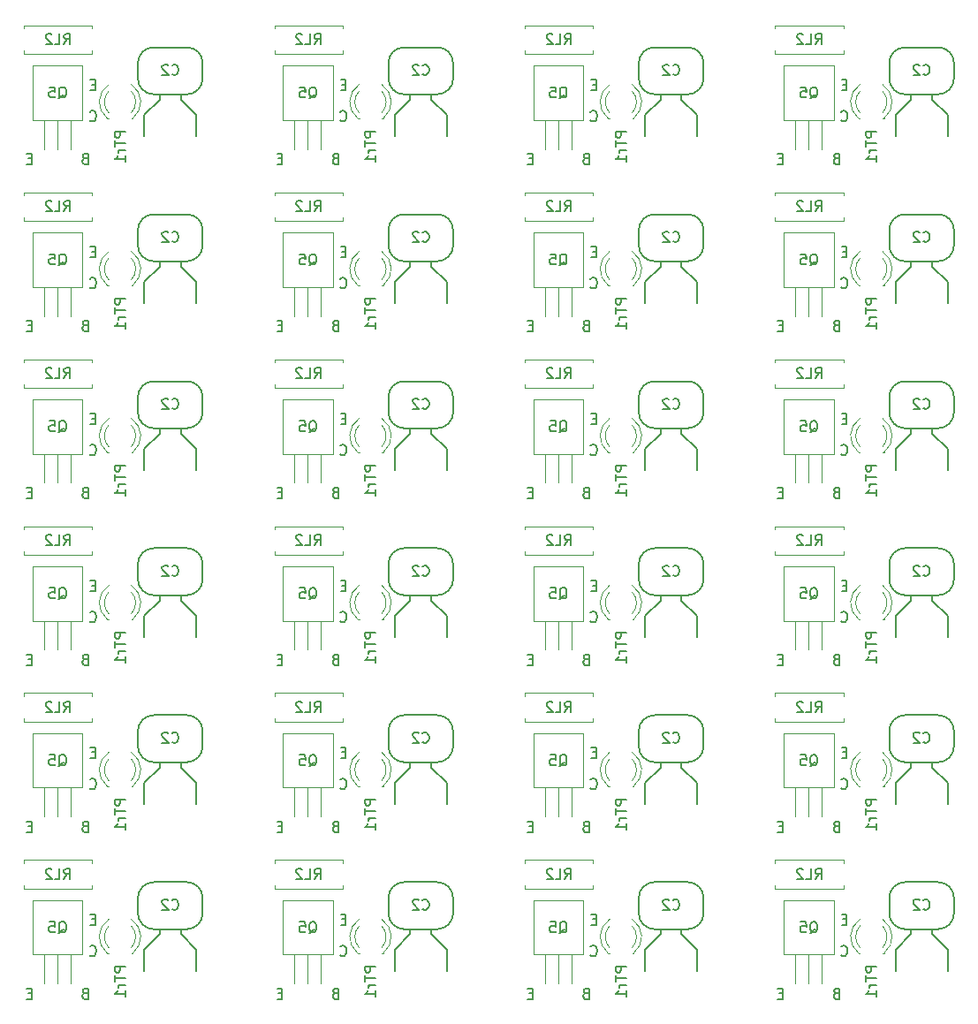
<source format=gbo>
G04 #@! TF.GenerationSoftware,KiCad,Pcbnew,5.1.5-52549c5~84~ubuntu18.04.1*
G04 #@! TF.CreationDate,2020-06-11T05:49:29+09:00*
G04 #@! TF.ProjectId,PulseOximeterTHT_rev3,50756c73-654f-4786-996d-657465725448,rev?*
G04 #@! TF.SameCoordinates,Original*
G04 #@! TF.FileFunction,Legend,Bot*
G04 #@! TF.FilePolarity,Positive*
%FSLAX46Y46*%
G04 Gerber Fmt 4.6, Leading zero omitted, Abs format (unit mm)*
G04 Created by KiCad (PCBNEW 5.1.5-52549c5~84~ubuntu18.04.1) date 2020-06-11 05:49:29*
%MOMM*%
%LPD*%
G04 APERTURE LIST*
%ADD10C,0.150000*%
%ADD11C,0.120000*%
%ADD12R,1.152000X1.602000*%
%ADD13O,1.152000X1.602000*%
%ADD14C,1.902000*%
%ADD15R,1.902000X1.902000*%
%ADD16O,1.702000X1.702000*%
%ADD17C,1.702000*%
%ADD18R,1.802000X1.802000*%
%ADD19O,1.802000X1.802000*%
G04 APERTURE END LIST*
D10*
X208619285Y-126303571D02*
X208285952Y-126303571D01*
X208143095Y-126827380D02*
X208619285Y-126827380D01*
X208619285Y-125827380D01*
X208143095Y-125827380D01*
X184619285Y-126303571D02*
X184285952Y-126303571D01*
X184143095Y-126827380D02*
X184619285Y-126827380D01*
X184619285Y-125827380D01*
X184143095Y-125827380D01*
X160619285Y-126303571D02*
X160285952Y-126303571D01*
X160143095Y-126827380D02*
X160619285Y-126827380D01*
X160619285Y-125827380D01*
X160143095Y-125827380D01*
X136619285Y-126303571D02*
X136285952Y-126303571D01*
X136143095Y-126827380D02*
X136619285Y-126827380D01*
X136619285Y-125827380D01*
X136143095Y-125827380D01*
X208619285Y-110303571D02*
X208285952Y-110303571D01*
X208143095Y-110827380D02*
X208619285Y-110827380D01*
X208619285Y-109827380D01*
X208143095Y-109827380D01*
X184619285Y-110303571D02*
X184285952Y-110303571D01*
X184143095Y-110827380D02*
X184619285Y-110827380D01*
X184619285Y-109827380D01*
X184143095Y-109827380D01*
X160619285Y-110303571D02*
X160285952Y-110303571D01*
X160143095Y-110827380D02*
X160619285Y-110827380D01*
X160619285Y-109827380D01*
X160143095Y-109827380D01*
X136619285Y-110303571D02*
X136285952Y-110303571D01*
X136143095Y-110827380D02*
X136619285Y-110827380D01*
X136619285Y-109827380D01*
X136143095Y-109827380D01*
X208619285Y-94303571D02*
X208285952Y-94303571D01*
X208143095Y-94827380D02*
X208619285Y-94827380D01*
X208619285Y-93827380D01*
X208143095Y-93827380D01*
X184619285Y-94303571D02*
X184285952Y-94303571D01*
X184143095Y-94827380D02*
X184619285Y-94827380D01*
X184619285Y-93827380D01*
X184143095Y-93827380D01*
X160619285Y-94303571D02*
X160285952Y-94303571D01*
X160143095Y-94827380D02*
X160619285Y-94827380D01*
X160619285Y-93827380D01*
X160143095Y-93827380D01*
X136619285Y-94303571D02*
X136285952Y-94303571D01*
X136143095Y-94827380D02*
X136619285Y-94827380D01*
X136619285Y-93827380D01*
X136143095Y-93827380D01*
X208619285Y-78303571D02*
X208285952Y-78303571D01*
X208143095Y-78827380D02*
X208619285Y-78827380D01*
X208619285Y-77827380D01*
X208143095Y-77827380D01*
X184619285Y-78303571D02*
X184285952Y-78303571D01*
X184143095Y-78827380D02*
X184619285Y-78827380D01*
X184619285Y-77827380D01*
X184143095Y-77827380D01*
X160619285Y-78303571D02*
X160285952Y-78303571D01*
X160143095Y-78827380D02*
X160619285Y-78827380D01*
X160619285Y-77827380D01*
X160143095Y-77827380D01*
X136619285Y-78303571D02*
X136285952Y-78303571D01*
X136143095Y-78827380D02*
X136619285Y-78827380D01*
X136619285Y-77827380D01*
X136143095Y-77827380D01*
X208619285Y-62303571D02*
X208285952Y-62303571D01*
X208143095Y-62827380D02*
X208619285Y-62827380D01*
X208619285Y-61827380D01*
X208143095Y-61827380D01*
X184619285Y-62303571D02*
X184285952Y-62303571D01*
X184143095Y-62827380D02*
X184619285Y-62827380D01*
X184619285Y-61827380D01*
X184143095Y-61827380D01*
X160619285Y-62303571D02*
X160285952Y-62303571D01*
X160143095Y-62827380D02*
X160619285Y-62827380D01*
X160619285Y-61827380D01*
X160143095Y-61827380D01*
X136619285Y-62303571D02*
X136285952Y-62303571D01*
X136143095Y-62827380D02*
X136619285Y-62827380D01*
X136619285Y-61827380D01*
X136143095Y-61827380D01*
X208619285Y-46303571D02*
X208285952Y-46303571D01*
X208143095Y-46827380D02*
X208619285Y-46827380D01*
X208619285Y-45827380D01*
X208143095Y-45827380D01*
X184619285Y-46303571D02*
X184285952Y-46303571D01*
X184143095Y-46827380D02*
X184619285Y-46827380D01*
X184619285Y-45827380D01*
X184143095Y-45827380D01*
X160619285Y-46303571D02*
X160285952Y-46303571D01*
X160143095Y-46827380D02*
X160619285Y-46827380D01*
X160619285Y-45827380D01*
X160143095Y-45827380D01*
X208095476Y-129732142D02*
X208143095Y-129779761D01*
X208285952Y-129827380D01*
X208381190Y-129827380D01*
X208524047Y-129779761D01*
X208619285Y-129684523D01*
X208666904Y-129589285D01*
X208714523Y-129398809D01*
X208714523Y-129255952D01*
X208666904Y-129065476D01*
X208619285Y-128970238D01*
X208524047Y-128875000D01*
X208381190Y-128827380D01*
X208285952Y-128827380D01*
X208143095Y-128875000D01*
X208095476Y-128922619D01*
X184095476Y-129732142D02*
X184143095Y-129779761D01*
X184285952Y-129827380D01*
X184381190Y-129827380D01*
X184524047Y-129779761D01*
X184619285Y-129684523D01*
X184666904Y-129589285D01*
X184714523Y-129398809D01*
X184714523Y-129255952D01*
X184666904Y-129065476D01*
X184619285Y-128970238D01*
X184524047Y-128875000D01*
X184381190Y-128827380D01*
X184285952Y-128827380D01*
X184143095Y-128875000D01*
X184095476Y-128922619D01*
X160095476Y-129732142D02*
X160143095Y-129779761D01*
X160285952Y-129827380D01*
X160381190Y-129827380D01*
X160524047Y-129779761D01*
X160619285Y-129684523D01*
X160666904Y-129589285D01*
X160714523Y-129398809D01*
X160714523Y-129255952D01*
X160666904Y-129065476D01*
X160619285Y-128970238D01*
X160524047Y-128875000D01*
X160381190Y-128827380D01*
X160285952Y-128827380D01*
X160143095Y-128875000D01*
X160095476Y-128922619D01*
X136095476Y-129732142D02*
X136143095Y-129779761D01*
X136285952Y-129827380D01*
X136381190Y-129827380D01*
X136524047Y-129779761D01*
X136619285Y-129684523D01*
X136666904Y-129589285D01*
X136714523Y-129398809D01*
X136714523Y-129255952D01*
X136666904Y-129065476D01*
X136619285Y-128970238D01*
X136524047Y-128875000D01*
X136381190Y-128827380D01*
X136285952Y-128827380D01*
X136143095Y-128875000D01*
X136095476Y-128922619D01*
X208095476Y-113732142D02*
X208143095Y-113779761D01*
X208285952Y-113827380D01*
X208381190Y-113827380D01*
X208524047Y-113779761D01*
X208619285Y-113684523D01*
X208666904Y-113589285D01*
X208714523Y-113398809D01*
X208714523Y-113255952D01*
X208666904Y-113065476D01*
X208619285Y-112970238D01*
X208524047Y-112875000D01*
X208381190Y-112827380D01*
X208285952Y-112827380D01*
X208143095Y-112875000D01*
X208095476Y-112922619D01*
X184095476Y-113732142D02*
X184143095Y-113779761D01*
X184285952Y-113827380D01*
X184381190Y-113827380D01*
X184524047Y-113779761D01*
X184619285Y-113684523D01*
X184666904Y-113589285D01*
X184714523Y-113398809D01*
X184714523Y-113255952D01*
X184666904Y-113065476D01*
X184619285Y-112970238D01*
X184524047Y-112875000D01*
X184381190Y-112827380D01*
X184285952Y-112827380D01*
X184143095Y-112875000D01*
X184095476Y-112922619D01*
X160095476Y-113732142D02*
X160143095Y-113779761D01*
X160285952Y-113827380D01*
X160381190Y-113827380D01*
X160524047Y-113779761D01*
X160619285Y-113684523D01*
X160666904Y-113589285D01*
X160714523Y-113398809D01*
X160714523Y-113255952D01*
X160666904Y-113065476D01*
X160619285Y-112970238D01*
X160524047Y-112875000D01*
X160381190Y-112827380D01*
X160285952Y-112827380D01*
X160143095Y-112875000D01*
X160095476Y-112922619D01*
X136095476Y-113732142D02*
X136143095Y-113779761D01*
X136285952Y-113827380D01*
X136381190Y-113827380D01*
X136524047Y-113779761D01*
X136619285Y-113684523D01*
X136666904Y-113589285D01*
X136714523Y-113398809D01*
X136714523Y-113255952D01*
X136666904Y-113065476D01*
X136619285Y-112970238D01*
X136524047Y-112875000D01*
X136381190Y-112827380D01*
X136285952Y-112827380D01*
X136143095Y-112875000D01*
X136095476Y-112922619D01*
X208095476Y-97732142D02*
X208143095Y-97779761D01*
X208285952Y-97827380D01*
X208381190Y-97827380D01*
X208524047Y-97779761D01*
X208619285Y-97684523D01*
X208666904Y-97589285D01*
X208714523Y-97398809D01*
X208714523Y-97255952D01*
X208666904Y-97065476D01*
X208619285Y-96970238D01*
X208524047Y-96875000D01*
X208381190Y-96827380D01*
X208285952Y-96827380D01*
X208143095Y-96875000D01*
X208095476Y-96922619D01*
X184095476Y-97732142D02*
X184143095Y-97779761D01*
X184285952Y-97827380D01*
X184381190Y-97827380D01*
X184524047Y-97779761D01*
X184619285Y-97684523D01*
X184666904Y-97589285D01*
X184714523Y-97398809D01*
X184714523Y-97255952D01*
X184666904Y-97065476D01*
X184619285Y-96970238D01*
X184524047Y-96875000D01*
X184381190Y-96827380D01*
X184285952Y-96827380D01*
X184143095Y-96875000D01*
X184095476Y-96922619D01*
X160095476Y-97732142D02*
X160143095Y-97779761D01*
X160285952Y-97827380D01*
X160381190Y-97827380D01*
X160524047Y-97779761D01*
X160619285Y-97684523D01*
X160666904Y-97589285D01*
X160714523Y-97398809D01*
X160714523Y-97255952D01*
X160666904Y-97065476D01*
X160619285Y-96970238D01*
X160524047Y-96875000D01*
X160381190Y-96827380D01*
X160285952Y-96827380D01*
X160143095Y-96875000D01*
X160095476Y-96922619D01*
X136095476Y-97732142D02*
X136143095Y-97779761D01*
X136285952Y-97827380D01*
X136381190Y-97827380D01*
X136524047Y-97779761D01*
X136619285Y-97684523D01*
X136666904Y-97589285D01*
X136714523Y-97398809D01*
X136714523Y-97255952D01*
X136666904Y-97065476D01*
X136619285Y-96970238D01*
X136524047Y-96875000D01*
X136381190Y-96827380D01*
X136285952Y-96827380D01*
X136143095Y-96875000D01*
X136095476Y-96922619D01*
X208095476Y-81732142D02*
X208143095Y-81779761D01*
X208285952Y-81827380D01*
X208381190Y-81827380D01*
X208524047Y-81779761D01*
X208619285Y-81684523D01*
X208666904Y-81589285D01*
X208714523Y-81398809D01*
X208714523Y-81255952D01*
X208666904Y-81065476D01*
X208619285Y-80970238D01*
X208524047Y-80875000D01*
X208381190Y-80827380D01*
X208285952Y-80827380D01*
X208143095Y-80875000D01*
X208095476Y-80922619D01*
X184095476Y-81732142D02*
X184143095Y-81779761D01*
X184285952Y-81827380D01*
X184381190Y-81827380D01*
X184524047Y-81779761D01*
X184619285Y-81684523D01*
X184666904Y-81589285D01*
X184714523Y-81398809D01*
X184714523Y-81255952D01*
X184666904Y-81065476D01*
X184619285Y-80970238D01*
X184524047Y-80875000D01*
X184381190Y-80827380D01*
X184285952Y-80827380D01*
X184143095Y-80875000D01*
X184095476Y-80922619D01*
X160095476Y-81732142D02*
X160143095Y-81779761D01*
X160285952Y-81827380D01*
X160381190Y-81827380D01*
X160524047Y-81779761D01*
X160619285Y-81684523D01*
X160666904Y-81589285D01*
X160714523Y-81398809D01*
X160714523Y-81255952D01*
X160666904Y-81065476D01*
X160619285Y-80970238D01*
X160524047Y-80875000D01*
X160381190Y-80827380D01*
X160285952Y-80827380D01*
X160143095Y-80875000D01*
X160095476Y-80922619D01*
X136095476Y-81732142D02*
X136143095Y-81779761D01*
X136285952Y-81827380D01*
X136381190Y-81827380D01*
X136524047Y-81779761D01*
X136619285Y-81684523D01*
X136666904Y-81589285D01*
X136714523Y-81398809D01*
X136714523Y-81255952D01*
X136666904Y-81065476D01*
X136619285Y-80970238D01*
X136524047Y-80875000D01*
X136381190Y-80827380D01*
X136285952Y-80827380D01*
X136143095Y-80875000D01*
X136095476Y-80922619D01*
X208095476Y-65732142D02*
X208143095Y-65779761D01*
X208285952Y-65827380D01*
X208381190Y-65827380D01*
X208524047Y-65779761D01*
X208619285Y-65684523D01*
X208666904Y-65589285D01*
X208714523Y-65398809D01*
X208714523Y-65255952D01*
X208666904Y-65065476D01*
X208619285Y-64970238D01*
X208524047Y-64875000D01*
X208381190Y-64827380D01*
X208285952Y-64827380D01*
X208143095Y-64875000D01*
X208095476Y-64922619D01*
X184095476Y-65732142D02*
X184143095Y-65779761D01*
X184285952Y-65827380D01*
X184381190Y-65827380D01*
X184524047Y-65779761D01*
X184619285Y-65684523D01*
X184666904Y-65589285D01*
X184714523Y-65398809D01*
X184714523Y-65255952D01*
X184666904Y-65065476D01*
X184619285Y-64970238D01*
X184524047Y-64875000D01*
X184381190Y-64827380D01*
X184285952Y-64827380D01*
X184143095Y-64875000D01*
X184095476Y-64922619D01*
X160095476Y-65732142D02*
X160143095Y-65779761D01*
X160285952Y-65827380D01*
X160381190Y-65827380D01*
X160524047Y-65779761D01*
X160619285Y-65684523D01*
X160666904Y-65589285D01*
X160714523Y-65398809D01*
X160714523Y-65255952D01*
X160666904Y-65065476D01*
X160619285Y-64970238D01*
X160524047Y-64875000D01*
X160381190Y-64827380D01*
X160285952Y-64827380D01*
X160143095Y-64875000D01*
X160095476Y-64922619D01*
X136095476Y-65732142D02*
X136143095Y-65779761D01*
X136285952Y-65827380D01*
X136381190Y-65827380D01*
X136524047Y-65779761D01*
X136619285Y-65684523D01*
X136666904Y-65589285D01*
X136714523Y-65398809D01*
X136714523Y-65255952D01*
X136666904Y-65065476D01*
X136619285Y-64970238D01*
X136524047Y-64875000D01*
X136381190Y-64827380D01*
X136285952Y-64827380D01*
X136143095Y-64875000D01*
X136095476Y-64922619D01*
X208095476Y-49732142D02*
X208143095Y-49779761D01*
X208285952Y-49827380D01*
X208381190Y-49827380D01*
X208524047Y-49779761D01*
X208619285Y-49684523D01*
X208666904Y-49589285D01*
X208714523Y-49398809D01*
X208714523Y-49255952D01*
X208666904Y-49065476D01*
X208619285Y-48970238D01*
X208524047Y-48875000D01*
X208381190Y-48827380D01*
X208285952Y-48827380D01*
X208143095Y-48875000D01*
X208095476Y-48922619D01*
X184095476Y-49732142D02*
X184143095Y-49779761D01*
X184285952Y-49827380D01*
X184381190Y-49827380D01*
X184524047Y-49779761D01*
X184619285Y-49684523D01*
X184666904Y-49589285D01*
X184714523Y-49398809D01*
X184714523Y-49255952D01*
X184666904Y-49065476D01*
X184619285Y-48970238D01*
X184524047Y-48875000D01*
X184381190Y-48827380D01*
X184285952Y-48827380D01*
X184143095Y-48875000D01*
X184095476Y-48922619D01*
X160095476Y-49732142D02*
X160143095Y-49779761D01*
X160285952Y-49827380D01*
X160381190Y-49827380D01*
X160524047Y-49779761D01*
X160619285Y-49684523D01*
X160666904Y-49589285D01*
X160714523Y-49398809D01*
X160714523Y-49255952D01*
X160666904Y-49065476D01*
X160619285Y-48970238D01*
X160524047Y-48875000D01*
X160381190Y-48827380D01*
X160285952Y-48827380D01*
X160143095Y-48875000D01*
X160095476Y-48922619D01*
X207633571Y-133403571D02*
X207490714Y-133451190D01*
X207443095Y-133498809D01*
X207395476Y-133594047D01*
X207395476Y-133736904D01*
X207443095Y-133832142D01*
X207490714Y-133879761D01*
X207585952Y-133927380D01*
X207966904Y-133927380D01*
X207966904Y-132927380D01*
X207633571Y-132927380D01*
X207538333Y-132975000D01*
X207490714Y-133022619D01*
X207443095Y-133117857D01*
X207443095Y-133213095D01*
X207490714Y-133308333D01*
X207538333Y-133355952D01*
X207633571Y-133403571D01*
X207966904Y-133403571D01*
X183633571Y-133403571D02*
X183490714Y-133451190D01*
X183443095Y-133498809D01*
X183395476Y-133594047D01*
X183395476Y-133736904D01*
X183443095Y-133832142D01*
X183490714Y-133879761D01*
X183585952Y-133927380D01*
X183966904Y-133927380D01*
X183966904Y-132927380D01*
X183633571Y-132927380D01*
X183538333Y-132975000D01*
X183490714Y-133022619D01*
X183443095Y-133117857D01*
X183443095Y-133213095D01*
X183490714Y-133308333D01*
X183538333Y-133355952D01*
X183633571Y-133403571D01*
X183966904Y-133403571D01*
X159633571Y-133403571D02*
X159490714Y-133451190D01*
X159443095Y-133498809D01*
X159395476Y-133594047D01*
X159395476Y-133736904D01*
X159443095Y-133832142D01*
X159490714Y-133879761D01*
X159585952Y-133927380D01*
X159966904Y-133927380D01*
X159966904Y-132927380D01*
X159633571Y-132927380D01*
X159538333Y-132975000D01*
X159490714Y-133022619D01*
X159443095Y-133117857D01*
X159443095Y-133213095D01*
X159490714Y-133308333D01*
X159538333Y-133355952D01*
X159633571Y-133403571D01*
X159966904Y-133403571D01*
X135633571Y-133403571D02*
X135490714Y-133451190D01*
X135443095Y-133498809D01*
X135395476Y-133594047D01*
X135395476Y-133736904D01*
X135443095Y-133832142D01*
X135490714Y-133879761D01*
X135585952Y-133927380D01*
X135966904Y-133927380D01*
X135966904Y-132927380D01*
X135633571Y-132927380D01*
X135538333Y-132975000D01*
X135490714Y-133022619D01*
X135443095Y-133117857D01*
X135443095Y-133213095D01*
X135490714Y-133308333D01*
X135538333Y-133355952D01*
X135633571Y-133403571D01*
X135966904Y-133403571D01*
X207633571Y-117403571D02*
X207490714Y-117451190D01*
X207443095Y-117498809D01*
X207395476Y-117594047D01*
X207395476Y-117736904D01*
X207443095Y-117832142D01*
X207490714Y-117879761D01*
X207585952Y-117927380D01*
X207966904Y-117927380D01*
X207966904Y-116927380D01*
X207633571Y-116927380D01*
X207538333Y-116975000D01*
X207490714Y-117022619D01*
X207443095Y-117117857D01*
X207443095Y-117213095D01*
X207490714Y-117308333D01*
X207538333Y-117355952D01*
X207633571Y-117403571D01*
X207966904Y-117403571D01*
X183633571Y-117403571D02*
X183490714Y-117451190D01*
X183443095Y-117498809D01*
X183395476Y-117594047D01*
X183395476Y-117736904D01*
X183443095Y-117832142D01*
X183490714Y-117879761D01*
X183585952Y-117927380D01*
X183966904Y-117927380D01*
X183966904Y-116927380D01*
X183633571Y-116927380D01*
X183538333Y-116975000D01*
X183490714Y-117022619D01*
X183443095Y-117117857D01*
X183443095Y-117213095D01*
X183490714Y-117308333D01*
X183538333Y-117355952D01*
X183633571Y-117403571D01*
X183966904Y-117403571D01*
X159633571Y-117403571D02*
X159490714Y-117451190D01*
X159443095Y-117498809D01*
X159395476Y-117594047D01*
X159395476Y-117736904D01*
X159443095Y-117832142D01*
X159490714Y-117879761D01*
X159585952Y-117927380D01*
X159966904Y-117927380D01*
X159966904Y-116927380D01*
X159633571Y-116927380D01*
X159538333Y-116975000D01*
X159490714Y-117022619D01*
X159443095Y-117117857D01*
X159443095Y-117213095D01*
X159490714Y-117308333D01*
X159538333Y-117355952D01*
X159633571Y-117403571D01*
X159966904Y-117403571D01*
X135633571Y-117403571D02*
X135490714Y-117451190D01*
X135443095Y-117498809D01*
X135395476Y-117594047D01*
X135395476Y-117736904D01*
X135443095Y-117832142D01*
X135490714Y-117879761D01*
X135585952Y-117927380D01*
X135966904Y-117927380D01*
X135966904Y-116927380D01*
X135633571Y-116927380D01*
X135538333Y-116975000D01*
X135490714Y-117022619D01*
X135443095Y-117117857D01*
X135443095Y-117213095D01*
X135490714Y-117308333D01*
X135538333Y-117355952D01*
X135633571Y-117403571D01*
X135966904Y-117403571D01*
X207633571Y-101403571D02*
X207490714Y-101451190D01*
X207443095Y-101498809D01*
X207395476Y-101594047D01*
X207395476Y-101736904D01*
X207443095Y-101832142D01*
X207490714Y-101879761D01*
X207585952Y-101927380D01*
X207966904Y-101927380D01*
X207966904Y-100927380D01*
X207633571Y-100927380D01*
X207538333Y-100975000D01*
X207490714Y-101022619D01*
X207443095Y-101117857D01*
X207443095Y-101213095D01*
X207490714Y-101308333D01*
X207538333Y-101355952D01*
X207633571Y-101403571D01*
X207966904Y-101403571D01*
X183633571Y-101403571D02*
X183490714Y-101451190D01*
X183443095Y-101498809D01*
X183395476Y-101594047D01*
X183395476Y-101736904D01*
X183443095Y-101832142D01*
X183490714Y-101879761D01*
X183585952Y-101927380D01*
X183966904Y-101927380D01*
X183966904Y-100927380D01*
X183633571Y-100927380D01*
X183538333Y-100975000D01*
X183490714Y-101022619D01*
X183443095Y-101117857D01*
X183443095Y-101213095D01*
X183490714Y-101308333D01*
X183538333Y-101355952D01*
X183633571Y-101403571D01*
X183966904Y-101403571D01*
X159633571Y-101403571D02*
X159490714Y-101451190D01*
X159443095Y-101498809D01*
X159395476Y-101594047D01*
X159395476Y-101736904D01*
X159443095Y-101832142D01*
X159490714Y-101879761D01*
X159585952Y-101927380D01*
X159966904Y-101927380D01*
X159966904Y-100927380D01*
X159633571Y-100927380D01*
X159538333Y-100975000D01*
X159490714Y-101022619D01*
X159443095Y-101117857D01*
X159443095Y-101213095D01*
X159490714Y-101308333D01*
X159538333Y-101355952D01*
X159633571Y-101403571D01*
X159966904Y-101403571D01*
X135633571Y-101403571D02*
X135490714Y-101451190D01*
X135443095Y-101498809D01*
X135395476Y-101594047D01*
X135395476Y-101736904D01*
X135443095Y-101832142D01*
X135490714Y-101879761D01*
X135585952Y-101927380D01*
X135966904Y-101927380D01*
X135966904Y-100927380D01*
X135633571Y-100927380D01*
X135538333Y-100975000D01*
X135490714Y-101022619D01*
X135443095Y-101117857D01*
X135443095Y-101213095D01*
X135490714Y-101308333D01*
X135538333Y-101355952D01*
X135633571Y-101403571D01*
X135966904Y-101403571D01*
X207633571Y-85403571D02*
X207490714Y-85451190D01*
X207443095Y-85498809D01*
X207395476Y-85594047D01*
X207395476Y-85736904D01*
X207443095Y-85832142D01*
X207490714Y-85879761D01*
X207585952Y-85927380D01*
X207966904Y-85927380D01*
X207966904Y-84927380D01*
X207633571Y-84927380D01*
X207538333Y-84975000D01*
X207490714Y-85022619D01*
X207443095Y-85117857D01*
X207443095Y-85213095D01*
X207490714Y-85308333D01*
X207538333Y-85355952D01*
X207633571Y-85403571D01*
X207966904Y-85403571D01*
X183633571Y-85403571D02*
X183490714Y-85451190D01*
X183443095Y-85498809D01*
X183395476Y-85594047D01*
X183395476Y-85736904D01*
X183443095Y-85832142D01*
X183490714Y-85879761D01*
X183585952Y-85927380D01*
X183966904Y-85927380D01*
X183966904Y-84927380D01*
X183633571Y-84927380D01*
X183538333Y-84975000D01*
X183490714Y-85022619D01*
X183443095Y-85117857D01*
X183443095Y-85213095D01*
X183490714Y-85308333D01*
X183538333Y-85355952D01*
X183633571Y-85403571D01*
X183966904Y-85403571D01*
X159633571Y-85403571D02*
X159490714Y-85451190D01*
X159443095Y-85498809D01*
X159395476Y-85594047D01*
X159395476Y-85736904D01*
X159443095Y-85832142D01*
X159490714Y-85879761D01*
X159585952Y-85927380D01*
X159966904Y-85927380D01*
X159966904Y-84927380D01*
X159633571Y-84927380D01*
X159538333Y-84975000D01*
X159490714Y-85022619D01*
X159443095Y-85117857D01*
X159443095Y-85213095D01*
X159490714Y-85308333D01*
X159538333Y-85355952D01*
X159633571Y-85403571D01*
X159966904Y-85403571D01*
X135633571Y-85403571D02*
X135490714Y-85451190D01*
X135443095Y-85498809D01*
X135395476Y-85594047D01*
X135395476Y-85736904D01*
X135443095Y-85832142D01*
X135490714Y-85879761D01*
X135585952Y-85927380D01*
X135966904Y-85927380D01*
X135966904Y-84927380D01*
X135633571Y-84927380D01*
X135538333Y-84975000D01*
X135490714Y-85022619D01*
X135443095Y-85117857D01*
X135443095Y-85213095D01*
X135490714Y-85308333D01*
X135538333Y-85355952D01*
X135633571Y-85403571D01*
X135966904Y-85403571D01*
X207633571Y-69403571D02*
X207490714Y-69451190D01*
X207443095Y-69498809D01*
X207395476Y-69594047D01*
X207395476Y-69736904D01*
X207443095Y-69832142D01*
X207490714Y-69879761D01*
X207585952Y-69927380D01*
X207966904Y-69927380D01*
X207966904Y-68927380D01*
X207633571Y-68927380D01*
X207538333Y-68975000D01*
X207490714Y-69022619D01*
X207443095Y-69117857D01*
X207443095Y-69213095D01*
X207490714Y-69308333D01*
X207538333Y-69355952D01*
X207633571Y-69403571D01*
X207966904Y-69403571D01*
X183633571Y-69403571D02*
X183490714Y-69451190D01*
X183443095Y-69498809D01*
X183395476Y-69594047D01*
X183395476Y-69736904D01*
X183443095Y-69832142D01*
X183490714Y-69879761D01*
X183585952Y-69927380D01*
X183966904Y-69927380D01*
X183966904Y-68927380D01*
X183633571Y-68927380D01*
X183538333Y-68975000D01*
X183490714Y-69022619D01*
X183443095Y-69117857D01*
X183443095Y-69213095D01*
X183490714Y-69308333D01*
X183538333Y-69355952D01*
X183633571Y-69403571D01*
X183966904Y-69403571D01*
X159633571Y-69403571D02*
X159490714Y-69451190D01*
X159443095Y-69498809D01*
X159395476Y-69594047D01*
X159395476Y-69736904D01*
X159443095Y-69832142D01*
X159490714Y-69879761D01*
X159585952Y-69927380D01*
X159966904Y-69927380D01*
X159966904Y-68927380D01*
X159633571Y-68927380D01*
X159538333Y-68975000D01*
X159490714Y-69022619D01*
X159443095Y-69117857D01*
X159443095Y-69213095D01*
X159490714Y-69308333D01*
X159538333Y-69355952D01*
X159633571Y-69403571D01*
X159966904Y-69403571D01*
X135633571Y-69403571D02*
X135490714Y-69451190D01*
X135443095Y-69498809D01*
X135395476Y-69594047D01*
X135395476Y-69736904D01*
X135443095Y-69832142D01*
X135490714Y-69879761D01*
X135585952Y-69927380D01*
X135966904Y-69927380D01*
X135966904Y-68927380D01*
X135633571Y-68927380D01*
X135538333Y-68975000D01*
X135490714Y-69022619D01*
X135443095Y-69117857D01*
X135443095Y-69213095D01*
X135490714Y-69308333D01*
X135538333Y-69355952D01*
X135633571Y-69403571D01*
X135966904Y-69403571D01*
X207633571Y-53403571D02*
X207490714Y-53451190D01*
X207443095Y-53498809D01*
X207395476Y-53594047D01*
X207395476Y-53736904D01*
X207443095Y-53832142D01*
X207490714Y-53879761D01*
X207585952Y-53927380D01*
X207966904Y-53927380D01*
X207966904Y-52927380D01*
X207633571Y-52927380D01*
X207538333Y-52975000D01*
X207490714Y-53022619D01*
X207443095Y-53117857D01*
X207443095Y-53213095D01*
X207490714Y-53308333D01*
X207538333Y-53355952D01*
X207633571Y-53403571D01*
X207966904Y-53403571D01*
X183633571Y-53403571D02*
X183490714Y-53451190D01*
X183443095Y-53498809D01*
X183395476Y-53594047D01*
X183395476Y-53736904D01*
X183443095Y-53832142D01*
X183490714Y-53879761D01*
X183585952Y-53927380D01*
X183966904Y-53927380D01*
X183966904Y-52927380D01*
X183633571Y-52927380D01*
X183538333Y-52975000D01*
X183490714Y-53022619D01*
X183443095Y-53117857D01*
X183443095Y-53213095D01*
X183490714Y-53308333D01*
X183538333Y-53355952D01*
X183633571Y-53403571D01*
X183966904Y-53403571D01*
X159633571Y-53403571D02*
X159490714Y-53451190D01*
X159443095Y-53498809D01*
X159395476Y-53594047D01*
X159395476Y-53736904D01*
X159443095Y-53832142D01*
X159490714Y-53879761D01*
X159585952Y-53927380D01*
X159966904Y-53927380D01*
X159966904Y-52927380D01*
X159633571Y-52927380D01*
X159538333Y-52975000D01*
X159490714Y-53022619D01*
X159443095Y-53117857D01*
X159443095Y-53213095D01*
X159490714Y-53308333D01*
X159538333Y-53355952D01*
X159633571Y-53403571D01*
X159966904Y-53403571D01*
X202519285Y-133403571D02*
X202185952Y-133403571D01*
X202043095Y-133927380D02*
X202519285Y-133927380D01*
X202519285Y-132927380D01*
X202043095Y-132927380D01*
X178519285Y-133403571D02*
X178185952Y-133403571D01*
X178043095Y-133927380D02*
X178519285Y-133927380D01*
X178519285Y-132927380D01*
X178043095Y-132927380D01*
X154519285Y-133403571D02*
X154185952Y-133403571D01*
X154043095Y-133927380D02*
X154519285Y-133927380D01*
X154519285Y-132927380D01*
X154043095Y-132927380D01*
X130519285Y-133403571D02*
X130185952Y-133403571D01*
X130043095Y-133927380D02*
X130519285Y-133927380D01*
X130519285Y-132927380D01*
X130043095Y-132927380D01*
X202519285Y-117403571D02*
X202185952Y-117403571D01*
X202043095Y-117927380D02*
X202519285Y-117927380D01*
X202519285Y-116927380D01*
X202043095Y-116927380D01*
X178519285Y-117403571D02*
X178185952Y-117403571D01*
X178043095Y-117927380D02*
X178519285Y-117927380D01*
X178519285Y-116927380D01*
X178043095Y-116927380D01*
X154519285Y-117403571D02*
X154185952Y-117403571D01*
X154043095Y-117927380D02*
X154519285Y-117927380D01*
X154519285Y-116927380D01*
X154043095Y-116927380D01*
X130519285Y-117403571D02*
X130185952Y-117403571D01*
X130043095Y-117927380D02*
X130519285Y-117927380D01*
X130519285Y-116927380D01*
X130043095Y-116927380D01*
X202519285Y-101403571D02*
X202185952Y-101403571D01*
X202043095Y-101927380D02*
X202519285Y-101927380D01*
X202519285Y-100927380D01*
X202043095Y-100927380D01*
X178519285Y-101403571D02*
X178185952Y-101403571D01*
X178043095Y-101927380D02*
X178519285Y-101927380D01*
X178519285Y-100927380D01*
X178043095Y-100927380D01*
X154519285Y-101403571D02*
X154185952Y-101403571D01*
X154043095Y-101927380D02*
X154519285Y-101927380D01*
X154519285Y-100927380D01*
X154043095Y-100927380D01*
X130519285Y-101403571D02*
X130185952Y-101403571D01*
X130043095Y-101927380D02*
X130519285Y-101927380D01*
X130519285Y-100927380D01*
X130043095Y-100927380D01*
X202519285Y-85403571D02*
X202185952Y-85403571D01*
X202043095Y-85927380D02*
X202519285Y-85927380D01*
X202519285Y-84927380D01*
X202043095Y-84927380D01*
X178519285Y-85403571D02*
X178185952Y-85403571D01*
X178043095Y-85927380D02*
X178519285Y-85927380D01*
X178519285Y-84927380D01*
X178043095Y-84927380D01*
X154519285Y-85403571D02*
X154185952Y-85403571D01*
X154043095Y-85927380D02*
X154519285Y-85927380D01*
X154519285Y-84927380D01*
X154043095Y-84927380D01*
X130519285Y-85403571D02*
X130185952Y-85403571D01*
X130043095Y-85927380D02*
X130519285Y-85927380D01*
X130519285Y-84927380D01*
X130043095Y-84927380D01*
X202519285Y-69403571D02*
X202185952Y-69403571D01*
X202043095Y-69927380D02*
X202519285Y-69927380D01*
X202519285Y-68927380D01*
X202043095Y-68927380D01*
X178519285Y-69403571D02*
X178185952Y-69403571D01*
X178043095Y-69927380D02*
X178519285Y-69927380D01*
X178519285Y-68927380D01*
X178043095Y-68927380D01*
X154519285Y-69403571D02*
X154185952Y-69403571D01*
X154043095Y-69927380D02*
X154519285Y-69927380D01*
X154519285Y-68927380D01*
X154043095Y-68927380D01*
X130519285Y-69403571D02*
X130185952Y-69403571D01*
X130043095Y-69927380D02*
X130519285Y-69927380D01*
X130519285Y-68927380D01*
X130043095Y-68927380D01*
X202519285Y-53403571D02*
X202185952Y-53403571D01*
X202043095Y-53927380D02*
X202519285Y-53927380D01*
X202519285Y-52927380D01*
X202043095Y-52927380D01*
X178519285Y-53403571D02*
X178185952Y-53403571D01*
X178043095Y-53927380D02*
X178519285Y-53927380D01*
X178519285Y-52927380D01*
X178043095Y-52927380D01*
X154519285Y-53403571D02*
X154185952Y-53403571D01*
X154043095Y-53927380D02*
X154519285Y-53927380D01*
X154519285Y-52927380D01*
X154043095Y-52927380D01*
X130519285Y-53403571D02*
X130185952Y-53403571D01*
X130043095Y-53927380D02*
X130519285Y-53927380D01*
X130519285Y-52927380D01*
X130043095Y-52927380D01*
X135633571Y-53403571D02*
X135490714Y-53451190D01*
X135443095Y-53498809D01*
X135395476Y-53594047D01*
X135395476Y-53736904D01*
X135443095Y-53832142D01*
X135490714Y-53879761D01*
X135585952Y-53927380D01*
X135966904Y-53927380D01*
X135966904Y-52927380D01*
X135633571Y-52927380D01*
X135538333Y-52975000D01*
X135490714Y-53022619D01*
X135443095Y-53117857D01*
X135443095Y-53213095D01*
X135490714Y-53308333D01*
X135538333Y-53355952D01*
X135633571Y-53403571D01*
X135966904Y-53403571D01*
X136095476Y-49732142D02*
X136143095Y-49779761D01*
X136285952Y-49827380D01*
X136381190Y-49827380D01*
X136524047Y-49779761D01*
X136619285Y-49684523D01*
X136666904Y-49589285D01*
X136714523Y-49398809D01*
X136714523Y-49255952D01*
X136666904Y-49065476D01*
X136619285Y-48970238D01*
X136524047Y-48875000D01*
X136381190Y-48827380D01*
X136285952Y-48827380D01*
X136143095Y-48875000D01*
X136095476Y-48922619D01*
X136619285Y-46303571D02*
X136285952Y-46303571D01*
X136143095Y-46827380D02*
X136619285Y-46827380D01*
X136619285Y-45827380D01*
X136143095Y-45827380D01*
D11*
X202599999Y-124500000D02*
X202599999Y-129690000D01*
X207399999Y-124500000D02*
X202599999Y-124500000D01*
X207399999Y-129690000D02*
X207399999Y-124500000D01*
X202599999Y-129690000D02*
X207399999Y-129690000D01*
X206269999Y-132480000D02*
X206269999Y-129690000D01*
X204999999Y-132480000D02*
X204999999Y-129690000D01*
X203729999Y-132480000D02*
X203729999Y-129690000D01*
X178599999Y-124500000D02*
X178599999Y-129690000D01*
X183399999Y-124500000D02*
X178599999Y-124500000D01*
X183399999Y-129690000D02*
X183399999Y-124500000D01*
X178599999Y-129690000D02*
X183399999Y-129690000D01*
X182269999Y-132480000D02*
X182269999Y-129690000D01*
X180999999Y-132480000D02*
X180999999Y-129690000D01*
X179729999Y-132480000D02*
X179729999Y-129690000D01*
X154599999Y-124500000D02*
X154599999Y-129690000D01*
X159399999Y-124500000D02*
X154599999Y-124500000D01*
X159399999Y-129690000D02*
X159399999Y-124500000D01*
X154599999Y-129690000D02*
X159399999Y-129690000D01*
X158269999Y-132480000D02*
X158269999Y-129690000D01*
X156999999Y-132480000D02*
X156999999Y-129690000D01*
X155729999Y-132480000D02*
X155729999Y-129690000D01*
X130599999Y-124500000D02*
X130599999Y-129690000D01*
X135399999Y-124500000D02*
X130599999Y-124500000D01*
X135399999Y-129690000D02*
X135399999Y-124500000D01*
X130599999Y-129690000D02*
X135399999Y-129690000D01*
X134269999Y-132480000D02*
X134269999Y-129690000D01*
X132999999Y-132480000D02*
X132999999Y-129690000D01*
X131729999Y-132480000D02*
X131729999Y-129690000D01*
X202599999Y-108500000D02*
X202599999Y-113690000D01*
X207399999Y-108500000D02*
X202599999Y-108500000D01*
X207399999Y-113690000D02*
X207399999Y-108500000D01*
X202599999Y-113690000D02*
X207399999Y-113690000D01*
X206269999Y-116480000D02*
X206269999Y-113690000D01*
X204999999Y-116480000D02*
X204999999Y-113690000D01*
X203729999Y-116480000D02*
X203729999Y-113690000D01*
X178599999Y-108500000D02*
X178599999Y-113690000D01*
X183399999Y-108500000D02*
X178599999Y-108500000D01*
X183399999Y-113690000D02*
X183399999Y-108500000D01*
X178599999Y-113690000D02*
X183399999Y-113690000D01*
X182269999Y-116480000D02*
X182269999Y-113690000D01*
X180999999Y-116480000D02*
X180999999Y-113690000D01*
X179729999Y-116480000D02*
X179729999Y-113690000D01*
X154599999Y-108500000D02*
X154599999Y-113690000D01*
X159399999Y-108500000D02*
X154599999Y-108500000D01*
X159399999Y-113690000D02*
X159399999Y-108500000D01*
X154599999Y-113690000D02*
X159399999Y-113690000D01*
X158269999Y-116480000D02*
X158269999Y-113690000D01*
X156999999Y-116480000D02*
X156999999Y-113690000D01*
X155729999Y-116480000D02*
X155729999Y-113690000D01*
X130599999Y-108500000D02*
X130599999Y-113690000D01*
X135399999Y-108500000D02*
X130599999Y-108500000D01*
X135399999Y-113690000D02*
X135399999Y-108500000D01*
X130599999Y-113690000D02*
X135399999Y-113690000D01*
X134269999Y-116480000D02*
X134269999Y-113690000D01*
X132999999Y-116480000D02*
X132999999Y-113690000D01*
X131729999Y-116480000D02*
X131729999Y-113690000D01*
X202599999Y-92500000D02*
X202599999Y-97690000D01*
X207399999Y-92500000D02*
X202599999Y-92500000D01*
X207399999Y-97690000D02*
X207399999Y-92500000D01*
X202599999Y-97690000D02*
X207399999Y-97690000D01*
X206269999Y-100480000D02*
X206269999Y-97690000D01*
X204999999Y-100480000D02*
X204999999Y-97690000D01*
X203729999Y-100480000D02*
X203729999Y-97690000D01*
X178599999Y-92500000D02*
X178599999Y-97690000D01*
X183399999Y-92500000D02*
X178599999Y-92500000D01*
X183399999Y-97690000D02*
X183399999Y-92500000D01*
X178599999Y-97690000D02*
X183399999Y-97690000D01*
X182269999Y-100480000D02*
X182269999Y-97690000D01*
X180999999Y-100480000D02*
X180999999Y-97690000D01*
X179729999Y-100480000D02*
X179729999Y-97690000D01*
X154599999Y-92500000D02*
X154599999Y-97690000D01*
X159399999Y-92500000D02*
X154599999Y-92500000D01*
X159399999Y-97690000D02*
X159399999Y-92500000D01*
X154599999Y-97690000D02*
X159399999Y-97690000D01*
X158269999Y-100480000D02*
X158269999Y-97690000D01*
X156999999Y-100480000D02*
X156999999Y-97690000D01*
X155729999Y-100480000D02*
X155729999Y-97690000D01*
X130599999Y-92500000D02*
X130599999Y-97690000D01*
X135399999Y-92500000D02*
X130599999Y-92500000D01*
X135399999Y-97690000D02*
X135399999Y-92500000D01*
X130599999Y-97690000D02*
X135399999Y-97690000D01*
X134269999Y-100480000D02*
X134269999Y-97690000D01*
X132999999Y-100480000D02*
X132999999Y-97690000D01*
X131729999Y-100480000D02*
X131729999Y-97690000D01*
X202599999Y-76500000D02*
X202599999Y-81690000D01*
X207399999Y-76500000D02*
X202599999Y-76500000D01*
X207399999Y-81690000D02*
X207399999Y-76500000D01*
X202599999Y-81690000D02*
X207399999Y-81690000D01*
X206269999Y-84480000D02*
X206269999Y-81690000D01*
X204999999Y-84480000D02*
X204999999Y-81690000D01*
X203729999Y-84480000D02*
X203729999Y-81690000D01*
X178599999Y-76500000D02*
X178599999Y-81690000D01*
X183399999Y-76500000D02*
X178599999Y-76500000D01*
X183399999Y-81690000D02*
X183399999Y-76500000D01*
X178599999Y-81690000D02*
X183399999Y-81690000D01*
X182269999Y-84480000D02*
X182269999Y-81690000D01*
X180999999Y-84480000D02*
X180999999Y-81690000D01*
X179729999Y-84480000D02*
X179729999Y-81690000D01*
X154599999Y-76500000D02*
X154599999Y-81690000D01*
X159399999Y-76500000D02*
X154599999Y-76500000D01*
X159399999Y-81690000D02*
X159399999Y-76500000D01*
X154599999Y-81690000D02*
X159399999Y-81690000D01*
X158269999Y-84480000D02*
X158269999Y-81690000D01*
X156999999Y-84480000D02*
X156999999Y-81690000D01*
X155729999Y-84480000D02*
X155729999Y-81690000D01*
X130599999Y-76500000D02*
X130599999Y-81690000D01*
X135399999Y-76500000D02*
X130599999Y-76500000D01*
X135399999Y-81690000D02*
X135399999Y-76500000D01*
X130599999Y-81690000D02*
X135399999Y-81690000D01*
X134269999Y-84480000D02*
X134269999Y-81690000D01*
X132999999Y-84480000D02*
X132999999Y-81690000D01*
X131729999Y-84480000D02*
X131729999Y-81690000D01*
X202599999Y-60500000D02*
X202599999Y-65690000D01*
X207399999Y-60500000D02*
X202599999Y-60500000D01*
X207399999Y-65690000D02*
X207399999Y-60500000D01*
X202599999Y-65690000D02*
X207399999Y-65690000D01*
X206269999Y-68480000D02*
X206269999Y-65690000D01*
X204999999Y-68480000D02*
X204999999Y-65690000D01*
X203729999Y-68480000D02*
X203729999Y-65690000D01*
X178599999Y-60500000D02*
X178599999Y-65690000D01*
X183399999Y-60500000D02*
X178599999Y-60500000D01*
X183399999Y-65690000D02*
X183399999Y-60500000D01*
X178599999Y-65690000D02*
X183399999Y-65690000D01*
X182269999Y-68480000D02*
X182269999Y-65690000D01*
X180999999Y-68480000D02*
X180999999Y-65690000D01*
X179729999Y-68480000D02*
X179729999Y-65690000D01*
X154599999Y-60500000D02*
X154599999Y-65690000D01*
X159399999Y-60500000D02*
X154599999Y-60500000D01*
X159399999Y-65690000D02*
X159399999Y-60500000D01*
X154599999Y-65690000D02*
X159399999Y-65690000D01*
X158269999Y-68480000D02*
X158269999Y-65690000D01*
X156999999Y-68480000D02*
X156999999Y-65690000D01*
X155729999Y-68480000D02*
X155729999Y-65690000D01*
X130599999Y-60500000D02*
X130599999Y-65690000D01*
X135399999Y-60500000D02*
X130599999Y-60500000D01*
X135399999Y-65690000D02*
X135399999Y-60500000D01*
X130599999Y-65690000D02*
X135399999Y-65690000D01*
X134269999Y-68480000D02*
X134269999Y-65690000D01*
X132999999Y-68480000D02*
X132999999Y-65690000D01*
X131729999Y-68480000D02*
X131729999Y-65690000D01*
X202599999Y-44500000D02*
X202599999Y-49690000D01*
X207399999Y-44500000D02*
X202599999Y-44500000D01*
X207399999Y-49690000D02*
X207399999Y-44500000D01*
X202599999Y-49690000D02*
X207399999Y-49690000D01*
X206269999Y-52480000D02*
X206269999Y-49690000D01*
X204999999Y-52480000D02*
X204999999Y-49690000D01*
X203729999Y-52480000D02*
X203729999Y-49690000D01*
X178599999Y-44500000D02*
X178599999Y-49690000D01*
X183399999Y-44500000D02*
X178599999Y-44500000D01*
X183399999Y-49690000D02*
X183399999Y-44500000D01*
X178599999Y-49690000D02*
X183399999Y-49690000D01*
X182269999Y-52480000D02*
X182269999Y-49690000D01*
X180999999Y-52480000D02*
X180999999Y-49690000D01*
X179729999Y-52480000D02*
X179729999Y-49690000D01*
X154599999Y-44500000D02*
X154599999Y-49690000D01*
X159399999Y-44500000D02*
X154599999Y-44500000D01*
X159399999Y-49690000D02*
X159399999Y-44500000D01*
X154599999Y-49690000D02*
X159399999Y-49690000D01*
X158269999Y-52480000D02*
X158269999Y-49690000D01*
X156999999Y-52480000D02*
X156999999Y-49690000D01*
X155729999Y-52480000D02*
X155729999Y-49690000D01*
X209920163Y-126938870D02*
G75*
G03X209920000Y-129020961I1079837J-1041130D01*
G01*
X212079837Y-126938870D02*
G75*
G02X212080000Y-129020961I-1079837J-1041130D01*
G01*
X209921392Y-126307665D02*
G75*
G03X209764484Y-129540000I1078608J-1672335D01*
G01*
X212078608Y-126307665D02*
G75*
G02X212235516Y-129540000I-1078608J-1672335D01*
G01*
X209920000Y-129540000D02*
X209764000Y-129540000D01*
X212236000Y-129540000D02*
X212080000Y-129540000D01*
X185920163Y-126938870D02*
G75*
G03X185920000Y-129020961I1079837J-1041130D01*
G01*
X188079837Y-126938870D02*
G75*
G02X188080000Y-129020961I-1079837J-1041130D01*
G01*
X185921392Y-126307665D02*
G75*
G03X185764484Y-129540000I1078608J-1672335D01*
G01*
X188078608Y-126307665D02*
G75*
G02X188235516Y-129540000I-1078608J-1672335D01*
G01*
X185920000Y-129540000D02*
X185764000Y-129540000D01*
X188236000Y-129540000D02*
X188080000Y-129540000D01*
X161920163Y-126938870D02*
G75*
G03X161920000Y-129020961I1079837J-1041130D01*
G01*
X164079837Y-126938870D02*
G75*
G02X164080000Y-129020961I-1079837J-1041130D01*
G01*
X161921392Y-126307665D02*
G75*
G03X161764484Y-129540000I1078608J-1672335D01*
G01*
X164078608Y-126307665D02*
G75*
G02X164235516Y-129540000I-1078608J-1672335D01*
G01*
X161920000Y-129540000D02*
X161764000Y-129540000D01*
X164236000Y-129540000D02*
X164080000Y-129540000D01*
X137920163Y-126938870D02*
G75*
G03X137920000Y-129020961I1079837J-1041130D01*
G01*
X140079837Y-126938870D02*
G75*
G02X140080000Y-129020961I-1079837J-1041130D01*
G01*
X137921392Y-126307665D02*
G75*
G03X137764484Y-129540000I1078608J-1672335D01*
G01*
X140078608Y-126307665D02*
G75*
G02X140235516Y-129540000I-1078608J-1672335D01*
G01*
X137920000Y-129540000D02*
X137764000Y-129540000D01*
X140236000Y-129540000D02*
X140080000Y-129540000D01*
X209920163Y-110938870D02*
G75*
G03X209920000Y-113020961I1079837J-1041130D01*
G01*
X212079837Y-110938870D02*
G75*
G02X212080000Y-113020961I-1079837J-1041130D01*
G01*
X209921392Y-110307665D02*
G75*
G03X209764484Y-113540000I1078608J-1672335D01*
G01*
X212078608Y-110307665D02*
G75*
G02X212235516Y-113540000I-1078608J-1672335D01*
G01*
X209920000Y-113540000D02*
X209764000Y-113540000D01*
X212236000Y-113540000D02*
X212080000Y-113540000D01*
X185920163Y-110938870D02*
G75*
G03X185920000Y-113020961I1079837J-1041130D01*
G01*
X188079837Y-110938870D02*
G75*
G02X188080000Y-113020961I-1079837J-1041130D01*
G01*
X185921392Y-110307665D02*
G75*
G03X185764484Y-113540000I1078608J-1672335D01*
G01*
X188078608Y-110307665D02*
G75*
G02X188235516Y-113540000I-1078608J-1672335D01*
G01*
X185920000Y-113540000D02*
X185764000Y-113540000D01*
X188236000Y-113540000D02*
X188080000Y-113540000D01*
X161920163Y-110938870D02*
G75*
G03X161920000Y-113020961I1079837J-1041130D01*
G01*
X164079837Y-110938870D02*
G75*
G02X164080000Y-113020961I-1079837J-1041130D01*
G01*
X161921392Y-110307665D02*
G75*
G03X161764484Y-113540000I1078608J-1672335D01*
G01*
X164078608Y-110307665D02*
G75*
G02X164235516Y-113540000I-1078608J-1672335D01*
G01*
X161920000Y-113540000D02*
X161764000Y-113540000D01*
X164236000Y-113540000D02*
X164080000Y-113540000D01*
X137920163Y-110938870D02*
G75*
G03X137920000Y-113020961I1079837J-1041130D01*
G01*
X140079837Y-110938870D02*
G75*
G02X140080000Y-113020961I-1079837J-1041130D01*
G01*
X137921392Y-110307665D02*
G75*
G03X137764484Y-113540000I1078608J-1672335D01*
G01*
X140078608Y-110307665D02*
G75*
G02X140235516Y-113540000I-1078608J-1672335D01*
G01*
X137920000Y-113540000D02*
X137764000Y-113540000D01*
X140236000Y-113540000D02*
X140080000Y-113540000D01*
X209920163Y-94938870D02*
G75*
G03X209920000Y-97020961I1079837J-1041130D01*
G01*
X212079837Y-94938870D02*
G75*
G02X212080000Y-97020961I-1079837J-1041130D01*
G01*
X209921392Y-94307665D02*
G75*
G03X209764484Y-97540000I1078608J-1672335D01*
G01*
X212078608Y-94307665D02*
G75*
G02X212235516Y-97540000I-1078608J-1672335D01*
G01*
X209920000Y-97540000D02*
X209764000Y-97540000D01*
X212236000Y-97540000D02*
X212080000Y-97540000D01*
X185920163Y-94938870D02*
G75*
G03X185920000Y-97020961I1079837J-1041130D01*
G01*
X188079837Y-94938870D02*
G75*
G02X188080000Y-97020961I-1079837J-1041130D01*
G01*
X185921392Y-94307665D02*
G75*
G03X185764484Y-97540000I1078608J-1672335D01*
G01*
X188078608Y-94307665D02*
G75*
G02X188235516Y-97540000I-1078608J-1672335D01*
G01*
X185920000Y-97540000D02*
X185764000Y-97540000D01*
X188236000Y-97540000D02*
X188080000Y-97540000D01*
X161920163Y-94938870D02*
G75*
G03X161920000Y-97020961I1079837J-1041130D01*
G01*
X164079837Y-94938870D02*
G75*
G02X164080000Y-97020961I-1079837J-1041130D01*
G01*
X161921392Y-94307665D02*
G75*
G03X161764484Y-97540000I1078608J-1672335D01*
G01*
X164078608Y-94307665D02*
G75*
G02X164235516Y-97540000I-1078608J-1672335D01*
G01*
X161920000Y-97540000D02*
X161764000Y-97540000D01*
X164236000Y-97540000D02*
X164080000Y-97540000D01*
X137920163Y-94938870D02*
G75*
G03X137920000Y-97020961I1079837J-1041130D01*
G01*
X140079837Y-94938870D02*
G75*
G02X140080000Y-97020961I-1079837J-1041130D01*
G01*
X137921392Y-94307665D02*
G75*
G03X137764484Y-97540000I1078608J-1672335D01*
G01*
X140078608Y-94307665D02*
G75*
G02X140235516Y-97540000I-1078608J-1672335D01*
G01*
X137920000Y-97540000D02*
X137764000Y-97540000D01*
X140236000Y-97540000D02*
X140080000Y-97540000D01*
X209920163Y-78938870D02*
G75*
G03X209920000Y-81020961I1079837J-1041130D01*
G01*
X212079837Y-78938870D02*
G75*
G02X212080000Y-81020961I-1079837J-1041130D01*
G01*
X209921392Y-78307665D02*
G75*
G03X209764484Y-81540000I1078608J-1672335D01*
G01*
X212078608Y-78307665D02*
G75*
G02X212235516Y-81540000I-1078608J-1672335D01*
G01*
X209920000Y-81540000D02*
X209764000Y-81540000D01*
X212236000Y-81540000D02*
X212080000Y-81540000D01*
X185920163Y-78938870D02*
G75*
G03X185920000Y-81020961I1079837J-1041130D01*
G01*
X188079837Y-78938870D02*
G75*
G02X188080000Y-81020961I-1079837J-1041130D01*
G01*
X185921392Y-78307665D02*
G75*
G03X185764484Y-81540000I1078608J-1672335D01*
G01*
X188078608Y-78307665D02*
G75*
G02X188235516Y-81540000I-1078608J-1672335D01*
G01*
X185920000Y-81540000D02*
X185764000Y-81540000D01*
X188236000Y-81540000D02*
X188080000Y-81540000D01*
X161920163Y-78938870D02*
G75*
G03X161920000Y-81020961I1079837J-1041130D01*
G01*
X164079837Y-78938870D02*
G75*
G02X164080000Y-81020961I-1079837J-1041130D01*
G01*
X161921392Y-78307665D02*
G75*
G03X161764484Y-81540000I1078608J-1672335D01*
G01*
X164078608Y-78307665D02*
G75*
G02X164235516Y-81540000I-1078608J-1672335D01*
G01*
X161920000Y-81540000D02*
X161764000Y-81540000D01*
X164236000Y-81540000D02*
X164080000Y-81540000D01*
X137920163Y-78938870D02*
G75*
G03X137920000Y-81020961I1079837J-1041130D01*
G01*
X140079837Y-78938870D02*
G75*
G02X140080000Y-81020961I-1079837J-1041130D01*
G01*
X137921392Y-78307665D02*
G75*
G03X137764484Y-81540000I1078608J-1672335D01*
G01*
X140078608Y-78307665D02*
G75*
G02X140235516Y-81540000I-1078608J-1672335D01*
G01*
X137920000Y-81540000D02*
X137764000Y-81540000D01*
X140236000Y-81540000D02*
X140080000Y-81540000D01*
X209920163Y-62938870D02*
G75*
G03X209920000Y-65020961I1079837J-1041130D01*
G01*
X212079837Y-62938870D02*
G75*
G02X212080000Y-65020961I-1079837J-1041130D01*
G01*
X209921392Y-62307665D02*
G75*
G03X209764484Y-65540000I1078608J-1672335D01*
G01*
X212078608Y-62307665D02*
G75*
G02X212235516Y-65540000I-1078608J-1672335D01*
G01*
X209920000Y-65540000D02*
X209764000Y-65540000D01*
X212236000Y-65540000D02*
X212080000Y-65540000D01*
X185920163Y-62938870D02*
G75*
G03X185920000Y-65020961I1079837J-1041130D01*
G01*
X188079837Y-62938870D02*
G75*
G02X188080000Y-65020961I-1079837J-1041130D01*
G01*
X185921392Y-62307665D02*
G75*
G03X185764484Y-65540000I1078608J-1672335D01*
G01*
X188078608Y-62307665D02*
G75*
G02X188235516Y-65540000I-1078608J-1672335D01*
G01*
X185920000Y-65540000D02*
X185764000Y-65540000D01*
X188236000Y-65540000D02*
X188080000Y-65540000D01*
X161920163Y-62938870D02*
G75*
G03X161920000Y-65020961I1079837J-1041130D01*
G01*
X164079837Y-62938870D02*
G75*
G02X164080000Y-65020961I-1079837J-1041130D01*
G01*
X161921392Y-62307665D02*
G75*
G03X161764484Y-65540000I1078608J-1672335D01*
G01*
X164078608Y-62307665D02*
G75*
G02X164235516Y-65540000I-1078608J-1672335D01*
G01*
X161920000Y-65540000D02*
X161764000Y-65540000D01*
X164236000Y-65540000D02*
X164080000Y-65540000D01*
X137920163Y-62938870D02*
G75*
G03X137920000Y-65020961I1079837J-1041130D01*
G01*
X140079837Y-62938870D02*
G75*
G02X140080000Y-65020961I-1079837J-1041130D01*
G01*
X137921392Y-62307665D02*
G75*
G03X137764484Y-65540000I1078608J-1672335D01*
G01*
X140078608Y-62307665D02*
G75*
G02X140235516Y-65540000I-1078608J-1672335D01*
G01*
X137920000Y-65540000D02*
X137764000Y-65540000D01*
X140236000Y-65540000D02*
X140080000Y-65540000D01*
X209920163Y-46938870D02*
G75*
G03X209920000Y-49020961I1079837J-1041130D01*
G01*
X212079837Y-46938870D02*
G75*
G02X212080000Y-49020961I-1079837J-1041130D01*
G01*
X209921392Y-46307665D02*
G75*
G03X209764484Y-49540000I1078608J-1672335D01*
G01*
X212078608Y-46307665D02*
G75*
G02X212235516Y-49540000I-1078608J-1672335D01*
G01*
X209920000Y-49540000D02*
X209764000Y-49540000D01*
X212236000Y-49540000D02*
X212080000Y-49540000D01*
X185920163Y-46938870D02*
G75*
G03X185920000Y-49020961I1079837J-1041130D01*
G01*
X188079837Y-46938870D02*
G75*
G02X188080000Y-49020961I-1079837J-1041130D01*
G01*
X185921392Y-46307665D02*
G75*
G03X185764484Y-49540000I1078608J-1672335D01*
G01*
X188078608Y-46307665D02*
G75*
G02X188235516Y-49540000I-1078608J-1672335D01*
G01*
X185920000Y-49540000D02*
X185764000Y-49540000D01*
X188236000Y-49540000D02*
X188080000Y-49540000D01*
X161920163Y-46938870D02*
G75*
G03X161920000Y-49020961I1079837J-1041130D01*
G01*
X164079837Y-46938870D02*
G75*
G02X164080000Y-49020961I-1079837J-1041130D01*
G01*
X161921392Y-46307665D02*
G75*
G03X161764484Y-49540000I1078608J-1672335D01*
G01*
X164078608Y-46307665D02*
G75*
G02X164235516Y-49540000I-1078608J-1672335D01*
G01*
X161920000Y-49540000D02*
X161764000Y-49540000D01*
X164236000Y-49540000D02*
X164080000Y-49540000D01*
X201790000Y-123370000D02*
X201790000Y-123040000D01*
X208330000Y-123370000D02*
X201790000Y-123370000D01*
X208330000Y-123040000D02*
X208330000Y-123370000D01*
X201790000Y-120630000D02*
X201790000Y-120960000D01*
X208330000Y-120630000D02*
X201790000Y-120630000D01*
X208330000Y-120960000D02*
X208330000Y-120630000D01*
X177790000Y-123370000D02*
X177790000Y-123040000D01*
X184330000Y-123370000D02*
X177790000Y-123370000D01*
X184330000Y-123040000D02*
X184330000Y-123370000D01*
X177790000Y-120630000D02*
X177790000Y-120960000D01*
X184330000Y-120630000D02*
X177790000Y-120630000D01*
X184330000Y-120960000D02*
X184330000Y-120630000D01*
X153790000Y-123370000D02*
X153790000Y-123040000D01*
X160330000Y-123370000D02*
X153790000Y-123370000D01*
X160330000Y-123040000D02*
X160330000Y-123370000D01*
X153790000Y-120630000D02*
X153790000Y-120960000D01*
X160330000Y-120630000D02*
X153790000Y-120630000D01*
X160330000Y-120960000D02*
X160330000Y-120630000D01*
X129790000Y-123370000D02*
X129790000Y-123040000D01*
X136330000Y-123370000D02*
X129790000Y-123370000D01*
X136330000Y-123040000D02*
X136330000Y-123370000D01*
X129790000Y-120630000D02*
X129790000Y-120960000D01*
X136330000Y-120630000D02*
X129790000Y-120630000D01*
X136330000Y-120960000D02*
X136330000Y-120630000D01*
X201790000Y-107370000D02*
X201790000Y-107040000D01*
X208330000Y-107370000D02*
X201790000Y-107370000D01*
X208330000Y-107040000D02*
X208330000Y-107370000D01*
X201790000Y-104630000D02*
X201790000Y-104960000D01*
X208330000Y-104630000D02*
X201790000Y-104630000D01*
X208330000Y-104960000D02*
X208330000Y-104630000D01*
X177790000Y-107370000D02*
X177790000Y-107040000D01*
X184330000Y-107370000D02*
X177790000Y-107370000D01*
X184330000Y-107040000D02*
X184330000Y-107370000D01*
X177790000Y-104630000D02*
X177790000Y-104960000D01*
X184330000Y-104630000D02*
X177790000Y-104630000D01*
X184330000Y-104960000D02*
X184330000Y-104630000D01*
X153790000Y-107370000D02*
X153790000Y-107040000D01*
X160330000Y-107370000D02*
X153790000Y-107370000D01*
X160330000Y-107040000D02*
X160330000Y-107370000D01*
X153790000Y-104630000D02*
X153790000Y-104960000D01*
X160330000Y-104630000D02*
X153790000Y-104630000D01*
X160330000Y-104960000D02*
X160330000Y-104630000D01*
X129790000Y-107370000D02*
X129790000Y-107040000D01*
X136330000Y-107370000D02*
X129790000Y-107370000D01*
X136330000Y-107040000D02*
X136330000Y-107370000D01*
X129790000Y-104630000D02*
X129790000Y-104960000D01*
X136330000Y-104630000D02*
X129790000Y-104630000D01*
X136330000Y-104960000D02*
X136330000Y-104630000D01*
X201790000Y-91370000D02*
X201790000Y-91040000D01*
X208330000Y-91370000D02*
X201790000Y-91370000D01*
X208330000Y-91040000D02*
X208330000Y-91370000D01*
X201790000Y-88630000D02*
X201790000Y-88960000D01*
X208330000Y-88630000D02*
X201790000Y-88630000D01*
X208330000Y-88960000D02*
X208330000Y-88630000D01*
X177790000Y-91370000D02*
X177790000Y-91040000D01*
X184330000Y-91370000D02*
X177790000Y-91370000D01*
X184330000Y-91040000D02*
X184330000Y-91370000D01*
X177790000Y-88630000D02*
X177790000Y-88960000D01*
X184330000Y-88630000D02*
X177790000Y-88630000D01*
X184330000Y-88960000D02*
X184330000Y-88630000D01*
X153790000Y-91370000D02*
X153790000Y-91040000D01*
X160330000Y-91370000D02*
X153790000Y-91370000D01*
X160330000Y-91040000D02*
X160330000Y-91370000D01*
X153790000Y-88630000D02*
X153790000Y-88960000D01*
X160330000Y-88630000D02*
X153790000Y-88630000D01*
X160330000Y-88960000D02*
X160330000Y-88630000D01*
X129790000Y-91370000D02*
X129790000Y-91040000D01*
X136330000Y-91370000D02*
X129790000Y-91370000D01*
X136330000Y-91040000D02*
X136330000Y-91370000D01*
X129790000Y-88630000D02*
X129790000Y-88960000D01*
X136330000Y-88630000D02*
X129790000Y-88630000D01*
X136330000Y-88960000D02*
X136330000Y-88630000D01*
X201790000Y-75370000D02*
X201790000Y-75040000D01*
X208330000Y-75370000D02*
X201790000Y-75370000D01*
X208330000Y-75040000D02*
X208330000Y-75370000D01*
X201790000Y-72630000D02*
X201790000Y-72960000D01*
X208330000Y-72630000D02*
X201790000Y-72630000D01*
X208330000Y-72960000D02*
X208330000Y-72630000D01*
X177790000Y-75370000D02*
X177790000Y-75040000D01*
X184330000Y-75370000D02*
X177790000Y-75370000D01*
X184330000Y-75040000D02*
X184330000Y-75370000D01*
X177790000Y-72630000D02*
X177790000Y-72960000D01*
X184330000Y-72630000D02*
X177790000Y-72630000D01*
X184330000Y-72960000D02*
X184330000Y-72630000D01*
X153790000Y-75370000D02*
X153790000Y-75040000D01*
X160330000Y-75370000D02*
X153790000Y-75370000D01*
X160330000Y-75040000D02*
X160330000Y-75370000D01*
X153790000Y-72630000D02*
X153790000Y-72960000D01*
X160330000Y-72630000D02*
X153790000Y-72630000D01*
X160330000Y-72960000D02*
X160330000Y-72630000D01*
X129790000Y-75370000D02*
X129790000Y-75040000D01*
X136330000Y-75370000D02*
X129790000Y-75370000D01*
X136330000Y-75040000D02*
X136330000Y-75370000D01*
X129790000Y-72630000D02*
X129790000Y-72960000D01*
X136330000Y-72630000D02*
X129790000Y-72630000D01*
X136330000Y-72960000D02*
X136330000Y-72630000D01*
X201790000Y-59370000D02*
X201790000Y-59040000D01*
X208330000Y-59370000D02*
X201790000Y-59370000D01*
X208330000Y-59040000D02*
X208330000Y-59370000D01*
X201790000Y-56630000D02*
X201790000Y-56960000D01*
X208330000Y-56630000D02*
X201790000Y-56630000D01*
X208330000Y-56960000D02*
X208330000Y-56630000D01*
X177790000Y-59370000D02*
X177790000Y-59040000D01*
X184330000Y-59370000D02*
X177790000Y-59370000D01*
X184330000Y-59040000D02*
X184330000Y-59370000D01*
X177790000Y-56630000D02*
X177790000Y-56960000D01*
X184330000Y-56630000D02*
X177790000Y-56630000D01*
X184330000Y-56960000D02*
X184330000Y-56630000D01*
X153790000Y-59370000D02*
X153790000Y-59040000D01*
X160330000Y-59370000D02*
X153790000Y-59370000D01*
X160330000Y-59040000D02*
X160330000Y-59370000D01*
X153790000Y-56630000D02*
X153790000Y-56960000D01*
X160330000Y-56630000D02*
X153790000Y-56630000D01*
X160330000Y-56960000D02*
X160330000Y-56630000D01*
X129790000Y-59370000D02*
X129790000Y-59040000D01*
X136330000Y-59370000D02*
X129790000Y-59370000D01*
X136330000Y-59040000D02*
X136330000Y-59370000D01*
X129790000Y-56630000D02*
X129790000Y-56960000D01*
X136330000Y-56630000D02*
X129790000Y-56630000D01*
X136330000Y-56960000D02*
X136330000Y-56630000D01*
X201790000Y-43370000D02*
X201790000Y-43040000D01*
X208330000Y-43370000D02*
X201790000Y-43370000D01*
X208330000Y-43040000D02*
X208330000Y-43370000D01*
X201790000Y-40630000D02*
X201790000Y-40960000D01*
X208330000Y-40630000D02*
X201790000Y-40630000D01*
X208330000Y-40960000D02*
X208330000Y-40630000D01*
X177790000Y-43370000D02*
X177790000Y-43040000D01*
X184330000Y-43370000D02*
X177790000Y-43370000D01*
X184330000Y-43040000D02*
X184330000Y-43370000D01*
X177790000Y-40630000D02*
X177790000Y-40960000D01*
X184330000Y-40630000D02*
X177790000Y-40630000D01*
X184330000Y-40960000D02*
X184330000Y-40630000D01*
X153790000Y-43370000D02*
X153790000Y-43040000D01*
X160330000Y-43370000D02*
X153790000Y-43370000D01*
X160330000Y-43040000D02*
X160330000Y-43370000D01*
X153790000Y-40630000D02*
X153790000Y-40960000D01*
X160330000Y-40630000D02*
X153790000Y-40630000D01*
X160330000Y-40960000D02*
X160330000Y-40630000D01*
D10*
X216818000Y-127744000D02*
X216818000Y-127244000D01*
X218318000Y-129244000D02*
X216818000Y-127744000D01*
X214818000Y-127744000D02*
X214818000Y-127244000D01*
X213318000Y-129244000D02*
X214818000Y-127744000D01*
X213318000Y-131244000D02*
X213318000Y-129244000D01*
X218318000Y-131244000D02*
X218318000Y-129244000D01*
X214218000Y-122744000D02*
X217418000Y-122744000D01*
X212718000Y-125744000D02*
X212718000Y-124244000D01*
X217418000Y-127244000D02*
X214218000Y-127244000D01*
X218918000Y-125744000D02*
X218918000Y-124244000D01*
X214218000Y-122744000D02*
G75*
G03X212718000Y-124244000I0J-1500000D01*
G01*
X212718000Y-125744000D02*
G75*
G03X214218000Y-127244000I1500000J0D01*
G01*
X218918000Y-124244000D02*
G75*
G03X217418000Y-122744000I-1500000J0D01*
G01*
X217418000Y-127244000D02*
G75*
G03X218918000Y-125744000I0J1500000D01*
G01*
X192818000Y-127744000D02*
X192818000Y-127244000D01*
X194318000Y-129244000D02*
X192818000Y-127744000D01*
X190818000Y-127744000D02*
X190818000Y-127244000D01*
X189318000Y-129244000D02*
X190818000Y-127744000D01*
X189318000Y-131244000D02*
X189318000Y-129244000D01*
X194318000Y-131244000D02*
X194318000Y-129244000D01*
X190218000Y-122744000D02*
X193418000Y-122744000D01*
X188718000Y-125744000D02*
X188718000Y-124244000D01*
X193418000Y-127244000D02*
X190218000Y-127244000D01*
X194918000Y-125744000D02*
X194918000Y-124244000D01*
X190218000Y-122744000D02*
G75*
G03X188718000Y-124244000I0J-1500000D01*
G01*
X188718000Y-125744000D02*
G75*
G03X190218000Y-127244000I1500000J0D01*
G01*
X194918000Y-124244000D02*
G75*
G03X193418000Y-122744000I-1500000J0D01*
G01*
X193418000Y-127244000D02*
G75*
G03X194918000Y-125744000I0J1500000D01*
G01*
X168818000Y-127744000D02*
X168818000Y-127244000D01*
X170318000Y-129244000D02*
X168818000Y-127744000D01*
X166818000Y-127744000D02*
X166818000Y-127244000D01*
X165318000Y-129244000D02*
X166818000Y-127744000D01*
X165318000Y-131244000D02*
X165318000Y-129244000D01*
X170318000Y-131244000D02*
X170318000Y-129244000D01*
X166218000Y-122744000D02*
X169418000Y-122744000D01*
X164718000Y-125744000D02*
X164718000Y-124244000D01*
X169418000Y-127244000D02*
X166218000Y-127244000D01*
X170918000Y-125744000D02*
X170918000Y-124244000D01*
X166218000Y-122744000D02*
G75*
G03X164718000Y-124244000I0J-1500000D01*
G01*
X164718000Y-125744000D02*
G75*
G03X166218000Y-127244000I1500000J0D01*
G01*
X170918000Y-124244000D02*
G75*
G03X169418000Y-122744000I-1500000J0D01*
G01*
X169418000Y-127244000D02*
G75*
G03X170918000Y-125744000I0J1500000D01*
G01*
X144818000Y-127744000D02*
X144818000Y-127244000D01*
X146318000Y-129244000D02*
X144818000Y-127744000D01*
X142818000Y-127744000D02*
X142818000Y-127244000D01*
X141318000Y-129244000D02*
X142818000Y-127744000D01*
X141318000Y-131244000D02*
X141318000Y-129244000D01*
X146318000Y-131244000D02*
X146318000Y-129244000D01*
X142218000Y-122744000D02*
X145418000Y-122744000D01*
X140718000Y-125744000D02*
X140718000Y-124244000D01*
X145418000Y-127244000D02*
X142218000Y-127244000D01*
X146918000Y-125744000D02*
X146918000Y-124244000D01*
X142218000Y-122744000D02*
G75*
G03X140718000Y-124244000I0J-1500000D01*
G01*
X140718000Y-125744000D02*
G75*
G03X142218000Y-127244000I1500000J0D01*
G01*
X146918000Y-124244000D02*
G75*
G03X145418000Y-122744000I-1500000J0D01*
G01*
X145418000Y-127244000D02*
G75*
G03X146918000Y-125744000I0J1500000D01*
G01*
X216818000Y-111744000D02*
X216818000Y-111244000D01*
X218318000Y-113244000D02*
X216818000Y-111744000D01*
X214818000Y-111744000D02*
X214818000Y-111244000D01*
X213318000Y-113244000D02*
X214818000Y-111744000D01*
X213318000Y-115244000D02*
X213318000Y-113244000D01*
X218318000Y-115244000D02*
X218318000Y-113244000D01*
X214218000Y-106744000D02*
X217418000Y-106744000D01*
X212718000Y-109744000D02*
X212718000Y-108244000D01*
X217418000Y-111244000D02*
X214218000Y-111244000D01*
X218918000Y-109744000D02*
X218918000Y-108244000D01*
X214218000Y-106744000D02*
G75*
G03X212718000Y-108244000I0J-1500000D01*
G01*
X212718000Y-109744000D02*
G75*
G03X214218000Y-111244000I1500000J0D01*
G01*
X218918000Y-108244000D02*
G75*
G03X217418000Y-106744000I-1500000J0D01*
G01*
X217418000Y-111244000D02*
G75*
G03X218918000Y-109744000I0J1500000D01*
G01*
X192818000Y-111744000D02*
X192818000Y-111244000D01*
X194318000Y-113244000D02*
X192818000Y-111744000D01*
X190818000Y-111744000D02*
X190818000Y-111244000D01*
X189318000Y-113244000D02*
X190818000Y-111744000D01*
X189318000Y-115244000D02*
X189318000Y-113244000D01*
X194318000Y-115244000D02*
X194318000Y-113244000D01*
X190218000Y-106744000D02*
X193418000Y-106744000D01*
X188718000Y-109744000D02*
X188718000Y-108244000D01*
X193418000Y-111244000D02*
X190218000Y-111244000D01*
X194918000Y-109744000D02*
X194918000Y-108244000D01*
X190218000Y-106744000D02*
G75*
G03X188718000Y-108244000I0J-1500000D01*
G01*
X188718000Y-109744000D02*
G75*
G03X190218000Y-111244000I1500000J0D01*
G01*
X194918000Y-108244000D02*
G75*
G03X193418000Y-106744000I-1500000J0D01*
G01*
X193418000Y-111244000D02*
G75*
G03X194918000Y-109744000I0J1500000D01*
G01*
X168818000Y-111744000D02*
X168818000Y-111244000D01*
X170318000Y-113244000D02*
X168818000Y-111744000D01*
X166818000Y-111744000D02*
X166818000Y-111244000D01*
X165318000Y-113244000D02*
X166818000Y-111744000D01*
X165318000Y-115244000D02*
X165318000Y-113244000D01*
X170318000Y-115244000D02*
X170318000Y-113244000D01*
X166218000Y-106744000D02*
X169418000Y-106744000D01*
X164718000Y-109744000D02*
X164718000Y-108244000D01*
X169418000Y-111244000D02*
X166218000Y-111244000D01*
X170918000Y-109744000D02*
X170918000Y-108244000D01*
X166218000Y-106744000D02*
G75*
G03X164718000Y-108244000I0J-1500000D01*
G01*
X164718000Y-109744000D02*
G75*
G03X166218000Y-111244000I1500000J0D01*
G01*
X170918000Y-108244000D02*
G75*
G03X169418000Y-106744000I-1500000J0D01*
G01*
X169418000Y-111244000D02*
G75*
G03X170918000Y-109744000I0J1500000D01*
G01*
X144818000Y-111744000D02*
X144818000Y-111244000D01*
X146318000Y-113244000D02*
X144818000Y-111744000D01*
X142818000Y-111744000D02*
X142818000Y-111244000D01*
X141318000Y-113244000D02*
X142818000Y-111744000D01*
X141318000Y-115244000D02*
X141318000Y-113244000D01*
X146318000Y-115244000D02*
X146318000Y-113244000D01*
X142218000Y-106744000D02*
X145418000Y-106744000D01*
X140718000Y-109744000D02*
X140718000Y-108244000D01*
X145418000Y-111244000D02*
X142218000Y-111244000D01*
X146918000Y-109744000D02*
X146918000Y-108244000D01*
X142218000Y-106744000D02*
G75*
G03X140718000Y-108244000I0J-1500000D01*
G01*
X140718000Y-109744000D02*
G75*
G03X142218000Y-111244000I1500000J0D01*
G01*
X146918000Y-108244000D02*
G75*
G03X145418000Y-106744000I-1500000J0D01*
G01*
X145418000Y-111244000D02*
G75*
G03X146918000Y-109744000I0J1500000D01*
G01*
X216818000Y-95744000D02*
X216818000Y-95244000D01*
X218318000Y-97244000D02*
X216818000Y-95744000D01*
X214818000Y-95744000D02*
X214818000Y-95244000D01*
X213318000Y-97244000D02*
X214818000Y-95744000D01*
X213318000Y-99244000D02*
X213318000Y-97244000D01*
X218318000Y-99244000D02*
X218318000Y-97244000D01*
X214218000Y-90744000D02*
X217418000Y-90744000D01*
X212718000Y-93744000D02*
X212718000Y-92244000D01*
X217418000Y-95244000D02*
X214218000Y-95244000D01*
X218918000Y-93744000D02*
X218918000Y-92244000D01*
X214218000Y-90744000D02*
G75*
G03X212718000Y-92244000I0J-1500000D01*
G01*
X212718000Y-93744000D02*
G75*
G03X214218000Y-95244000I1500000J0D01*
G01*
X218918000Y-92244000D02*
G75*
G03X217418000Y-90744000I-1500000J0D01*
G01*
X217418000Y-95244000D02*
G75*
G03X218918000Y-93744000I0J1500000D01*
G01*
X192818000Y-95744000D02*
X192818000Y-95244000D01*
X194318000Y-97244000D02*
X192818000Y-95744000D01*
X190818000Y-95744000D02*
X190818000Y-95244000D01*
X189318000Y-97244000D02*
X190818000Y-95744000D01*
X189318000Y-99244000D02*
X189318000Y-97244000D01*
X194318000Y-99244000D02*
X194318000Y-97244000D01*
X190218000Y-90744000D02*
X193418000Y-90744000D01*
X188718000Y-93744000D02*
X188718000Y-92244000D01*
X193418000Y-95244000D02*
X190218000Y-95244000D01*
X194918000Y-93744000D02*
X194918000Y-92244000D01*
X190218000Y-90744000D02*
G75*
G03X188718000Y-92244000I0J-1500000D01*
G01*
X188718000Y-93744000D02*
G75*
G03X190218000Y-95244000I1500000J0D01*
G01*
X194918000Y-92244000D02*
G75*
G03X193418000Y-90744000I-1500000J0D01*
G01*
X193418000Y-95244000D02*
G75*
G03X194918000Y-93744000I0J1500000D01*
G01*
X168818000Y-95744000D02*
X168818000Y-95244000D01*
X170318000Y-97244000D02*
X168818000Y-95744000D01*
X166818000Y-95744000D02*
X166818000Y-95244000D01*
X165318000Y-97244000D02*
X166818000Y-95744000D01*
X165318000Y-99244000D02*
X165318000Y-97244000D01*
X170318000Y-99244000D02*
X170318000Y-97244000D01*
X166218000Y-90744000D02*
X169418000Y-90744000D01*
X164718000Y-93744000D02*
X164718000Y-92244000D01*
X169418000Y-95244000D02*
X166218000Y-95244000D01*
X170918000Y-93744000D02*
X170918000Y-92244000D01*
X166218000Y-90744000D02*
G75*
G03X164718000Y-92244000I0J-1500000D01*
G01*
X164718000Y-93744000D02*
G75*
G03X166218000Y-95244000I1500000J0D01*
G01*
X170918000Y-92244000D02*
G75*
G03X169418000Y-90744000I-1500000J0D01*
G01*
X169418000Y-95244000D02*
G75*
G03X170918000Y-93744000I0J1500000D01*
G01*
X144818000Y-95744000D02*
X144818000Y-95244000D01*
X146318000Y-97244000D02*
X144818000Y-95744000D01*
X142818000Y-95744000D02*
X142818000Y-95244000D01*
X141318000Y-97244000D02*
X142818000Y-95744000D01*
X141318000Y-99244000D02*
X141318000Y-97244000D01*
X146318000Y-99244000D02*
X146318000Y-97244000D01*
X142218000Y-90744000D02*
X145418000Y-90744000D01*
X140718000Y-93744000D02*
X140718000Y-92244000D01*
X145418000Y-95244000D02*
X142218000Y-95244000D01*
X146918000Y-93744000D02*
X146918000Y-92244000D01*
X142218000Y-90744000D02*
G75*
G03X140718000Y-92244000I0J-1500000D01*
G01*
X140718000Y-93744000D02*
G75*
G03X142218000Y-95244000I1500000J0D01*
G01*
X146918000Y-92244000D02*
G75*
G03X145418000Y-90744000I-1500000J0D01*
G01*
X145418000Y-95244000D02*
G75*
G03X146918000Y-93744000I0J1500000D01*
G01*
X216818000Y-79744000D02*
X216818000Y-79244000D01*
X218318000Y-81244000D02*
X216818000Y-79744000D01*
X214818000Y-79744000D02*
X214818000Y-79244000D01*
X213318000Y-81244000D02*
X214818000Y-79744000D01*
X213318000Y-83244000D02*
X213318000Y-81244000D01*
X218318000Y-83244000D02*
X218318000Y-81244000D01*
X214218000Y-74744000D02*
X217418000Y-74744000D01*
X212718000Y-77744000D02*
X212718000Y-76244000D01*
X217418000Y-79244000D02*
X214218000Y-79244000D01*
X218918000Y-77744000D02*
X218918000Y-76244000D01*
X214218000Y-74744000D02*
G75*
G03X212718000Y-76244000I0J-1500000D01*
G01*
X212718000Y-77744000D02*
G75*
G03X214218000Y-79244000I1500000J0D01*
G01*
X218918000Y-76244000D02*
G75*
G03X217418000Y-74744000I-1500000J0D01*
G01*
X217418000Y-79244000D02*
G75*
G03X218918000Y-77744000I0J1500000D01*
G01*
X192818000Y-79744000D02*
X192818000Y-79244000D01*
X194318000Y-81244000D02*
X192818000Y-79744000D01*
X190818000Y-79744000D02*
X190818000Y-79244000D01*
X189318000Y-81244000D02*
X190818000Y-79744000D01*
X189318000Y-83244000D02*
X189318000Y-81244000D01*
X194318000Y-83244000D02*
X194318000Y-81244000D01*
X190218000Y-74744000D02*
X193418000Y-74744000D01*
X188718000Y-77744000D02*
X188718000Y-76244000D01*
X193418000Y-79244000D02*
X190218000Y-79244000D01*
X194918000Y-77744000D02*
X194918000Y-76244000D01*
X190218000Y-74744000D02*
G75*
G03X188718000Y-76244000I0J-1500000D01*
G01*
X188718000Y-77744000D02*
G75*
G03X190218000Y-79244000I1500000J0D01*
G01*
X194918000Y-76244000D02*
G75*
G03X193418000Y-74744000I-1500000J0D01*
G01*
X193418000Y-79244000D02*
G75*
G03X194918000Y-77744000I0J1500000D01*
G01*
X168818000Y-79744000D02*
X168818000Y-79244000D01*
X170318000Y-81244000D02*
X168818000Y-79744000D01*
X166818000Y-79744000D02*
X166818000Y-79244000D01*
X165318000Y-81244000D02*
X166818000Y-79744000D01*
X165318000Y-83244000D02*
X165318000Y-81244000D01*
X170318000Y-83244000D02*
X170318000Y-81244000D01*
X166218000Y-74744000D02*
X169418000Y-74744000D01*
X164718000Y-77744000D02*
X164718000Y-76244000D01*
X169418000Y-79244000D02*
X166218000Y-79244000D01*
X170918000Y-77744000D02*
X170918000Y-76244000D01*
X166218000Y-74744000D02*
G75*
G03X164718000Y-76244000I0J-1500000D01*
G01*
X164718000Y-77744000D02*
G75*
G03X166218000Y-79244000I1500000J0D01*
G01*
X170918000Y-76244000D02*
G75*
G03X169418000Y-74744000I-1500000J0D01*
G01*
X169418000Y-79244000D02*
G75*
G03X170918000Y-77744000I0J1500000D01*
G01*
X144818000Y-79744000D02*
X144818000Y-79244000D01*
X146318000Y-81244000D02*
X144818000Y-79744000D01*
X142818000Y-79744000D02*
X142818000Y-79244000D01*
X141318000Y-81244000D02*
X142818000Y-79744000D01*
X141318000Y-83244000D02*
X141318000Y-81244000D01*
X146318000Y-83244000D02*
X146318000Y-81244000D01*
X142218000Y-74744000D02*
X145418000Y-74744000D01*
X140718000Y-77744000D02*
X140718000Y-76244000D01*
X145418000Y-79244000D02*
X142218000Y-79244000D01*
X146918000Y-77744000D02*
X146918000Y-76244000D01*
X142218000Y-74744000D02*
G75*
G03X140718000Y-76244000I0J-1500000D01*
G01*
X140718000Y-77744000D02*
G75*
G03X142218000Y-79244000I1500000J0D01*
G01*
X146918000Y-76244000D02*
G75*
G03X145418000Y-74744000I-1500000J0D01*
G01*
X145418000Y-79244000D02*
G75*
G03X146918000Y-77744000I0J1500000D01*
G01*
X216818000Y-63744000D02*
X216818000Y-63244000D01*
X218318000Y-65244000D02*
X216818000Y-63744000D01*
X214818000Y-63744000D02*
X214818000Y-63244000D01*
X213318000Y-65244000D02*
X214818000Y-63744000D01*
X213318000Y-67244000D02*
X213318000Y-65244000D01*
X218318000Y-67244000D02*
X218318000Y-65244000D01*
X214218000Y-58744000D02*
X217418000Y-58744000D01*
X212718000Y-61744000D02*
X212718000Y-60244000D01*
X217418000Y-63244000D02*
X214218000Y-63244000D01*
X218918000Y-61744000D02*
X218918000Y-60244000D01*
X214218000Y-58744000D02*
G75*
G03X212718000Y-60244000I0J-1500000D01*
G01*
X212718000Y-61744000D02*
G75*
G03X214218000Y-63244000I1500000J0D01*
G01*
X218918000Y-60244000D02*
G75*
G03X217418000Y-58744000I-1500000J0D01*
G01*
X217418000Y-63244000D02*
G75*
G03X218918000Y-61744000I0J1500000D01*
G01*
X192818000Y-63744000D02*
X192818000Y-63244000D01*
X194318000Y-65244000D02*
X192818000Y-63744000D01*
X190818000Y-63744000D02*
X190818000Y-63244000D01*
X189318000Y-65244000D02*
X190818000Y-63744000D01*
X189318000Y-67244000D02*
X189318000Y-65244000D01*
X194318000Y-67244000D02*
X194318000Y-65244000D01*
X190218000Y-58744000D02*
X193418000Y-58744000D01*
X188718000Y-61744000D02*
X188718000Y-60244000D01*
X193418000Y-63244000D02*
X190218000Y-63244000D01*
X194918000Y-61744000D02*
X194918000Y-60244000D01*
X190218000Y-58744000D02*
G75*
G03X188718000Y-60244000I0J-1500000D01*
G01*
X188718000Y-61744000D02*
G75*
G03X190218000Y-63244000I1500000J0D01*
G01*
X194918000Y-60244000D02*
G75*
G03X193418000Y-58744000I-1500000J0D01*
G01*
X193418000Y-63244000D02*
G75*
G03X194918000Y-61744000I0J1500000D01*
G01*
X168818000Y-63744000D02*
X168818000Y-63244000D01*
X170318000Y-65244000D02*
X168818000Y-63744000D01*
X166818000Y-63744000D02*
X166818000Y-63244000D01*
X165318000Y-65244000D02*
X166818000Y-63744000D01*
X165318000Y-67244000D02*
X165318000Y-65244000D01*
X170318000Y-67244000D02*
X170318000Y-65244000D01*
X166218000Y-58744000D02*
X169418000Y-58744000D01*
X164718000Y-61744000D02*
X164718000Y-60244000D01*
X169418000Y-63244000D02*
X166218000Y-63244000D01*
X170918000Y-61744000D02*
X170918000Y-60244000D01*
X166218000Y-58744000D02*
G75*
G03X164718000Y-60244000I0J-1500000D01*
G01*
X164718000Y-61744000D02*
G75*
G03X166218000Y-63244000I1500000J0D01*
G01*
X170918000Y-60244000D02*
G75*
G03X169418000Y-58744000I-1500000J0D01*
G01*
X169418000Y-63244000D02*
G75*
G03X170918000Y-61744000I0J1500000D01*
G01*
X144818000Y-63744000D02*
X144818000Y-63244000D01*
X146318000Y-65244000D02*
X144818000Y-63744000D01*
X142818000Y-63744000D02*
X142818000Y-63244000D01*
X141318000Y-65244000D02*
X142818000Y-63744000D01*
X141318000Y-67244000D02*
X141318000Y-65244000D01*
X146318000Y-67244000D02*
X146318000Y-65244000D01*
X142218000Y-58744000D02*
X145418000Y-58744000D01*
X140718000Y-61744000D02*
X140718000Y-60244000D01*
X145418000Y-63244000D02*
X142218000Y-63244000D01*
X146918000Y-61744000D02*
X146918000Y-60244000D01*
X142218000Y-58744000D02*
G75*
G03X140718000Y-60244000I0J-1500000D01*
G01*
X140718000Y-61744000D02*
G75*
G03X142218000Y-63244000I1500000J0D01*
G01*
X146918000Y-60244000D02*
G75*
G03X145418000Y-58744000I-1500000J0D01*
G01*
X145418000Y-63244000D02*
G75*
G03X146918000Y-61744000I0J1500000D01*
G01*
X216818000Y-47744000D02*
X216818000Y-47244000D01*
X218318000Y-49244000D02*
X216818000Y-47744000D01*
X214818000Y-47744000D02*
X214818000Y-47244000D01*
X213318000Y-49244000D02*
X214818000Y-47744000D01*
X213318000Y-51244000D02*
X213318000Y-49244000D01*
X218318000Y-51244000D02*
X218318000Y-49244000D01*
X214218000Y-42744000D02*
X217418000Y-42744000D01*
X212718000Y-45744000D02*
X212718000Y-44244000D01*
X217418000Y-47244000D02*
X214218000Y-47244000D01*
X218918000Y-45744000D02*
X218918000Y-44244000D01*
X214218000Y-42744000D02*
G75*
G03X212718000Y-44244000I0J-1500000D01*
G01*
X212718000Y-45744000D02*
G75*
G03X214218000Y-47244000I1500000J0D01*
G01*
X218918000Y-44244000D02*
G75*
G03X217418000Y-42744000I-1500000J0D01*
G01*
X217418000Y-47244000D02*
G75*
G03X218918000Y-45744000I0J1500000D01*
G01*
X192818000Y-47744000D02*
X192818000Y-47244000D01*
X194318000Y-49244000D02*
X192818000Y-47744000D01*
X190818000Y-47744000D02*
X190818000Y-47244000D01*
X189318000Y-49244000D02*
X190818000Y-47744000D01*
X189318000Y-51244000D02*
X189318000Y-49244000D01*
X194318000Y-51244000D02*
X194318000Y-49244000D01*
X190218000Y-42744000D02*
X193418000Y-42744000D01*
X188718000Y-45744000D02*
X188718000Y-44244000D01*
X193418000Y-47244000D02*
X190218000Y-47244000D01*
X194918000Y-45744000D02*
X194918000Y-44244000D01*
X190218000Y-42744000D02*
G75*
G03X188718000Y-44244000I0J-1500000D01*
G01*
X188718000Y-45744000D02*
G75*
G03X190218000Y-47244000I1500000J0D01*
G01*
X194918000Y-44244000D02*
G75*
G03X193418000Y-42744000I-1500000J0D01*
G01*
X193418000Y-47244000D02*
G75*
G03X194918000Y-45744000I0J1500000D01*
G01*
X168818000Y-47744000D02*
X168818000Y-47244000D01*
X170318000Y-49244000D02*
X168818000Y-47744000D01*
X166818000Y-47744000D02*
X166818000Y-47244000D01*
X165318000Y-49244000D02*
X166818000Y-47744000D01*
X165318000Y-51244000D02*
X165318000Y-49244000D01*
X170318000Y-51244000D02*
X170318000Y-49244000D01*
X166218000Y-42744000D02*
X169418000Y-42744000D01*
X164718000Y-45744000D02*
X164718000Y-44244000D01*
X169418000Y-47244000D02*
X166218000Y-47244000D01*
X170918000Y-45744000D02*
X170918000Y-44244000D01*
X166218000Y-42744000D02*
G75*
G03X164718000Y-44244000I0J-1500000D01*
G01*
X164718000Y-45744000D02*
G75*
G03X166218000Y-47244000I1500000J0D01*
G01*
X170918000Y-44244000D02*
G75*
G03X169418000Y-42744000I-1500000J0D01*
G01*
X169418000Y-47244000D02*
G75*
G03X170918000Y-45744000I0J1500000D01*
G01*
X145418000Y-47244000D02*
G75*
G03X146918000Y-45744000I0J1500000D01*
G01*
X146918000Y-44244000D02*
G75*
G03X145418000Y-42744000I-1500000J0D01*
G01*
X140718000Y-45744000D02*
G75*
G03X142218000Y-47244000I1500000J0D01*
G01*
X142218000Y-42744000D02*
G75*
G03X140718000Y-44244000I0J-1500000D01*
G01*
X146918000Y-45744000D02*
X146918000Y-44244000D01*
X145418000Y-47244000D02*
X142218000Y-47244000D01*
X140718000Y-45744000D02*
X140718000Y-44244000D01*
X142218000Y-42744000D02*
X145418000Y-42744000D01*
X146318000Y-51244000D02*
X146318000Y-49244000D01*
X141318000Y-51244000D02*
X141318000Y-49244000D01*
X141318000Y-49244000D02*
X142818000Y-47744000D01*
X142818000Y-47744000D02*
X142818000Y-47244000D01*
X146318000Y-49244000D02*
X144818000Y-47744000D01*
X144818000Y-47744000D02*
X144818000Y-47244000D01*
D11*
X136330000Y-40960000D02*
X136330000Y-40630000D01*
X136330000Y-40630000D02*
X129790000Y-40630000D01*
X129790000Y-40630000D02*
X129790000Y-40960000D01*
X136330000Y-43040000D02*
X136330000Y-43370000D01*
X136330000Y-43370000D02*
X129790000Y-43370000D01*
X129790000Y-43370000D02*
X129790000Y-43040000D01*
X140236000Y-49540000D02*
X140080000Y-49540000D01*
X137920000Y-49540000D02*
X137764000Y-49540000D01*
X140078608Y-46307665D02*
G75*
G02X140235516Y-49540000I-1078608J-1672335D01*
G01*
X137921392Y-46307665D02*
G75*
G03X137764484Y-49540000I1078608J-1672335D01*
G01*
X140079837Y-46938870D02*
G75*
G02X140080000Y-49020961I-1079837J-1041130D01*
G01*
X137920163Y-46938870D02*
G75*
G03X137920000Y-49020961I1079837J-1041130D01*
G01*
X131729999Y-52480000D02*
X131729999Y-49690000D01*
X132999999Y-52480000D02*
X132999999Y-49690000D01*
X134269999Y-52480000D02*
X134269999Y-49690000D01*
X130599999Y-49690000D02*
X135399999Y-49690000D01*
X135399999Y-49690000D02*
X135399999Y-44500000D01*
X135399999Y-44500000D02*
X130599999Y-44500000D01*
X130599999Y-44500000D02*
X130599999Y-49690000D01*
D10*
X205095238Y-127647619D02*
X205190476Y-127600000D01*
X205285714Y-127504761D01*
X205428571Y-127361904D01*
X205523809Y-127314285D01*
X205619047Y-127314285D01*
X205571428Y-127552380D02*
X205666666Y-127504761D01*
X205761904Y-127409523D01*
X205809523Y-127219047D01*
X205809523Y-126885714D01*
X205761904Y-126695238D01*
X205666666Y-126600000D01*
X205571428Y-126552380D01*
X205380952Y-126552380D01*
X205285714Y-126600000D01*
X205190476Y-126695238D01*
X205142857Y-126885714D01*
X205142857Y-127219047D01*
X205190476Y-127409523D01*
X205285714Y-127504761D01*
X205380952Y-127552380D01*
X205571428Y-127552380D01*
X204238095Y-126552380D02*
X204714285Y-126552380D01*
X204761904Y-127028571D01*
X204714285Y-126980952D01*
X204619047Y-126933333D01*
X204380952Y-126933333D01*
X204285714Y-126980952D01*
X204238095Y-127028571D01*
X204190476Y-127123809D01*
X204190476Y-127361904D01*
X204238095Y-127457142D01*
X204285714Y-127504761D01*
X204380952Y-127552380D01*
X204619047Y-127552380D01*
X204714285Y-127504761D01*
X204761904Y-127457142D01*
X181095238Y-127647619D02*
X181190476Y-127600000D01*
X181285714Y-127504761D01*
X181428571Y-127361904D01*
X181523809Y-127314285D01*
X181619047Y-127314285D01*
X181571428Y-127552380D02*
X181666666Y-127504761D01*
X181761904Y-127409523D01*
X181809523Y-127219047D01*
X181809523Y-126885714D01*
X181761904Y-126695238D01*
X181666666Y-126600000D01*
X181571428Y-126552380D01*
X181380952Y-126552380D01*
X181285714Y-126600000D01*
X181190476Y-126695238D01*
X181142857Y-126885714D01*
X181142857Y-127219047D01*
X181190476Y-127409523D01*
X181285714Y-127504761D01*
X181380952Y-127552380D01*
X181571428Y-127552380D01*
X180238095Y-126552380D02*
X180714285Y-126552380D01*
X180761904Y-127028571D01*
X180714285Y-126980952D01*
X180619047Y-126933333D01*
X180380952Y-126933333D01*
X180285714Y-126980952D01*
X180238095Y-127028571D01*
X180190476Y-127123809D01*
X180190476Y-127361904D01*
X180238095Y-127457142D01*
X180285714Y-127504761D01*
X180380952Y-127552380D01*
X180619047Y-127552380D01*
X180714285Y-127504761D01*
X180761904Y-127457142D01*
X157095238Y-127647619D02*
X157190476Y-127600000D01*
X157285714Y-127504761D01*
X157428571Y-127361904D01*
X157523809Y-127314285D01*
X157619047Y-127314285D01*
X157571428Y-127552380D02*
X157666666Y-127504761D01*
X157761904Y-127409523D01*
X157809523Y-127219047D01*
X157809523Y-126885714D01*
X157761904Y-126695238D01*
X157666666Y-126600000D01*
X157571428Y-126552380D01*
X157380952Y-126552380D01*
X157285714Y-126600000D01*
X157190476Y-126695238D01*
X157142857Y-126885714D01*
X157142857Y-127219047D01*
X157190476Y-127409523D01*
X157285714Y-127504761D01*
X157380952Y-127552380D01*
X157571428Y-127552380D01*
X156238095Y-126552380D02*
X156714285Y-126552380D01*
X156761904Y-127028571D01*
X156714285Y-126980952D01*
X156619047Y-126933333D01*
X156380952Y-126933333D01*
X156285714Y-126980952D01*
X156238095Y-127028571D01*
X156190476Y-127123809D01*
X156190476Y-127361904D01*
X156238095Y-127457142D01*
X156285714Y-127504761D01*
X156380952Y-127552380D01*
X156619047Y-127552380D01*
X156714285Y-127504761D01*
X156761904Y-127457142D01*
X133095238Y-127647619D02*
X133190476Y-127600000D01*
X133285714Y-127504761D01*
X133428571Y-127361904D01*
X133523809Y-127314285D01*
X133619047Y-127314285D01*
X133571428Y-127552380D02*
X133666666Y-127504761D01*
X133761904Y-127409523D01*
X133809523Y-127219047D01*
X133809523Y-126885714D01*
X133761904Y-126695238D01*
X133666666Y-126600000D01*
X133571428Y-126552380D01*
X133380952Y-126552380D01*
X133285714Y-126600000D01*
X133190476Y-126695238D01*
X133142857Y-126885714D01*
X133142857Y-127219047D01*
X133190476Y-127409523D01*
X133285714Y-127504761D01*
X133380952Y-127552380D01*
X133571428Y-127552380D01*
X132238095Y-126552380D02*
X132714285Y-126552380D01*
X132761904Y-127028571D01*
X132714285Y-126980952D01*
X132619047Y-126933333D01*
X132380952Y-126933333D01*
X132285714Y-126980952D01*
X132238095Y-127028571D01*
X132190476Y-127123809D01*
X132190476Y-127361904D01*
X132238095Y-127457142D01*
X132285714Y-127504761D01*
X132380952Y-127552380D01*
X132619047Y-127552380D01*
X132714285Y-127504761D01*
X132761904Y-127457142D01*
X205095238Y-111647619D02*
X205190476Y-111600000D01*
X205285714Y-111504761D01*
X205428571Y-111361904D01*
X205523809Y-111314285D01*
X205619047Y-111314285D01*
X205571428Y-111552380D02*
X205666666Y-111504761D01*
X205761904Y-111409523D01*
X205809523Y-111219047D01*
X205809523Y-110885714D01*
X205761904Y-110695238D01*
X205666666Y-110600000D01*
X205571428Y-110552380D01*
X205380952Y-110552380D01*
X205285714Y-110600000D01*
X205190476Y-110695238D01*
X205142857Y-110885714D01*
X205142857Y-111219047D01*
X205190476Y-111409523D01*
X205285714Y-111504761D01*
X205380952Y-111552380D01*
X205571428Y-111552380D01*
X204238095Y-110552380D02*
X204714285Y-110552380D01*
X204761904Y-111028571D01*
X204714285Y-110980952D01*
X204619047Y-110933333D01*
X204380952Y-110933333D01*
X204285714Y-110980952D01*
X204238095Y-111028571D01*
X204190476Y-111123809D01*
X204190476Y-111361904D01*
X204238095Y-111457142D01*
X204285714Y-111504761D01*
X204380952Y-111552380D01*
X204619047Y-111552380D01*
X204714285Y-111504761D01*
X204761904Y-111457142D01*
X181095238Y-111647619D02*
X181190476Y-111600000D01*
X181285714Y-111504761D01*
X181428571Y-111361904D01*
X181523809Y-111314285D01*
X181619047Y-111314285D01*
X181571428Y-111552380D02*
X181666666Y-111504761D01*
X181761904Y-111409523D01*
X181809523Y-111219047D01*
X181809523Y-110885714D01*
X181761904Y-110695238D01*
X181666666Y-110600000D01*
X181571428Y-110552380D01*
X181380952Y-110552380D01*
X181285714Y-110600000D01*
X181190476Y-110695238D01*
X181142857Y-110885714D01*
X181142857Y-111219047D01*
X181190476Y-111409523D01*
X181285714Y-111504761D01*
X181380952Y-111552380D01*
X181571428Y-111552380D01*
X180238095Y-110552380D02*
X180714285Y-110552380D01*
X180761904Y-111028571D01*
X180714285Y-110980952D01*
X180619047Y-110933333D01*
X180380952Y-110933333D01*
X180285714Y-110980952D01*
X180238095Y-111028571D01*
X180190476Y-111123809D01*
X180190476Y-111361904D01*
X180238095Y-111457142D01*
X180285714Y-111504761D01*
X180380952Y-111552380D01*
X180619047Y-111552380D01*
X180714285Y-111504761D01*
X180761904Y-111457142D01*
X157095238Y-111647619D02*
X157190476Y-111600000D01*
X157285714Y-111504761D01*
X157428571Y-111361904D01*
X157523809Y-111314285D01*
X157619047Y-111314285D01*
X157571428Y-111552380D02*
X157666666Y-111504761D01*
X157761904Y-111409523D01*
X157809523Y-111219047D01*
X157809523Y-110885714D01*
X157761904Y-110695238D01*
X157666666Y-110600000D01*
X157571428Y-110552380D01*
X157380952Y-110552380D01*
X157285714Y-110600000D01*
X157190476Y-110695238D01*
X157142857Y-110885714D01*
X157142857Y-111219047D01*
X157190476Y-111409523D01*
X157285714Y-111504761D01*
X157380952Y-111552380D01*
X157571428Y-111552380D01*
X156238095Y-110552380D02*
X156714285Y-110552380D01*
X156761904Y-111028571D01*
X156714285Y-110980952D01*
X156619047Y-110933333D01*
X156380952Y-110933333D01*
X156285714Y-110980952D01*
X156238095Y-111028571D01*
X156190476Y-111123809D01*
X156190476Y-111361904D01*
X156238095Y-111457142D01*
X156285714Y-111504761D01*
X156380952Y-111552380D01*
X156619047Y-111552380D01*
X156714285Y-111504761D01*
X156761904Y-111457142D01*
X133095238Y-111647619D02*
X133190476Y-111600000D01*
X133285714Y-111504761D01*
X133428571Y-111361904D01*
X133523809Y-111314285D01*
X133619047Y-111314285D01*
X133571428Y-111552380D02*
X133666666Y-111504761D01*
X133761904Y-111409523D01*
X133809523Y-111219047D01*
X133809523Y-110885714D01*
X133761904Y-110695238D01*
X133666666Y-110600000D01*
X133571428Y-110552380D01*
X133380952Y-110552380D01*
X133285714Y-110600000D01*
X133190476Y-110695238D01*
X133142857Y-110885714D01*
X133142857Y-111219047D01*
X133190476Y-111409523D01*
X133285714Y-111504761D01*
X133380952Y-111552380D01*
X133571428Y-111552380D01*
X132238095Y-110552380D02*
X132714285Y-110552380D01*
X132761904Y-111028571D01*
X132714285Y-110980952D01*
X132619047Y-110933333D01*
X132380952Y-110933333D01*
X132285714Y-110980952D01*
X132238095Y-111028571D01*
X132190476Y-111123809D01*
X132190476Y-111361904D01*
X132238095Y-111457142D01*
X132285714Y-111504761D01*
X132380952Y-111552380D01*
X132619047Y-111552380D01*
X132714285Y-111504761D01*
X132761904Y-111457142D01*
X205095238Y-95647619D02*
X205190476Y-95600000D01*
X205285714Y-95504761D01*
X205428571Y-95361904D01*
X205523809Y-95314285D01*
X205619047Y-95314285D01*
X205571428Y-95552380D02*
X205666666Y-95504761D01*
X205761904Y-95409523D01*
X205809523Y-95219047D01*
X205809523Y-94885714D01*
X205761904Y-94695238D01*
X205666666Y-94600000D01*
X205571428Y-94552380D01*
X205380952Y-94552380D01*
X205285714Y-94600000D01*
X205190476Y-94695238D01*
X205142857Y-94885714D01*
X205142857Y-95219047D01*
X205190476Y-95409523D01*
X205285714Y-95504761D01*
X205380952Y-95552380D01*
X205571428Y-95552380D01*
X204238095Y-94552380D02*
X204714285Y-94552380D01*
X204761904Y-95028571D01*
X204714285Y-94980952D01*
X204619047Y-94933333D01*
X204380952Y-94933333D01*
X204285714Y-94980952D01*
X204238095Y-95028571D01*
X204190476Y-95123809D01*
X204190476Y-95361904D01*
X204238095Y-95457142D01*
X204285714Y-95504761D01*
X204380952Y-95552380D01*
X204619047Y-95552380D01*
X204714285Y-95504761D01*
X204761904Y-95457142D01*
X181095238Y-95647619D02*
X181190476Y-95600000D01*
X181285714Y-95504761D01*
X181428571Y-95361904D01*
X181523809Y-95314285D01*
X181619047Y-95314285D01*
X181571428Y-95552380D02*
X181666666Y-95504761D01*
X181761904Y-95409523D01*
X181809523Y-95219047D01*
X181809523Y-94885714D01*
X181761904Y-94695238D01*
X181666666Y-94600000D01*
X181571428Y-94552380D01*
X181380952Y-94552380D01*
X181285714Y-94600000D01*
X181190476Y-94695238D01*
X181142857Y-94885714D01*
X181142857Y-95219047D01*
X181190476Y-95409523D01*
X181285714Y-95504761D01*
X181380952Y-95552380D01*
X181571428Y-95552380D01*
X180238095Y-94552380D02*
X180714285Y-94552380D01*
X180761904Y-95028571D01*
X180714285Y-94980952D01*
X180619047Y-94933333D01*
X180380952Y-94933333D01*
X180285714Y-94980952D01*
X180238095Y-95028571D01*
X180190476Y-95123809D01*
X180190476Y-95361904D01*
X180238095Y-95457142D01*
X180285714Y-95504761D01*
X180380952Y-95552380D01*
X180619047Y-95552380D01*
X180714285Y-95504761D01*
X180761904Y-95457142D01*
X157095238Y-95647619D02*
X157190476Y-95600000D01*
X157285714Y-95504761D01*
X157428571Y-95361904D01*
X157523809Y-95314285D01*
X157619047Y-95314285D01*
X157571428Y-95552380D02*
X157666666Y-95504761D01*
X157761904Y-95409523D01*
X157809523Y-95219047D01*
X157809523Y-94885714D01*
X157761904Y-94695238D01*
X157666666Y-94600000D01*
X157571428Y-94552380D01*
X157380952Y-94552380D01*
X157285714Y-94600000D01*
X157190476Y-94695238D01*
X157142857Y-94885714D01*
X157142857Y-95219047D01*
X157190476Y-95409523D01*
X157285714Y-95504761D01*
X157380952Y-95552380D01*
X157571428Y-95552380D01*
X156238095Y-94552380D02*
X156714285Y-94552380D01*
X156761904Y-95028571D01*
X156714285Y-94980952D01*
X156619047Y-94933333D01*
X156380952Y-94933333D01*
X156285714Y-94980952D01*
X156238095Y-95028571D01*
X156190476Y-95123809D01*
X156190476Y-95361904D01*
X156238095Y-95457142D01*
X156285714Y-95504761D01*
X156380952Y-95552380D01*
X156619047Y-95552380D01*
X156714285Y-95504761D01*
X156761904Y-95457142D01*
X133095238Y-95647619D02*
X133190476Y-95600000D01*
X133285714Y-95504761D01*
X133428571Y-95361904D01*
X133523809Y-95314285D01*
X133619047Y-95314285D01*
X133571428Y-95552380D02*
X133666666Y-95504761D01*
X133761904Y-95409523D01*
X133809523Y-95219047D01*
X133809523Y-94885714D01*
X133761904Y-94695238D01*
X133666666Y-94600000D01*
X133571428Y-94552380D01*
X133380952Y-94552380D01*
X133285714Y-94600000D01*
X133190476Y-94695238D01*
X133142857Y-94885714D01*
X133142857Y-95219047D01*
X133190476Y-95409523D01*
X133285714Y-95504761D01*
X133380952Y-95552380D01*
X133571428Y-95552380D01*
X132238095Y-94552380D02*
X132714285Y-94552380D01*
X132761904Y-95028571D01*
X132714285Y-94980952D01*
X132619047Y-94933333D01*
X132380952Y-94933333D01*
X132285714Y-94980952D01*
X132238095Y-95028571D01*
X132190476Y-95123809D01*
X132190476Y-95361904D01*
X132238095Y-95457142D01*
X132285714Y-95504761D01*
X132380952Y-95552380D01*
X132619047Y-95552380D01*
X132714285Y-95504761D01*
X132761904Y-95457142D01*
X205095238Y-79647619D02*
X205190476Y-79600000D01*
X205285714Y-79504761D01*
X205428571Y-79361904D01*
X205523809Y-79314285D01*
X205619047Y-79314285D01*
X205571428Y-79552380D02*
X205666666Y-79504761D01*
X205761904Y-79409523D01*
X205809523Y-79219047D01*
X205809523Y-78885714D01*
X205761904Y-78695238D01*
X205666666Y-78600000D01*
X205571428Y-78552380D01*
X205380952Y-78552380D01*
X205285714Y-78600000D01*
X205190476Y-78695238D01*
X205142857Y-78885714D01*
X205142857Y-79219047D01*
X205190476Y-79409523D01*
X205285714Y-79504761D01*
X205380952Y-79552380D01*
X205571428Y-79552380D01*
X204238095Y-78552380D02*
X204714285Y-78552380D01*
X204761904Y-79028571D01*
X204714285Y-78980952D01*
X204619047Y-78933333D01*
X204380952Y-78933333D01*
X204285714Y-78980952D01*
X204238095Y-79028571D01*
X204190476Y-79123809D01*
X204190476Y-79361904D01*
X204238095Y-79457142D01*
X204285714Y-79504761D01*
X204380952Y-79552380D01*
X204619047Y-79552380D01*
X204714285Y-79504761D01*
X204761904Y-79457142D01*
X181095238Y-79647619D02*
X181190476Y-79600000D01*
X181285714Y-79504761D01*
X181428571Y-79361904D01*
X181523809Y-79314285D01*
X181619047Y-79314285D01*
X181571428Y-79552380D02*
X181666666Y-79504761D01*
X181761904Y-79409523D01*
X181809523Y-79219047D01*
X181809523Y-78885714D01*
X181761904Y-78695238D01*
X181666666Y-78600000D01*
X181571428Y-78552380D01*
X181380952Y-78552380D01*
X181285714Y-78600000D01*
X181190476Y-78695238D01*
X181142857Y-78885714D01*
X181142857Y-79219047D01*
X181190476Y-79409523D01*
X181285714Y-79504761D01*
X181380952Y-79552380D01*
X181571428Y-79552380D01*
X180238095Y-78552380D02*
X180714285Y-78552380D01*
X180761904Y-79028571D01*
X180714285Y-78980952D01*
X180619047Y-78933333D01*
X180380952Y-78933333D01*
X180285714Y-78980952D01*
X180238095Y-79028571D01*
X180190476Y-79123809D01*
X180190476Y-79361904D01*
X180238095Y-79457142D01*
X180285714Y-79504761D01*
X180380952Y-79552380D01*
X180619047Y-79552380D01*
X180714285Y-79504761D01*
X180761904Y-79457142D01*
X157095238Y-79647619D02*
X157190476Y-79600000D01*
X157285714Y-79504761D01*
X157428571Y-79361904D01*
X157523809Y-79314285D01*
X157619047Y-79314285D01*
X157571428Y-79552380D02*
X157666666Y-79504761D01*
X157761904Y-79409523D01*
X157809523Y-79219047D01*
X157809523Y-78885714D01*
X157761904Y-78695238D01*
X157666666Y-78600000D01*
X157571428Y-78552380D01*
X157380952Y-78552380D01*
X157285714Y-78600000D01*
X157190476Y-78695238D01*
X157142857Y-78885714D01*
X157142857Y-79219047D01*
X157190476Y-79409523D01*
X157285714Y-79504761D01*
X157380952Y-79552380D01*
X157571428Y-79552380D01*
X156238095Y-78552380D02*
X156714285Y-78552380D01*
X156761904Y-79028571D01*
X156714285Y-78980952D01*
X156619047Y-78933333D01*
X156380952Y-78933333D01*
X156285714Y-78980952D01*
X156238095Y-79028571D01*
X156190476Y-79123809D01*
X156190476Y-79361904D01*
X156238095Y-79457142D01*
X156285714Y-79504761D01*
X156380952Y-79552380D01*
X156619047Y-79552380D01*
X156714285Y-79504761D01*
X156761904Y-79457142D01*
X133095238Y-79647619D02*
X133190476Y-79600000D01*
X133285714Y-79504761D01*
X133428571Y-79361904D01*
X133523809Y-79314285D01*
X133619047Y-79314285D01*
X133571428Y-79552380D02*
X133666666Y-79504761D01*
X133761904Y-79409523D01*
X133809523Y-79219047D01*
X133809523Y-78885714D01*
X133761904Y-78695238D01*
X133666666Y-78600000D01*
X133571428Y-78552380D01*
X133380952Y-78552380D01*
X133285714Y-78600000D01*
X133190476Y-78695238D01*
X133142857Y-78885714D01*
X133142857Y-79219047D01*
X133190476Y-79409523D01*
X133285714Y-79504761D01*
X133380952Y-79552380D01*
X133571428Y-79552380D01*
X132238095Y-78552380D02*
X132714285Y-78552380D01*
X132761904Y-79028571D01*
X132714285Y-78980952D01*
X132619047Y-78933333D01*
X132380952Y-78933333D01*
X132285714Y-78980952D01*
X132238095Y-79028571D01*
X132190476Y-79123809D01*
X132190476Y-79361904D01*
X132238095Y-79457142D01*
X132285714Y-79504761D01*
X132380952Y-79552380D01*
X132619047Y-79552380D01*
X132714285Y-79504761D01*
X132761904Y-79457142D01*
X205095238Y-63647619D02*
X205190476Y-63600000D01*
X205285714Y-63504761D01*
X205428571Y-63361904D01*
X205523809Y-63314285D01*
X205619047Y-63314285D01*
X205571428Y-63552380D02*
X205666666Y-63504761D01*
X205761904Y-63409523D01*
X205809523Y-63219047D01*
X205809523Y-62885714D01*
X205761904Y-62695238D01*
X205666666Y-62600000D01*
X205571428Y-62552380D01*
X205380952Y-62552380D01*
X205285714Y-62600000D01*
X205190476Y-62695238D01*
X205142857Y-62885714D01*
X205142857Y-63219047D01*
X205190476Y-63409523D01*
X205285714Y-63504761D01*
X205380952Y-63552380D01*
X205571428Y-63552380D01*
X204238095Y-62552380D02*
X204714285Y-62552380D01*
X204761904Y-63028571D01*
X204714285Y-62980952D01*
X204619047Y-62933333D01*
X204380952Y-62933333D01*
X204285714Y-62980952D01*
X204238095Y-63028571D01*
X204190476Y-63123809D01*
X204190476Y-63361904D01*
X204238095Y-63457142D01*
X204285714Y-63504761D01*
X204380952Y-63552380D01*
X204619047Y-63552380D01*
X204714285Y-63504761D01*
X204761904Y-63457142D01*
X181095238Y-63647619D02*
X181190476Y-63600000D01*
X181285714Y-63504761D01*
X181428571Y-63361904D01*
X181523809Y-63314285D01*
X181619047Y-63314285D01*
X181571428Y-63552380D02*
X181666666Y-63504761D01*
X181761904Y-63409523D01*
X181809523Y-63219047D01*
X181809523Y-62885714D01*
X181761904Y-62695238D01*
X181666666Y-62600000D01*
X181571428Y-62552380D01*
X181380952Y-62552380D01*
X181285714Y-62600000D01*
X181190476Y-62695238D01*
X181142857Y-62885714D01*
X181142857Y-63219047D01*
X181190476Y-63409523D01*
X181285714Y-63504761D01*
X181380952Y-63552380D01*
X181571428Y-63552380D01*
X180238095Y-62552380D02*
X180714285Y-62552380D01*
X180761904Y-63028571D01*
X180714285Y-62980952D01*
X180619047Y-62933333D01*
X180380952Y-62933333D01*
X180285714Y-62980952D01*
X180238095Y-63028571D01*
X180190476Y-63123809D01*
X180190476Y-63361904D01*
X180238095Y-63457142D01*
X180285714Y-63504761D01*
X180380952Y-63552380D01*
X180619047Y-63552380D01*
X180714285Y-63504761D01*
X180761904Y-63457142D01*
X157095238Y-63647619D02*
X157190476Y-63600000D01*
X157285714Y-63504761D01*
X157428571Y-63361904D01*
X157523809Y-63314285D01*
X157619047Y-63314285D01*
X157571428Y-63552380D02*
X157666666Y-63504761D01*
X157761904Y-63409523D01*
X157809523Y-63219047D01*
X157809523Y-62885714D01*
X157761904Y-62695238D01*
X157666666Y-62600000D01*
X157571428Y-62552380D01*
X157380952Y-62552380D01*
X157285714Y-62600000D01*
X157190476Y-62695238D01*
X157142857Y-62885714D01*
X157142857Y-63219047D01*
X157190476Y-63409523D01*
X157285714Y-63504761D01*
X157380952Y-63552380D01*
X157571428Y-63552380D01*
X156238095Y-62552380D02*
X156714285Y-62552380D01*
X156761904Y-63028571D01*
X156714285Y-62980952D01*
X156619047Y-62933333D01*
X156380952Y-62933333D01*
X156285714Y-62980952D01*
X156238095Y-63028571D01*
X156190476Y-63123809D01*
X156190476Y-63361904D01*
X156238095Y-63457142D01*
X156285714Y-63504761D01*
X156380952Y-63552380D01*
X156619047Y-63552380D01*
X156714285Y-63504761D01*
X156761904Y-63457142D01*
X133095238Y-63647619D02*
X133190476Y-63600000D01*
X133285714Y-63504761D01*
X133428571Y-63361904D01*
X133523809Y-63314285D01*
X133619047Y-63314285D01*
X133571428Y-63552380D02*
X133666666Y-63504761D01*
X133761904Y-63409523D01*
X133809523Y-63219047D01*
X133809523Y-62885714D01*
X133761904Y-62695238D01*
X133666666Y-62600000D01*
X133571428Y-62552380D01*
X133380952Y-62552380D01*
X133285714Y-62600000D01*
X133190476Y-62695238D01*
X133142857Y-62885714D01*
X133142857Y-63219047D01*
X133190476Y-63409523D01*
X133285714Y-63504761D01*
X133380952Y-63552380D01*
X133571428Y-63552380D01*
X132238095Y-62552380D02*
X132714285Y-62552380D01*
X132761904Y-63028571D01*
X132714285Y-62980952D01*
X132619047Y-62933333D01*
X132380952Y-62933333D01*
X132285714Y-62980952D01*
X132238095Y-63028571D01*
X132190476Y-63123809D01*
X132190476Y-63361904D01*
X132238095Y-63457142D01*
X132285714Y-63504761D01*
X132380952Y-63552380D01*
X132619047Y-63552380D01*
X132714285Y-63504761D01*
X132761904Y-63457142D01*
X205095238Y-47647619D02*
X205190476Y-47600000D01*
X205285714Y-47504761D01*
X205428571Y-47361904D01*
X205523809Y-47314285D01*
X205619047Y-47314285D01*
X205571428Y-47552380D02*
X205666666Y-47504761D01*
X205761904Y-47409523D01*
X205809523Y-47219047D01*
X205809523Y-46885714D01*
X205761904Y-46695238D01*
X205666666Y-46600000D01*
X205571428Y-46552380D01*
X205380952Y-46552380D01*
X205285714Y-46600000D01*
X205190476Y-46695238D01*
X205142857Y-46885714D01*
X205142857Y-47219047D01*
X205190476Y-47409523D01*
X205285714Y-47504761D01*
X205380952Y-47552380D01*
X205571428Y-47552380D01*
X204238095Y-46552380D02*
X204714285Y-46552380D01*
X204761904Y-47028571D01*
X204714285Y-46980952D01*
X204619047Y-46933333D01*
X204380952Y-46933333D01*
X204285714Y-46980952D01*
X204238095Y-47028571D01*
X204190476Y-47123809D01*
X204190476Y-47361904D01*
X204238095Y-47457142D01*
X204285714Y-47504761D01*
X204380952Y-47552380D01*
X204619047Y-47552380D01*
X204714285Y-47504761D01*
X204761904Y-47457142D01*
X181095238Y-47647619D02*
X181190476Y-47600000D01*
X181285714Y-47504761D01*
X181428571Y-47361904D01*
X181523809Y-47314285D01*
X181619047Y-47314285D01*
X181571428Y-47552380D02*
X181666666Y-47504761D01*
X181761904Y-47409523D01*
X181809523Y-47219047D01*
X181809523Y-46885714D01*
X181761904Y-46695238D01*
X181666666Y-46600000D01*
X181571428Y-46552380D01*
X181380952Y-46552380D01*
X181285714Y-46600000D01*
X181190476Y-46695238D01*
X181142857Y-46885714D01*
X181142857Y-47219047D01*
X181190476Y-47409523D01*
X181285714Y-47504761D01*
X181380952Y-47552380D01*
X181571428Y-47552380D01*
X180238095Y-46552380D02*
X180714285Y-46552380D01*
X180761904Y-47028571D01*
X180714285Y-46980952D01*
X180619047Y-46933333D01*
X180380952Y-46933333D01*
X180285714Y-46980952D01*
X180238095Y-47028571D01*
X180190476Y-47123809D01*
X180190476Y-47361904D01*
X180238095Y-47457142D01*
X180285714Y-47504761D01*
X180380952Y-47552380D01*
X180619047Y-47552380D01*
X180714285Y-47504761D01*
X180761904Y-47457142D01*
X157095238Y-47647619D02*
X157190476Y-47600000D01*
X157285714Y-47504761D01*
X157428571Y-47361904D01*
X157523809Y-47314285D01*
X157619047Y-47314285D01*
X157571428Y-47552380D02*
X157666666Y-47504761D01*
X157761904Y-47409523D01*
X157809523Y-47219047D01*
X157809523Y-46885714D01*
X157761904Y-46695238D01*
X157666666Y-46600000D01*
X157571428Y-46552380D01*
X157380952Y-46552380D01*
X157285714Y-46600000D01*
X157190476Y-46695238D01*
X157142857Y-46885714D01*
X157142857Y-47219047D01*
X157190476Y-47409523D01*
X157285714Y-47504761D01*
X157380952Y-47552380D01*
X157571428Y-47552380D01*
X156238095Y-46552380D02*
X156714285Y-46552380D01*
X156761904Y-47028571D01*
X156714285Y-46980952D01*
X156619047Y-46933333D01*
X156380952Y-46933333D01*
X156285714Y-46980952D01*
X156238095Y-47028571D01*
X156190476Y-47123809D01*
X156190476Y-47361904D01*
X156238095Y-47457142D01*
X156285714Y-47504761D01*
X156380952Y-47552380D01*
X156619047Y-47552380D01*
X156714285Y-47504761D01*
X156761904Y-47457142D01*
X211484380Y-130815428D02*
X210484380Y-130815428D01*
X210484380Y-131196380D01*
X210532000Y-131291619D01*
X210579619Y-131339238D01*
X210674857Y-131386857D01*
X210817714Y-131386857D01*
X210912952Y-131339238D01*
X210960571Y-131291619D01*
X211008190Y-131196380D01*
X211008190Y-130815428D01*
X210484380Y-131672571D02*
X210484380Y-132244000D01*
X211484380Y-131958285D02*
X210484380Y-131958285D01*
X211484380Y-132577333D02*
X210817714Y-132577333D01*
X211008190Y-132577333D02*
X210912952Y-132624952D01*
X210865333Y-132672571D01*
X210817714Y-132767809D01*
X210817714Y-132863047D01*
X211484380Y-133720190D02*
X211484380Y-133148761D01*
X211484380Y-133434476D02*
X210484380Y-133434476D01*
X210627238Y-133339238D01*
X210722476Y-133244000D01*
X210770095Y-133148761D01*
X187484380Y-130815428D02*
X186484380Y-130815428D01*
X186484380Y-131196380D01*
X186532000Y-131291619D01*
X186579619Y-131339238D01*
X186674857Y-131386857D01*
X186817714Y-131386857D01*
X186912952Y-131339238D01*
X186960571Y-131291619D01*
X187008190Y-131196380D01*
X187008190Y-130815428D01*
X186484380Y-131672571D02*
X186484380Y-132244000D01*
X187484380Y-131958285D02*
X186484380Y-131958285D01*
X187484380Y-132577333D02*
X186817714Y-132577333D01*
X187008190Y-132577333D02*
X186912952Y-132624952D01*
X186865333Y-132672571D01*
X186817714Y-132767809D01*
X186817714Y-132863047D01*
X187484380Y-133720190D02*
X187484380Y-133148761D01*
X187484380Y-133434476D02*
X186484380Y-133434476D01*
X186627238Y-133339238D01*
X186722476Y-133244000D01*
X186770095Y-133148761D01*
X163484380Y-130815428D02*
X162484380Y-130815428D01*
X162484380Y-131196380D01*
X162532000Y-131291619D01*
X162579619Y-131339238D01*
X162674857Y-131386857D01*
X162817714Y-131386857D01*
X162912952Y-131339238D01*
X162960571Y-131291619D01*
X163008190Y-131196380D01*
X163008190Y-130815428D01*
X162484380Y-131672571D02*
X162484380Y-132244000D01*
X163484380Y-131958285D02*
X162484380Y-131958285D01*
X163484380Y-132577333D02*
X162817714Y-132577333D01*
X163008190Y-132577333D02*
X162912952Y-132624952D01*
X162865333Y-132672571D01*
X162817714Y-132767809D01*
X162817714Y-132863047D01*
X163484380Y-133720190D02*
X163484380Y-133148761D01*
X163484380Y-133434476D02*
X162484380Y-133434476D01*
X162627238Y-133339238D01*
X162722476Y-133244000D01*
X162770095Y-133148761D01*
X139484380Y-130815428D02*
X138484380Y-130815428D01*
X138484380Y-131196380D01*
X138532000Y-131291619D01*
X138579619Y-131339238D01*
X138674857Y-131386857D01*
X138817714Y-131386857D01*
X138912952Y-131339238D01*
X138960571Y-131291619D01*
X139008190Y-131196380D01*
X139008190Y-130815428D01*
X138484380Y-131672571D02*
X138484380Y-132244000D01*
X139484380Y-131958285D02*
X138484380Y-131958285D01*
X139484380Y-132577333D02*
X138817714Y-132577333D01*
X139008190Y-132577333D02*
X138912952Y-132624952D01*
X138865333Y-132672571D01*
X138817714Y-132767809D01*
X138817714Y-132863047D01*
X139484380Y-133720190D02*
X139484380Y-133148761D01*
X139484380Y-133434476D02*
X138484380Y-133434476D01*
X138627238Y-133339238D01*
X138722476Y-133244000D01*
X138770095Y-133148761D01*
X211484380Y-114815428D02*
X210484380Y-114815428D01*
X210484380Y-115196380D01*
X210532000Y-115291619D01*
X210579619Y-115339238D01*
X210674857Y-115386857D01*
X210817714Y-115386857D01*
X210912952Y-115339238D01*
X210960571Y-115291619D01*
X211008190Y-115196380D01*
X211008190Y-114815428D01*
X210484380Y-115672571D02*
X210484380Y-116244000D01*
X211484380Y-115958285D02*
X210484380Y-115958285D01*
X211484380Y-116577333D02*
X210817714Y-116577333D01*
X211008190Y-116577333D02*
X210912952Y-116624952D01*
X210865333Y-116672571D01*
X210817714Y-116767809D01*
X210817714Y-116863047D01*
X211484380Y-117720190D02*
X211484380Y-117148761D01*
X211484380Y-117434476D02*
X210484380Y-117434476D01*
X210627238Y-117339238D01*
X210722476Y-117244000D01*
X210770095Y-117148761D01*
X187484380Y-114815428D02*
X186484380Y-114815428D01*
X186484380Y-115196380D01*
X186532000Y-115291619D01*
X186579619Y-115339238D01*
X186674857Y-115386857D01*
X186817714Y-115386857D01*
X186912952Y-115339238D01*
X186960571Y-115291619D01*
X187008190Y-115196380D01*
X187008190Y-114815428D01*
X186484380Y-115672571D02*
X186484380Y-116244000D01*
X187484380Y-115958285D02*
X186484380Y-115958285D01*
X187484380Y-116577333D02*
X186817714Y-116577333D01*
X187008190Y-116577333D02*
X186912952Y-116624952D01*
X186865333Y-116672571D01*
X186817714Y-116767809D01*
X186817714Y-116863047D01*
X187484380Y-117720190D02*
X187484380Y-117148761D01*
X187484380Y-117434476D02*
X186484380Y-117434476D01*
X186627238Y-117339238D01*
X186722476Y-117244000D01*
X186770095Y-117148761D01*
X163484380Y-114815428D02*
X162484380Y-114815428D01*
X162484380Y-115196380D01*
X162532000Y-115291619D01*
X162579619Y-115339238D01*
X162674857Y-115386857D01*
X162817714Y-115386857D01*
X162912952Y-115339238D01*
X162960571Y-115291619D01*
X163008190Y-115196380D01*
X163008190Y-114815428D01*
X162484380Y-115672571D02*
X162484380Y-116244000D01*
X163484380Y-115958285D02*
X162484380Y-115958285D01*
X163484380Y-116577333D02*
X162817714Y-116577333D01*
X163008190Y-116577333D02*
X162912952Y-116624952D01*
X162865333Y-116672571D01*
X162817714Y-116767809D01*
X162817714Y-116863047D01*
X163484380Y-117720190D02*
X163484380Y-117148761D01*
X163484380Y-117434476D02*
X162484380Y-117434476D01*
X162627238Y-117339238D01*
X162722476Y-117244000D01*
X162770095Y-117148761D01*
X139484380Y-114815428D02*
X138484380Y-114815428D01*
X138484380Y-115196380D01*
X138532000Y-115291619D01*
X138579619Y-115339238D01*
X138674857Y-115386857D01*
X138817714Y-115386857D01*
X138912952Y-115339238D01*
X138960571Y-115291619D01*
X139008190Y-115196380D01*
X139008190Y-114815428D01*
X138484380Y-115672571D02*
X138484380Y-116244000D01*
X139484380Y-115958285D02*
X138484380Y-115958285D01*
X139484380Y-116577333D02*
X138817714Y-116577333D01*
X139008190Y-116577333D02*
X138912952Y-116624952D01*
X138865333Y-116672571D01*
X138817714Y-116767809D01*
X138817714Y-116863047D01*
X139484380Y-117720190D02*
X139484380Y-117148761D01*
X139484380Y-117434476D02*
X138484380Y-117434476D01*
X138627238Y-117339238D01*
X138722476Y-117244000D01*
X138770095Y-117148761D01*
X211484380Y-98815428D02*
X210484380Y-98815428D01*
X210484380Y-99196380D01*
X210532000Y-99291619D01*
X210579619Y-99339238D01*
X210674857Y-99386857D01*
X210817714Y-99386857D01*
X210912952Y-99339238D01*
X210960571Y-99291619D01*
X211008190Y-99196380D01*
X211008190Y-98815428D01*
X210484380Y-99672571D02*
X210484380Y-100244000D01*
X211484380Y-99958285D02*
X210484380Y-99958285D01*
X211484380Y-100577333D02*
X210817714Y-100577333D01*
X211008190Y-100577333D02*
X210912952Y-100624952D01*
X210865333Y-100672571D01*
X210817714Y-100767809D01*
X210817714Y-100863047D01*
X211484380Y-101720190D02*
X211484380Y-101148761D01*
X211484380Y-101434476D02*
X210484380Y-101434476D01*
X210627238Y-101339238D01*
X210722476Y-101244000D01*
X210770095Y-101148761D01*
X187484380Y-98815428D02*
X186484380Y-98815428D01*
X186484380Y-99196380D01*
X186532000Y-99291619D01*
X186579619Y-99339238D01*
X186674857Y-99386857D01*
X186817714Y-99386857D01*
X186912952Y-99339238D01*
X186960571Y-99291619D01*
X187008190Y-99196380D01*
X187008190Y-98815428D01*
X186484380Y-99672571D02*
X186484380Y-100244000D01*
X187484380Y-99958285D02*
X186484380Y-99958285D01*
X187484380Y-100577333D02*
X186817714Y-100577333D01*
X187008190Y-100577333D02*
X186912952Y-100624952D01*
X186865333Y-100672571D01*
X186817714Y-100767809D01*
X186817714Y-100863047D01*
X187484380Y-101720190D02*
X187484380Y-101148761D01*
X187484380Y-101434476D02*
X186484380Y-101434476D01*
X186627238Y-101339238D01*
X186722476Y-101244000D01*
X186770095Y-101148761D01*
X163484380Y-98815428D02*
X162484380Y-98815428D01*
X162484380Y-99196380D01*
X162532000Y-99291619D01*
X162579619Y-99339238D01*
X162674857Y-99386857D01*
X162817714Y-99386857D01*
X162912952Y-99339238D01*
X162960571Y-99291619D01*
X163008190Y-99196380D01*
X163008190Y-98815428D01*
X162484380Y-99672571D02*
X162484380Y-100244000D01*
X163484380Y-99958285D02*
X162484380Y-99958285D01*
X163484380Y-100577333D02*
X162817714Y-100577333D01*
X163008190Y-100577333D02*
X162912952Y-100624952D01*
X162865333Y-100672571D01*
X162817714Y-100767809D01*
X162817714Y-100863047D01*
X163484380Y-101720190D02*
X163484380Y-101148761D01*
X163484380Y-101434476D02*
X162484380Y-101434476D01*
X162627238Y-101339238D01*
X162722476Y-101244000D01*
X162770095Y-101148761D01*
X139484380Y-98815428D02*
X138484380Y-98815428D01*
X138484380Y-99196380D01*
X138532000Y-99291619D01*
X138579619Y-99339238D01*
X138674857Y-99386857D01*
X138817714Y-99386857D01*
X138912952Y-99339238D01*
X138960571Y-99291619D01*
X139008190Y-99196380D01*
X139008190Y-98815428D01*
X138484380Y-99672571D02*
X138484380Y-100244000D01*
X139484380Y-99958285D02*
X138484380Y-99958285D01*
X139484380Y-100577333D02*
X138817714Y-100577333D01*
X139008190Y-100577333D02*
X138912952Y-100624952D01*
X138865333Y-100672571D01*
X138817714Y-100767809D01*
X138817714Y-100863047D01*
X139484380Y-101720190D02*
X139484380Y-101148761D01*
X139484380Y-101434476D02*
X138484380Y-101434476D01*
X138627238Y-101339238D01*
X138722476Y-101244000D01*
X138770095Y-101148761D01*
X211484380Y-82815428D02*
X210484380Y-82815428D01*
X210484380Y-83196380D01*
X210532000Y-83291619D01*
X210579619Y-83339238D01*
X210674857Y-83386857D01*
X210817714Y-83386857D01*
X210912952Y-83339238D01*
X210960571Y-83291619D01*
X211008190Y-83196380D01*
X211008190Y-82815428D01*
X210484380Y-83672571D02*
X210484380Y-84244000D01*
X211484380Y-83958285D02*
X210484380Y-83958285D01*
X211484380Y-84577333D02*
X210817714Y-84577333D01*
X211008190Y-84577333D02*
X210912952Y-84624952D01*
X210865333Y-84672571D01*
X210817714Y-84767809D01*
X210817714Y-84863047D01*
X211484380Y-85720190D02*
X211484380Y-85148761D01*
X211484380Y-85434476D02*
X210484380Y-85434476D01*
X210627238Y-85339238D01*
X210722476Y-85244000D01*
X210770095Y-85148761D01*
X187484380Y-82815428D02*
X186484380Y-82815428D01*
X186484380Y-83196380D01*
X186532000Y-83291619D01*
X186579619Y-83339238D01*
X186674857Y-83386857D01*
X186817714Y-83386857D01*
X186912952Y-83339238D01*
X186960571Y-83291619D01*
X187008190Y-83196380D01*
X187008190Y-82815428D01*
X186484380Y-83672571D02*
X186484380Y-84244000D01*
X187484380Y-83958285D02*
X186484380Y-83958285D01*
X187484380Y-84577333D02*
X186817714Y-84577333D01*
X187008190Y-84577333D02*
X186912952Y-84624952D01*
X186865333Y-84672571D01*
X186817714Y-84767809D01*
X186817714Y-84863047D01*
X187484380Y-85720190D02*
X187484380Y-85148761D01*
X187484380Y-85434476D02*
X186484380Y-85434476D01*
X186627238Y-85339238D01*
X186722476Y-85244000D01*
X186770095Y-85148761D01*
X163484380Y-82815428D02*
X162484380Y-82815428D01*
X162484380Y-83196380D01*
X162532000Y-83291619D01*
X162579619Y-83339238D01*
X162674857Y-83386857D01*
X162817714Y-83386857D01*
X162912952Y-83339238D01*
X162960571Y-83291619D01*
X163008190Y-83196380D01*
X163008190Y-82815428D01*
X162484380Y-83672571D02*
X162484380Y-84244000D01*
X163484380Y-83958285D02*
X162484380Y-83958285D01*
X163484380Y-84577333D02*
X162817714Y-84577333D01*
X163008190Y-84577333D02*
X162912952Y-84624952D01*
X162865333Y-84672571D01*
X162817714Y-84767809D01*
X162817714Y-84863047D01*
X163484380Y-85720190D02*
X163484380Y-85148761D01*
X163484380Y-85434476D02*
X162484380Y-85434476D01*
X162627238Y-85339238D01*
X162722476Y-85244000D01*
X162770095Y-85148761D01*
X139484380Y-82815428D02*
X138484380Y-82815428D01*
X138484380Y-83196380D01*
X138532000Y-83291619D01*
X138579619Y-83339238D01*
X138674857Y-83386857D01*
X138817714Y-83386857D01*
X138912952Y-83339238D01*
X138960571Y-83291619D01*
X139008190Y-83196380D01*
X139008190Y-82815428D01*
X138484380Y-83672571D02*
X138484380Y-84244000D01*
X139484380Y-83958285D02*
X138484380Y-83958285D01*
X139484380Y-84577333D02*
X138817714Y-84577333D01*
X139008190Y-84577333D02*
X138912952Y-84624952D01*
X138865333Y-84672571D01*
X138817714Y-84767809D01*
X138817714Y-84863047D01*
X139484380Y-85720190D02*
X139484380Y-85148761D01*
X139484380Y-85434476D02*
X138484380Y-85434476D01*
X138627238Y-85339238D01*
X138722476Y-85244000D01*
X138770095Y-85148761D01*
X211484380Y-66815428D02*
X210484380Y-66815428D01*
X210484380Y-67196380D01*
X210532000Y-67291619D01*
X210579619Y-67339238D01*
X210674857Y-67386857D01*
X210817714Y-67386857D01*
X210912952Y-67339238D01*
X210960571Y-67291619D01*
X211008190Y-67196380D01*
X211008190Y-66815428D01*
X210484380Y-67672571D02*
X210484380Y-68244000D01*
X211484380Y-67958285D02*
X210484380Y-67958285D01*
X211484380Y-68577333D02*
X210817714Y-68577333D01*
X211008190Y-68577333D02*
X210912952Y-68624952D01*
X210865333Y-68672571D01*
X210817714Y-68767809D01*
X210817714Y-68863047D01*
X211484380Y-69720190D02*
X211484380Y-69148761D01*
X211484380Y-69434476D02*
X210484380Y-69434476D01*
X210627238Y-69339238D01*
X210722476Y-69244000D01*
X210770095Y-69148761D01*
X187484380Y-66815428D02*
X186484380Y-66815428D01*
X186484380Y-67196380D01*
X186532000Y-67291619D01*
X186579619Y-67339238D01*
X186674857Y-67386857D01*
X186817714Y-67386857D01*
X186912952Y-67339238D01*
X186960571Y-67291619D01*
X187008190Y-67196380D01*
X187008190Y-66815428D01*
X186484380Y-67672571D02*
X186484380Y-68244000D01*
X187484380Y-67958285D02*
X186484380Y-67958285D01*
X187484380Y-68577333D02*
X186817714Y-68577333D01*
X187008190Y-68577333D02*
X186912952Y-68624952D01*
X186865333Y-68672571D01*
X186817714Y-68767809D01*
X186817714Y-68863047D01*
X187484380Y-69720190D02*
X187484380Y-69148761D01*
X187484380Y-69434476D02*
X186484380Y-69434476D01*
X186627238Y-69339238D01*
X186722476Y-69244000D01*
X186770095Y-69148761D01*
X163484380Y-66815428D02*
X162484380Y-66815428D01*
X162484380Y-67196380D01*
X162532000Y-67291619D01*
X162579619Y-67339238D01*
X162674857Y-67386857D01*
X162817714Y-67386857D01*
X162912952Y-67339238D01*
X162960571Y-67291619D01*
X163008190Y-67196380D01*
X163008190Y-66815428D01*
X162484380Y-67672571D02*
X162484380Y-68244000D01*
X163484380Y-67958285D02*
X162484380Y-67958285D01*
X163484380Y-68577333D02*
X162817714Y-68577333D01*
X163008190Y-68577333D02*
X162912952Y-68624952D01*
X162865333Y-68672571D01*
X162817714Y-68767809D01*
X162817714Y-68863047D01*
X163484380Y-69720190D02*
X163484380Y-69148761D01*
X163484380Y-69434476D02*
X162484380Y-69434476D01*
X162627238Y-69339238D01*
X162722476Y-69244000D01*
X162770095Y-69148761D01*
X139484380Y-66815428D02*
X138484380Y-66815428D01*
X138484380Y-67196380D01*
X138532000Y-67291619D01*
X138579619Y-67339238D01*
X138674857Y-67386857D01*
X138817714Y-67386857D01*
X138912952Y-67339238D01*
X138960571Y-67291619D01*
X139008190Y-67196380D01*
X139008190Y-66815428D01*
X138484380Y-67672571D02*
X138484380Y-68244000D01*
X139484380Y-67958285D02*
X138484380Y-67958285D01*
X139484380Y-68577333D02*
X138817714Y-68577333D01*
X139008190Y-68577333D02*
X138912952Y-68624952D01*
X138865333Y-68672571D01*
X138817714Y-68767809D01*
X138817714Y-68863047D01*
X139484380Y-69720190D02*
X139484380Y-69148761D01*
X139484380Y-69434476D02*
X138484380Y-69434476D01*
X138627238Y-69339238D01*
X138722476Y-69244000D01*
X138770095Y-69148761D01*
X211484380Y-50815428D02*
X210484380Y-50815428D01*
X210484380Y-51196380D01*
X210532000Y-51291619D01*
X210579619Y-51339238D01*
X210674857Y-51386857D01*
X210817714Y-51386857D01*
X210912952Y-51339238D01*
X210960571Y-51291619D01*
X211008190Y-51196380D01*
X211008190Y-50815428D01*
X210484380Y-51672571D02*
X210484380Y-52244000D01*
X211484380Y-51958285D02*
X210484380Y-51958285D01*
X211484380Y-52577333D02*
X210817714Y-52577333D01*
X211008190Y-52577333D02*
X210912952Y-52624952D01*
X210865333Y-52672571D01*
X210817714Y-52767809D01*
X210817714Y-52863047D01*
X211484380Y-53720190D02*
X211484380Y-53148761D01*
X211484380Y-53434476D02*
X210484380Y-53434476D01*
X210627238Y-53339238D01*
X210722476Y-53244000D01*
X210770095Y-53148761D01*
X187484380Y-50815428D02*
X186484380Y-50815428D01*
X186484380Y-51196380D01*
X186532000Y-51291619D01*
X186579619Y-51339238D01*
X186674857Y-51386857D01*
X186817714Y-51386857D01*
X186912952Y-51339238D01*
X186960571Y-51291619D01*
X187008190Y-51196380D01*
X187008190Y-50815428D01*
X186484380Y-51672571D02*
X186484380Y-52244000D01*
X187484380Y-51958285D02*
X186484380Y-51958285D01*
X187484380Y-52577333D02*
X186817714Y-52577333D01*
X187008190Y-52577333D02*
X186912952Y-52624952D01*
X186865333Y-52672571D01*
X186817714Y-52767809D01*
X186817714Y-52863047D01*
X187484380Y-53720190D02*
X187484380Y-53148761D01*
X187484380Y-53434476D02*
X186484380Y-53434476D01*
X186627238Y-53339238D01*
X186722476Y-53244000D01*
X186770095Y-53148761D01*
X163484380Y-50815428D02*
X162484380Y-50815428D01*
X162484380Y-51196380D01*
X162532000Y-51291619D01*
X162579619Y-51339238D01*
X162674857Y-51386857D01*
X162817714Y-51386857D01*
X162912952Y-51339238D01*
X162960571Y-51291619D01*
X163008190Y-51196380D01*
X163008190Y-50815428D01*
X162484380Y-51672571D02*
X162484380Y-52244000D01*
X163484380Y-51958285D02*
X162484380Y-51958285D01*
X163484380Y-52577333D02*
X162817714Y-52577333D01*
X163008190Y-52577333D02*
X162912952Y-52624952D01*
X162865333Y-52672571D01*
X162817714Y-52767809D01*
X162817714Y-52863047D01*
X163484380Y-53720190D02*
X163484380Y-53148761D01*
X163484380Y-53434476D02*
X162484380Y-53434476D01*
X162627238Y-53339238D01*
X162722476Y-53244000D01*
X162770095Y-53148761D01*
X205631428Y-122452380D02*
X205964761Y-121976190D01*
X206202857Y-122452380D02*
X206202857Y-121452380D01*
X205821904Y-121452380D01*
X205726666Y-121500000D01*
X205679047Y-121547619D01*
X205631428Y-121642857D01*
X205631428Y-121785714D01*
X205679047Y-121880952D01*
X205726666Y-121928571D01*
X205821904Y-121976190D01*
X206202857Y-121976190D01*
X204726666Y-122452380D02*
X205202857Y-122452380D01*
X205202857Y-121452380D01*
X204440952Y-121547619D02*
X204393333Y-121500000D01*
X204298095Y-121452380D01*
X204060000Y-121452380D01*
X203964761Y-121500000D01*
X203917142Y-121547619D01*
X203869523Y-121642857D01*
X203869523Y-121738095D01*
X203917142Y-121880952D01*
X204488571Y-122452380D01*
X203869523Y-122452380D01*
X181631428Y-122452380D02*
X181964761Y-121976190D01*
X182202857Y-122452380D02*
X182202857Y-121452380D01*
X181821904Y-121452380D01*
X181726666Y-121500000D01*
X181679047Y-121547619D01*
X181631428Y-121642857D01*
X181631428Y-121785714D01*
X181679047Y-121880952D01*
X181726666Y-121928571D01*
X181821904Y-121976190D01*
X182202857Y-121976190D01*
X180726666Y-122452380D02*
X181202857Y-122452380D01*
X181202857Y-121452380D01*
X180440952Y-121547619D02*
X180393333Y-121500000D01*
X180298095Y-121452380D01*
X180060000Y-121452380D01*
X179964761Y-121500000D01*
X179917142Y-121547619D01*
X179869523Y-121642857D01*
X179869523Y-121738095D01*
X179917142Y-121880952D01*
X180488571Y-122452380D01*
X179869523Y-122452380D01*
X157631428Y-122452380D02*
X157964761Y-121976190D01*
X158202857Y-122452380D02*
X158202857Y-121452380D01*
X157821904Y-121452380D01*
X157726666Y-121500000D01*
X157679047Y-121547619D01*
X157631428Y-121642857D01*
X157631428Y-121785714D01*
X157679047Y-121880952D01*
X157726666Y-121928571D01*
X157821904Y-121976190D01*
X158202857Y-121976190D01*
X156726666Y-122452380D02*
X157202857Y-122452380D01*
X157202857Y-121452380D01*
X156440952Y-121547619D02*
X156393333Y-121500000D01*
X156298095Y-121452380D01*
X156060000Y-121452380D01*
X155964761Y-121500000D01*
X155917142Y-121547619D01*
X155869523Y-121642857D01*
X155869523Y-121738095D01*
X155917142Y-121880952D01*
X156488571Y-122452380D01*
X155869523Y-122452380D01*
X133631428Y-122452380D02*
X133964761Y-121976190D01*
X134202857Y-122452380D02*
X134202857Y-121452380D01*
X133821904Y-121452380D01*
X133726666Y-121500000D01*
X133679047Y-121547619D01*
X133631428Y-121642857D01*
X133631428Y-121785714D01*
X133679047Y-121880952D01*
X133726666Y-121928571D01*
X133821904Y-121976190D01*
X134202857Y-121976190D01*
X132726666Y-122452380D02*
X133202857Y-122452380D01*
X133202857Y-121452380D01*
X132440952Y-121547619D02*
X132393333Y-121500000D01*
X132298095Y-121452380D01*
X132060000Y-121452380D01*
X131964761Y-121500000D01*
X131917142Y-121547619D01*
X131869523Y-121642857D01*
X131869523Y-121738095D01*
X131917142Y-121880952D01*
X132488571Y-122452380D01*
X131869523Y-122452380D01*
X205631428Y-106452380D02*
X205964761Y-105976190D01*
X206202857Y-106452380D02*
X206202857Y-105452380D01*
X205821904Y-105452380D01*
X205726666Y-105500000D01*
X205679047Y-105547619D01*
X205631428Y-105642857D01*
X205631428Y-105785714D01*
X205679047Y-105880952D01*
X205726666Y-105928571D01*
X205821904Y-105976190D01*
X206202857Y-105976190D01*
X204726666Y-106452380D02*
X205202857Y-106452380D01*
X205202857Y-105452380D01*
X204440952Y-105547619D02*
X204393333Y-105500000D01*
X204298095Y-105452380D01*
X204060000Y-105452380D01*
X203964761Y-105500000D01*
X203917142Y-105547619D01*
X203869523Y-105642857D01*
X203869523Y-105738095D01*
X203917142Y-105880952D01*
X204488571Y-106452380D01*
X203869523Y-106452380D01*
X181631428Y-106452380D02*
X181964761Y-105976190D01*
X182202857Y-106452380D02*
X182202857Y-105452380D01*
X181821904Y-105452380D01*
X181726666Y-105500000D01*
X181679047Y-105547619D01*
X181631428Y-105642857D01*
X181631428Y-105785714D01*
X181679047Y-105880952D01*
X181726666Y-105928571D01*
X181821904Y-105976190D01*
X182202857Y-105976190D01*
X180726666Y-106452380D02*
X181202857Y-106452380D01*
X181202857Y-105452380D01*
X180440952Y-105547619D02*
X180393333Y-105500000D01*
X180298095Y-105452380D01*
X180060000Y-105452380D01*
X179964761Y-105500000D01*
X179917142Y-105547619D01*
X179869523Y-105642857D01*
X179869523Y-105738095D01*
X179917142Y-105880952D01*
X180488571Y-106452380D01*
X179869523Y-106452380D01*
X157631428Y-106452380D02*
X157964761Y-105976190D01*
X158202857Y-106452380D02*
X158202857Y-105452380D01*
X157821904Y-105452380D01*
X157726666Y-105500000D01*
X157679047Y-105547619D01*
X157631428Y-105642857D01*
X157631428Y-105785714D01*
X157679047Y-105880952D01*
X157726666Y-105928571D01*
X157821904Y-105976190D01*
X158202857Y-105976190D01*
X156726666Y-106452380D02*
X157202857Y-106452380D01*
X157202857Y-105452380D01*
X156440952Y-105547619D02*
X156393333Y-105500000D01*
X156298095Y-105452380D01*
X156060000Y-105452380D01*
X155964761Y-105500000D01*
X155917142Y-105547619D01*
X155869523Y-105642857D01*
X155869523Y-105738095D01*
X155917142Y-105880952D01*
X156488571Y-106452380D01*
X155869523Y-106452380D01*
X133631428Y-106452380D02*
X133964761Y-105976190D01*
X134202857Y-106452380D02*
X134202857Y-105452380D01*
X133821904Y-105452380D01*
X133726666Y-105500000D01*
X133679047Y-105547619D01*
X133631428Y-105642857D01*
X133631428Y-105785714D01*
X133679047Y-105880952D01*
X133726666Y-105928571D01*
X133821904Y-105976190D01*
X134202857Y-105976190D01*
X132726666Y-106452380D02*
X133202857Y-106452380D01*
X133202857Y-105452380D01*
X132440952Y-105547619D02*
X132393333Y-105500000D01*
X132298095Y-105452380D01*
X132060000Y-105452380D01*
X131964761Y-105500000D01*
X131917142Y-105547619D01*
X131869523Y-105642857D01*
X131869523Y-105738095D01*
X131917142Y-105880952D01*
X132488571Y-106452380D01*
X131869523Y-106452380D01*
X205631428Y-90452380D02*
X205964761Y-89976190D01*
X206202857Y-90452380D02*
X206202857Y-89452380D01*
X205821904Y-89452380D01*
X205726666Y-89500000D01*
X205679047Y-89547619D01*
X205631428Y-89642857D01*
X205631428Y-89785714D01*
X205679047Y-89880952D01*
X205726666Y-89928571D01*
X205821904Y-89976190D01*
X206202857Y-89976190D01*
X204726666Y-90452380D02*
X205202857Y-90452380D01*
X205202857Y-89452380D01*
X204440952Y-89547619D02*
X204393333Y-89500000D01*
X204298095Y-89452380D01*
X204060000Y-89452380D01*
X203964761Y-89500000D01*
X203917142Y-89547619D01*
X203869523Y-89642857D01*
X203869523Y-89738095D01*
X203917142Y-89880952D01*
X204488571Y-90452380D01*
X203869523Y-90452380D01*
X181631428Y-90452380D02*
X181964761Y-89976190D01*
X182202857Y-90452380D02*
X182202857Y-89452380D01*
X181821904Y-89452380D01*
X181726666Y-89500000D01*
X181679047Y-89547619D01*
X181631428Y-89642857D01*
X181631428Y-89785714D01*
X181679047Y-89880952D01*
X181726666Y-89928571D01*
X181821904Y-89976190D01*
X182202857Y-89976190D01*
X180726666Y-90452380D02*
X181202857Y-90452380D01*
X181202857Y-89452380D01*
X180440952Y-89547619D02*
X180393333Y-89500000D01*
X180298095Y-89452380D01*
X180060000Y-89452380D01*
X179964761Y-89500000D01*
X179917142Y-89547619D01*
X179869523Y-89642857D01*
X179869523Y-89738095D01*
X179917142Y-89880952D01*
X180488571Y-90452380D01*
X179869523Y-90452380D01*
X157631428Y-90452380D02*
X157964761Y-89976190D01*
X158202857Y-90452380D02*
X158202857Y-89452380D01*
X157821904Y-89452380D01*
X157726666Y-89500000D01*
X157679047Y-89547619D01*
X157631428Y-89642857D01*
X157631428Y-89785714D01*
X157679047Y-89880952D01*
X157726666Y-89928571D01*
X157821904Y-89976190D01*
X158202857Y-89976190D01*
X156726666Y-90452380D02*
X157202857Y-90452380D01*
X157202857Y-89452380D01*
X156440952Y-89547619D02*
X156393333Y-89500000D01*
X156298095Y-89452380D01*
X156060000Y-89452380D01*
X155964761Y-89500000D01*
X155917142Y-89547619D01*
X155869523Y-89642857D01*
X155869523Y-89738095D01*
X155917142Y-89880952D01*
X156488571Y-90452380D01*
X155869523Y-90452380D01*
X133631428Y-90452380D02*
X133964761Y-89976190D01*
X134202857Y-90452380D02*
X134202857Y-89452380D01*
X133821904Y-89452380D01*
X133726666Y-89500000D01*
X133679047Y-89547619D01*
X133631428Y-89642857D01*
X133631428Y-89785714D01*
X133679047Y-89880952D01*
X133726666Y-89928571D01*
X133821904Y-89976190D01*
X134202857Y-89976190D01*
X132726666Y-90452380D02*
X133202857Y-90452380D01*
X133202857Y-89452380D01*
X132440952Y-89547619D02*
X132393333Y-89500000D01*
X132298095Y-89452380D01*
X132060000Y-89452380D01*
X131964761Y-89500000D01*
X131917142Y-89547619D01*
X131869523Y-89642857D01*
X131869523Y-89738095D01*
X131917142Y-89880952D01*
X132488571Y-90452380D01*
X131869523Y-90452380D01*
X205631428Y-74452380D02*
X205964761Y-73976190D01*
X206202857Y-74452380D02*
X206202857Y-73452380D01*
X205821904Y-73452380D01*
X205726666Y-73500000D01*
X205679047Y-73547619D01*
X205631428Y-73642857D01*
X205631428Y-73785714D01*
X205679047Y-73880952D01*
X205726666Y-73928571D01*
X205821904Y-73976190D01*
X206202857Y-73976190D01*
X204726666Y-74452380D02*
X205202857Y-74452380D01*
X205202857Y-73452380D01*
X204440952Y-73547619D02*
X204393333Y-73500000D01*
X204298095Y-73452380D01*
X204060000Y-73452380D01*
X203964761Y-73500000D01*
X203917142Y-73547619D01*
X203869523Y-73642857D01*
X203869523Y-73738095D01*
X203917142Y-73880952D01*
X204488571Y-74452380D01*
X203869523Y-74452380D01*
X181631428Y-74452380D02*
X181964761Y-73976190D01*
X182202857Y-74452380D02*
X182202857Y-73452380D01*
X181821904Y-73452380D01*
X181726666Y-73500000D01*
X181679047Y-73547619D01*
X181631428Y-73642857D01*
X181631428Y-73785714D01*
X181679047Y-73880952D01*
X181726666Y-73928571D01*
X181821904Y-73976190D01*
X182202857Y-73976190D01*
X180726666Y-74452380D02*
X181202857Y-74452380D01*
X181202857Y-73452380D01*
X180440952Y-73547619D02*
X180393333Y-73500000D01*
X180298095Y-73452380D01*
X180060000Y-73452380D01*
X179964761Y-73500000D01*
X179917142Y-73547619D01*
X179869523Y-73642857D01*
X179869523Y-73738095D01*
X179917142Y-73880952D01*
X180488571Y-74452380D01*
X179869523Y-74452380D01*
X157631428Y-74452380D02*
X157964761Y-73976190D01*
X158202857Y-74452380D02*
X158202857Y-73452380D01*
X157821904Y-73452380D01*
X157726666Y-73500000D01*
X157679047Y-73547619D01*
X157631428Y-73642857D01*
X157631428Y-73785714D01*
X157679047Y-73880952D01*
X157726666Y-73928571D01*
X157821904Y-73976190D01*
X158202857Y-73976190D01*
X156726666Y-74452380D02*
X157202857Y-74452380D01*
X157202857Y-73452380D01*
X156440952Y-73547619D02*
X156393333Y-73500000D01*
X156298095Y-73452380D01*
X156060000Y-73452380D01*
X155964761Y-73500000D01*
X155917142Y-73547619D01*
X155869523Y-73642857D01*
X155869523Y-73738095D01*
X155917142Y-73880952D01*
X156488571Y-74452380D01*
X155869523Y-74452380D01*
X133631428Y-74452380D02*
X133964761Y-73976190D01*
X134202857Y-74452380D02*
X134202857Y-73452380D01*
X133821904Y-73452380D01*
X133726666Y-73500000D01*
X133679047Y-73547619D01*
X133631428Y-73642857D01*
X133631428Y-73785714D01*
X133679047Y-73880952D01*
X133726666Y-73928571D01*
X133821904Y-73976190D01*
X134202857Y-73976190D01*
X132726666Y-74452380D02*
X133202857Y-74452380D01*
X133202857Y-73452380D01*
X132440952Y-73547619D02*
X132393333Y-73500000D01*
X132298095Y-73452380D01*
X132060000Y-73452380D01*
X131964761Y-73500000D01*
X131917142Y-73547619D01*
X131869523Y-73642857D01*
X131869523Y-73738095D01*
X131917142Y-73880952D01*
X132488571Y-74452380D01*
X131869523Y-74452380D01*
X205631428Y-58452380D02*
X205964761Y-57976190D01*
X206202857Y-58452380D02*
X206202857Y-57452380D01*
X205821904Y-57452380D01*
X205726666Y-57500000D01*
X205679047Y-57547619D01*
X205631428Y-57642857D01*
X205631428Y-57785714D01*
X205679047Y-57880952D01*
X205726666Y-57928571D01*
X205821904Y-57976190D01*
X206202857Y-57976190D01*
X204726666Y-58452380D02*
X205202857Y-58452380D01*
X205202857Y-57452380D01*
X204440952Y-57547619D02*
X204393333Y-57500000D01*
X204298095Y-57452380D01*
X204060000Y-57452380D01*
X203964761Y-57500000D01*
X203917142Y-57547619D01*
X203869523Y-57642857D01*
X203869523Y-57738095D01*
X203917142Y-57880952D01*
X204488571Y-58452380D01*
X203869523Y-58452380D01*
X181631428Y-58452380D02*
X181964761Y-57976190D01*
X182202857Y-58452380D02*
X182202857Y-57452380D01*
X181821904Y-57452380D01*
X181726666Y-57500000D01*
X181679047Y-57547619D01*
X181631428Y-57642857D01*
X181631428Y-57785714D01*
X181679047Y-57880952D01*
X181726666Y-57928571D01*
X181821904Y-57976190D01*
X182202857Y-57976190D01*
X180726666Y-58452380D02*
X181202857Y-58452380D01*
X181202857Y-57452380D01*
X180440952Y-57547619D02*
X180393333Y-57500000D01*
X180298095Y-57452380D01*
X180060000Y-57452380D01*
X179964761Y-57500000D01*
X179917142Y-57547619D01*
X179869523Y-57642857D01*
X179869523Y-57738095D01*
X179917142Y-57880952D01*
X180488571Y-58452380D01*
X179869523Y-58452380D01*
X157631428Y-58452380D02*
X157964761Y-57976190D01*
X158202857Y-58452380D02*
X158202857Y-57452380D01*
X157821904Y-57452380D01*
X157726666Y-57500000D01*
X157679047Y-57547619D01*
X157631428Y-57642857D01*
X157631428Y-57785714D01*
X157679047Y-57880952D01*
X157726666Y-57928571D01*
X157821904Y-57976190D01*
X158202857Y-57976190D01*
X156726666Y-58452380D02*
X157202857Y-58452380D01*
X157202857Y-57452380D01*
X156440952Y-57547619D02*
X156393333Y-57500000D01*
X156298095Y-57452380D01*
X156060000Y-57452380D01*
X155964761Y-57500000D01*
X155917142Y-57547619D01*
X155869523Y-57642857D01*
X155869523Y-57738095D01*
X155917142Y-57880952D01*
X156488571Y-58452380D01*
X155869523Y-58452380D01*
X133631428Y-58452380D02*
X133964761Y-57976190D01*
X134202857Y-58452380D02*
X134202857Y-57452380D01*
X133821904Y-57452380D01*
X133726666Y-57500000D01*
X133679047Y-57547619D01*
X133631428Y-57642857D01*
X133631428Y-57785714D01*
X133679047Y-57880952D01*
X133726666Y-57928571D01*
X133821904Y-57976190D01*
X134202857Y-57976190D01*
X132726666Y-58452380D02*
X133202857Y-58452380D01*
X133202857Y-57452380D01*
X132440952Y-57547619D02*
X132393333Y-57500000D01*
X132298095Y-57452380D01*
X132060000Y-57452380D01*
X131964761Y-57500000D01*
X131917142Y-57547619D01*
X131869523Y-57642857D01*
X131869523Y-57738095D01*
X131917142Y-57880952D01*
X132488571Y-58452380D01*
X131869523Y-58452380D01*
X205631428Y-42452380D02*
X205964761Y-41976190D01*
X206202857Y-42452380D02*
X206202857Y-41452380D01*
X205821904Y-41452380D01*
X205726666Y-41500000D01*
X205679047Y-41547619D01*
X205631428Y-41642857D01*
X205631428Y-41785714D01*
X205679047Y-41880952D01*
X205726666Y-41928571D01*
X205821904Y-41976190D01*
X206202857Y-41976190D01*
X204726666Y-42452380D02*
X205202857Y-42452380D01*
X205202857Y-41452380D01*
X204440952Y-41547619D02*
X204393333Y-41500000D01*
X204298095Y-41452380D01*
X204060000Y-41452380D01*
X203964761Y-41500000D01*
X203917142Y-41547619D01*
X203869523Y-41642857D01*
X203869523Y-41738095D01*
X203917142Y-41880952D01*
X204488571Y-42452380D01*
X203869523Y-42452380D01*
X181631428Y-42452380D02*
X181964761Y-41976190D01*
X182202857Y-42452380D02*
X182202857Y-41452380D01*
X181821904Y-41452380D01*
X181726666Y-41500000D01*
X181679047Y-41547619D01*
X181631428Y-41642857D01*
X181631428Y-41785714D01*
X181679047Y-41880952D01*
X181726666Y-41928571D01*
X181821904Y-41976190D01*
X182202857Y-41976190D01*
X180726666Y-42452380D02*
X181202857Y-42452380D01*
X181202857Y-41452380D01*
X180440952Y-41547619D02*
X180393333Y-41500000D01*
X180298095Y-41452380D01*
X180060000Y-41452380D01*
X179964761Y-41500000D01*
X179917142Y-41547619D01*
X179869523Y-41642857D01*
X179869523Y-41738095D01*
X179917142Y-41880952D01*
X180488571Y-42452380D01*
X179869523Y-42452380D01*
X157631428Y-42452380D02*
X157964761Y-41976190D01*
X158202857Y-42452380D02*
X158202857Y-41452380D01*
X157821904Y-41452380D01*
X157726666Y-41500000D01*
X157679047Y-41547619D01*
X157631428Y-41642857D01*
X157631428Y-41785714D01*
X157679047Y-41880952D01*
X157726666Y-41928571D01*
X157821904Y-41976190D01*
X158202857Y-41976190D01*
X156726666Y-42452380D02*
X157202857Y-42452380D01*
X157202857Y-41452380D01*
X156440952Y-41547619D02*
X156393333Y-41500000D01*
X156298095Y-41452380D01*
X156060000Y-41452380D01*
X155964761Y-41500000D01*
X155917142Y-41547619D01*
X155869523Y-41642857D01*
X155869523Y-41738095D01*
X155917142Y-41880952D01*
X156488571Y-42452380D01*
X155869523Y-42452380D01*
X215984666Y-125298142D02*
X216032285Y-125345761D01*
X216175142Y-125393380D01*
X216270380Y-125393380D01*
X216413238Y-125345761D01*
X216508476Y-125250523D01*
X216556095Y-125155285D01*
X216603714Y-124964809D01*
X216603714Y-124821952D01*
X216556095Y-124631476D01*
X216508476Y-124536238D01*
X216413238Y-124441000D01*
X216270380Y-124393380D01*
X216175142Y-124393380D01*
X216032285Y-124441000D01*
X215984666Y-124488619D01*
X215603714Y-124488619D02*
X215556095Y-124441000D01*
X215460857Y-124393380D01*
X215222761Y-124393380D01*
X215127523Y-124441000D01*
X215079904Y-124488619D01*
X215032285Y-124583857D01*
X215032285Y-124679095D01*
X215079904Y-124821952D01*
X215651333Y-125393380D01*
X215032285Y-125393380D01*
X191984666Y-125298142D02*
X192032285Y-125345761D01*
X192175142Y-125393380D01*
X192270380Y-125393380D01*
X192413238Y-125345761D01*
X192508476Y-125250523D01*
X192556095Y-125155285D01*
X192603714Y-124964809D01*
X192603714Y-124821952D01*
X192556095Y-124631476D01*
X192508476Y-124536238D01*
X192413238Y-124441000D01*
X192270380Y-124393380D01*
X192175142Y-124393380D01*
X192032285Y-124441000D01*
X191984666Y-124488619D01*
X191603714Y-124488619D02*
X191556095Y-124441000D01*
X191460857Y-124393380D01*
X191222761Y-124393380D01*
X191127523Y-124441000D01*
X191079904Y-124488619D01*
X191032285Y-124583857D01*
X191032285Y-124679095D01*
X191079904Y-124821952D01*
X191651333Y-125393380D01*
X191032285Y-125393380D01*
X167984666Y-125298142D02*
X168032285Y-125345761D01*
X168175142Y-125393380D01*
X168270380Y-125393380D01*
X168413238Y-125345761D01*
X168508476Y-125250523D01*
X168556095Y-125155285D01*
X168603714Y-124964809D01*
X168603714Y-124821952D01*
X168556095Y-124631476D01*
X168508476Y-124536238D01*
X168413238Y-124441000D01*
X168270380Y-124393380D01*
X168175142Y-124393380D01*
X168032285Y-124441000D01*
X167984666Y-124488619D01*
X167603714Y-124488619D02*
X167556095Y-124441000D01*
X167460857Y-124393380D01*
X167222761Y-124393380D01*
X167127523Y-124441000D01*
X167079904Y-124488619D01*
X167032285Y-124583857D01*
X167032285Y-124679095D01*
X167079904Y-124821952D01*
X167651333Y-125393380D01*
X167032285Y-125393380D01*
X143984666Y-125298142D02*
X144032285Y-125345761D01*
X144175142Y-125393380D01*
X144270380Y-125393380D01*
X144413238Y-125345761D01*
X144508476Y-125250523D01*
X144556095Y-125155285D01*
X144603714Y-124964809D01*
X144603714Y-124821952D01*
X144556095Y-124631476D01*
X144508476Y-124536238D01*
X144413238Y-124441000D01*
X144270380Y-124393380D01*
X144175142Y-124393380D01*
X144032285Y-124441000D01*
X143984666Y-124488619D01*
X143603714Y-124488619D02*
X143556095Y-124441000D01*
X143460857Y-124393380D01*
X143222761Y-124393380D01*
X143127523Y-124441000D01*
X143079904Y-124488619D01*
X143032285Y-124583857D01*
X143032285Y-124679095D01*
X143079904Y-124821952D01*
X143651333Y-125393380D01*
X143032285Y-125393380D01*
X215984666Y-109298142D02*
X216032285Y-109345761D01*
X216175142Y-109393380D01*
X216270380Y-109393380D01*
X216413238Y-109345761D01*
X216508476Y-109250523D01*
X216556095Y-109155285D01*
X216603714Y-108964809D01*
X216603714Y-108821952D01*
X216556095Y-108631476D01*
X216508476Y-108536238D01*
X216413238Y-108441000D01*
X216270380Y-108393380D01*
X216175142Y-108393380D01*
X216032285Y-108441000D01*
X215984666Y-108488619D01*
X215603714Y-108488619D02*
X215556095Y-108441000D01*
X215460857Y-108393380D01*
X215222761Y-108393380D01*
X215127523Y-108441000D01*
X215079904Y-108488619D01*
X215032285Y-108583857D01*
X215032285Y-108679095D01*
X215079904Y-108821952D01*
X215651333Y-109393380D01*
X215032285Y-109393380D01*
X191984666Y-109298142D02*
X192032285Y-109345761D01*
X192175142Y-109393380D01*
X192270380Y-109393380D01*
X192413238Y-109345761D01*
X192508476Y-109250523D01*
X192556095Y-109155285D01*
X192603714Y-108964809D01*
X192603714Y-108821952D01*
X192556095Y-108631476D01*
X192508476Y-108536238D01*
X192413238Y-108441000D01*
X192270380Y-108393380D01*
X192175142Y-108393380D01*
X192032285Y-108441000D01*
X191984666Y-108488619D01*
X191603714Y-108488619D02*
X191556095Y-108441000D01*
X191460857Y-108393380D01*
X191222761Y-108393380D01*
X191127523Y-108441000D01*
X191079904Y-108488619D01*
X191032285Y-108583857D01*
X191032285Y-108679095D01*
X191079904Y-108821952D01*
X191651333Y-109393380D01*
X191032285Y-109393380D01*
X167984666Y-109298142D02*
X168032285Y-109345761D01*
X168175142Y-109393380D01*
X168270380Y-109393380D01*
X168413238Y-109345761D01*
X168508476Y-109250523D01*
X168556095Y-109155285D01*
X168603714Y-108964809D01*
X168603714Y-108821952D01*
X168556095Y-108631476D01*
X168508476Y-108536238D01*
X168413238Y-108441000D01*
X168270380Y-108393380D01*
X168175142Y-108393380D01*
X168032285Y-108441000D01*
X167984666Y-108488619D01*
X167603714Y-108488619D02*
X167556095Y-108441000D01*
X167460857Y-108393380D01*
X167222761Y-108393380D01*
X167127523Y-108441000D01*
X167079904Y-108488619D01*
X167032285Y-108583857D01*
X167032285Y-108679095D01*
X167079904Y-108821952D01*
X167651333Y-109393380D01*
X167032285Y-109393380D01*
X143984666Y-109298142D02*
X144032285Y-109345761D01*
X144175142Y-109393380D01*
X144270380Y-109393380D01*
X144413238Y-109345761D01*
X144508476Y-109250523D01*
X144556095Y-109155285D01*
X144603714Y-108964809D01*
X144603714Y-108821952D01*
X144556095Y-108631476D01*
X144508476Y-108536238D01*
X144413238Y-108441000D01*
X144270380Y-108393380D01*
X144175142Y-108393380D01*
X144032285Y-108441000D01*
X143984666Y-108488619D01*
X143603714Y-108488619D02*
X143556095Y-108441000D01*
X143460857Y-108393380D01*
X143222761Y-108393380D01*
X143127523Y-108441000D01*
X143079904Y-108488619D01*
X143032285Y-108583857D01*
X143032285Y-108679095D01*
X143079904Y-108821952D01*
X143651333Y-109393380D01*
X143032285Y-109393380D01*
X215984666Y-93298142D02*
X216032285Y-93345761D01*
X216175142Y-93393380D01*
X216270380Y-93393380D01*
X216413238Y-93345761D01*
X216508476Y-93250523D01*
X216556095Y-93155285D01*
X216603714Y-92964809D01*
X216603714Y-92821952D01*
X216556095Y-92631476D01*
X216508476Y-92536238D01*
X216413238Y-92441000D01*
X216270380Y-92393380D01*
X216175142Y-92393380D01*
X216032285Y-92441000D01*
X215984666Y-92488619D01*
X215603714Y-92488619D02*
X215556095Y-92441000D01*
X215460857Y-92393380D01*
X215222761Y-92393380D01*
X215127523Y-92441000D01*
X215079904Y-92488619D01*
X215032285Y-92583857D01*
X215032285Y-92679095D01*
X215079904Y-92821952D01*
X215651333Y-93393380D01*
X215032285Y-93393380D01*
X191984666Y-93298142D02*
X192032285Y-93345761D01*
X192175142Y-93393380D01*
X192270380Y-93393380D01*
X192413238Y-93345761D01*
X192508476Y-93250523D01*
X192556095Y-93155285D01*
X192603714Y-92964809D01*
X192603714Y-92821952D01*
X192556095Y-92631476D01*
X192508476Y-92536238D01*
X192413238Y-92441000D01*
X192270380Y-92393380D01*
X192175142Y-92393380D01*
X192032285Y-92441000D01*
X191984666Y-92488619D01*
X191603714Y-92488619D02*
X191556095Y-92441000D01*
X191460857Y-92393380D01*
X191222761Y-92393380D01*
X191127523Y-92441000D01*
X191079904Y-92488619D01*
X191032285Y-92583857D01*
X191032285Y-92679095D01*
X191079904Y-92821952D01*
X191651333Y-93393380D01*
X191032285Y-93393380D01*
X167984666Y-93298142D02*
X168032285Y-93345761D01*
X168175142Y-93393380D01*
X168270380Y-93393380D01*
X168413238Y-93345761D01*
X168508476Y-93250523D01*
X168556095Y-93155285D01*
X168603714Y-92964809D01*
X168603714Y-92821952D01*
X168556095Y-92631476D01*
X168508476Y-92536238D01*
X168413238Y-92441000D01*
X168270380Y-92393380D01*
X168175142Y-92393380D01*
X168032285Y-92441000D01*
X167984666Y-92488619D01*
X167603714Y-92488619D02*
X167556095Y-92441000D01*
X167460857Y-92393380D01*
X167222761Y-92393380D01*
X167127523Y-92441000D01*
X167079904Y-92488619D01*
X167032285Y-92583857D01*
X167032285Y-92679095D01*
X167079904Y-92821952D01*
X167651333Y-93393380D01*
X167032285Y-93393380D01*
X143984666Y-93298142D02*
X144032285Y-93345761D01*
X144175142Y-93393380D01*
X144270380Y-93393380D01*
X144413238Y-93345761D01*
X144508476Y-93250523D01*
X144556095Y-93155285D01*
X144603714Y-92964809D01*
X144603714Y-92821952D01*
X144556095Y-92631476D01*
X144508476Y-92536238D01*
X144413238Y-92441000D01*
X144270380Y-92393380D01*
X144175142Y-92393380D01*
X144032285Y-92441000D01*
X143984666Y-92488619D01*
X143603714Y-92488619D02*
X143556095Y-92441000D01*
X143460857Y-92393380D01*
X143222761Y-92393380D01*
X143127523Y-92441000D01*
X143079904Y-92488619D01*
X143032285Y-92583857D01*
X143032285Y-92679095D01*
X143079904Y-92821952D01*
X143651333Y-93393380D01*
X143032285Y-93393380D01*
X215984666Y-77298142D02*
X216032285Y-77345761D01*
X216175142Y-77393380D01*
X216270380Y-77393380D01*
X216413238Y-77345761D01*
X216508476Y-77250523D01*
X216556095Y-77155285D01*
X216603714Y-76964809D01*
X216603714Y-76821952D01*
X216556095Y-76631476D01*
X216508476Y-76536238D01*
X216413238Y-76441000D01*
X216270380Y-76393380D01*
X216175142Y-76393380D01*
X216032285Y-76441000D01*
X215984666Y-76488619D01*
X215603714Y-76488619D02*
X215556095Y-76441000D01*
X215460857Y-76393380D01*
X215222761Y-76393380D01*
X215127523Y-76441000D01*
X215079904Y-76488619D01*
X215032285Y-76583857D01*
X215032285Y-76679095D01*
X215079904Y-76821952D01*
X215651333Y-77393380D01*
X215032285Y-77393380D01*
X191984666Y-77298142D02*
X192032285Y-77345761D01*
X192175142Y-77393380D01*
X192270380Y-77393380D01*
X192413238Y-77345761D01*
X192508476Y-77250523D01*
X192556095Y-77155285D01*
X192603714Y-76964809D01*
X192603714Y-76821952D01*
X192556095Y-76631476D01*
X192508476Y-76536238D01*
X192413238Y-76441000D01*
X192270380Y-76393380D01*
X192175142Y-76393380D01*
X192032285Y-76441000D01*
X191984666Y-76488619D01*
X191603714Y-76488619D02*
X191556095Y-76441000D01*
X191460857Y-76393380D01*
X191222761Y-76393380D01*
X191127523Y-76441000D01*
X191079904Y-76488619D01*
X191032285Y-76583857D01*
X191032285Y-76679095D01*
X191079904Y-76821952D01*
X191651333Y-77393380D01*
X191032285Y-77393380D01*
X167984666Y-77298142D02*
X168032285Y-77345761D01*
X168175142Y-77393380D01*
X168270380Y-77393380D01*
X168413238Y-77345761D01*
X168508476Y-77250523D01*
X168556095Y-77155285D01*
X168603714Y-76964809D01*
X168603714Y-76821952D01*
X168556095Y-76631476D01*
X168508476Y-76536238D01*
X168413238Y-76441000D01*
X168270380Y-76393380D01*
X168175142Y-76393380D01*
X168032285Y-76441000D01*
X167984666Y-76488619D01*
X167603714Y-76488619D02*
X167556095Y-76441000D01*
X167460857Y-76393380D01*
X167222761Y-76393380D01*
X167127523Y-76441000D01*
X167079904Y-76488619D01*
X167032285Y-76583857D01*
X167032285Y-76679095D01*
X167079904Y-76821952D01*
X167651333Y-77393380D01*
X167032285Y-77393380D01*
X143984666Y-77298142D02*
X144032285Y-77345761D01*
X144175142Y-77393380D01*
X144270380Y-77393380D01*
X144413238Y-77345761D01*
X144508476Y-77250523D01*
X144556095Y-77155285D01*
X144603714Y-76964809D01*
X144603714Y-76821952D01*
X144556095Y-76631476D01*
X144508476Y-76536238D01*
X144413238Y-76441000D01*
X144270380Y-76393380D01*
X144175142Y-76393380D01*
X144032285Y-76441000D01*
X143984666Y-76488619D01*
X143603714Y-76488619D02*
X143556095Y-76441000D01*
X143460857Y-76393380D01*
X143222761Y-76393380D01*
X143127523Y-76441000D01*
X143079904Y-76488619D01*
X143032285Y-76583857D01*
X143032285Y-76679095D01*
X143079904Y-76821952D01*
X143651333Y-77393380D01*
X143032285Y-77393380D01*
X215984666Y-61298142D02*
X216032285Y-61345761D01*
X216175142Y-61393380D01*
X216270380Y-61393380D01*
X216413238Y-61345761D01*
X216508476Y-61250523D01*
X216556095Y-61155285D01*
X216603714Y-60964809D01*
X216603714Y-60821952D01*
X216556095Y-60631476D01*
X216508476Y-60536238D01*
X216413238Y-60441000D01*
X216270380Y-60393380D01*
X216175142Y-60393380D01*
X216032285Y-60441000D01*
X215984666Y-60488619D01*
X215603714Y-60488619D02*
X215556095Y-60441000D01*
X215460857Y-60393380D01*
X215222761Y-60393380D01*
X215127523Y-60441000D01*
X215079904Y-60488619D01*
X215032285Y-60583857D01*
X215032285Y-60679095D01*
X215079904Y-60821952D01*
X215651333Y-61393380D01*
X215032285Y-61393380D01*
X191984666Y-61298142D02*
X192032285Y-61345761D01*
X192175142Y-61393380D01*
X192270380Y-61393380D01*
X192413238Y-61345761D01*
X192508476Y-61250523D01*
X192556095Y-61155285D01*
X192603714Y-60964809D01*
X192603714Y-60821952D01*
X192556095Y-60631476D01*
X192508476Y-60536238D01*
X192413238Y-60441000D01*
X192270380Y-60393380D01*
X192175142Y-60393380D01*
X192032285Y-60441000D01*
X191984666Y-60488619D01*
X191603714Y-60488619D02*
X191556095Y-60441000D01*
X191460857Y-60393380D01*
X191222761Y-60393380D01*
X191127523Y-60441000D01*
X191079904Y-60488619D01*
X191032285Y-60583857D01*
X191032285Y-60679095D01*
X191079904Y-60821952D01*
X191651333Y-61393380D01*
X191032285Y-61393380D01*
X167984666Y-61298142D02*
X168032285Y-61345761D01*
X168175142Y-61393380D01*
X168270380Y-61393380D01*
X168413238Y-61345761D01*
X168508476Y-61250523D01*
X168556095Y-61155285D01*
X168603714Y-60964809D01*
X168603714Y-60821952D01*
X168556095Y-60631476D01*
X168508476Y-60536238D01*
X168413238Y-60441000D01*
X168270380Y-60393380D01*
X168175142Y-60393380D01*
X168032285Y-60441000D01*
X167984666Y-60488619D01*
X167603714Y-60488619D02*
X167556095Y-60441000D01*
X167460857Y-60393380D01*
X167222761Y-60393380D01*
X167127523Y-60441000D01*
X167079904Y-60488619D01*
X167032285Y-60583857D01*
X167032285Y-60679095D01*
X167079904Y-60821952D01*
X167651333Y-61393380D01*
X167032285Y-61393380D01*
X143984666Y-61298142D02*
X144032285Y-61345761D01*
X144175142Y-61393380D01*
X144270380Y-61393380D01*
X144413238Y-61345761D01*
X144508476Y-61250523D01*
X144556095Y-61155285D01*
X144603714Y-60964809D01*
X144603714Y-60821952D01*
X144556095Y-60631476D01*
X144508476Y-60536238D01*
X144413238Y-60441000D01*
X144270380Y-60393380D01*
X144175142Y-60393380D01*
X144032285Y-60441000D01*
X143984666Y-60488619D01*
X143603714Y-60488619D02*
X143556095Y-60441000D01*
X143460857Y-60393380D01*
X143222761Y-60393380D01*
X143127523Y-60441000D01*
X143079904Y-60488619D01*
X143032285Y-60583857D01*
X143032285Y-60679095D01*
X143079904Y-60821952D01*
X143651333Y-61393380D01*
X143032285Y-61393380D01*
X215984666Y-45298142D02*
X216032285Y-45345761D01*
X216175142Y-45393380D01*
X216270380Y-45393380D01*
X216413238Y-45345761D01*
X216508476Y-45250523D01*
X216556095Y-45155285D01*
X216603714Y-44964809D01*
X216603714Y-44821952D01*
X216556095Y-44631476D01*
X216508476Y-44536238D01*
X216413238Y-44441000D01*
X216270380Y-44393380D01*
X216175142Y-44393380D01*
X216032285Y-44441000D01*
X215984666Y-44488619D01*
X215603714Y-44488619D02*
X215556095Y-44441000D01*
X215460857Y-44393380D01*
X215222761Y-44393380D01*
X215127523Y-44441000D01*
X215079904Y-44488619D01*
X215032285Y-44583857D01*
X215032285Y-44679095D01*
X215079904Y-44821952D01*
X215651333Y-45393380D01*
X215032285Y-45393380D01*
X191984666Y-45298142D02*
X192032285Y-45345761D01*
X192175142Y-45393380D01*
X192270380Y-45393380D01*
X192413238Y-45345761D01*
X192508476Y-45250523D01*
X192556095Y-45155285D01*
X192603714Y-44964809D01*
X192603714Y-44821952D01*
X192556095Y-44631476D01*
X192508476Y-44536238D01*
X192413238Y-44441000D01*
X192270380Y-44393380D01*
X192175142Y-44393380D01*
X192032285Y-44441000D01*
X191984666Y-44488619D01*
X191603714Y-44488619D02*
X191556095Y-44441000D01*
X191460857Y-44393380D01*
X191222761Y-44393380D01*
X191127523Y-44441000D01*
X191079904Y-44488619D01*
X191032285Y-44583857D01*
X191032285Y-44679095D01*
X191079904Y-44821952D01*
X191651333Y-45393380D01*
X191032285Y-45393380D01*
X167984666Y-45298142D02*
X168032285Y-45345761D01*
X168175142Y-45393380D01*
X168270380Y-45393380D01*
X168413238Y-45345761D01*
X168508476Y-45250523D01*
X168556095Y-45155285D01*
X168603714Y-44964809D01*
X168603714Y-44821952D01*
X168556095Y-44631476D01*
X168508476Y-44536238D01*
X168413238Y-44441000D01*
X168270380Y-44393380D01*
X168175142Y-44393380D01*
X168032285Y-44441000D01*
X167984666Y-44488619D01*
X167603714Y-44488619D02*
X167556095Y-44441000D01*
X167460857Y-44393380D01*
X167222761Y-44393380D01*
X167127523Y-44441000D01*
X167079904Y-44488619D01*
X167032285Y-44583857D01*
X167032285Y-44679095D01*
X167079904Y-44821952D01*
X167651333Y-45393380D01*
X167032285Y-45393380D01*
X143984666Y-45298142D02*
X144032285Y-45345761D01*
X144175142Y-45393380D01*
X144270380Y-45393380D01*
X144413238Y-45345761D01*
X144508476Y-45250523D01*
X144556095Y-45155285D01*
X144603714Y-44964809D01*
X144603714Y-44821952D01*
X144556095Y-44631476D01*
X144508476Y-44536238D01*
X144413238Y-44441000D01*
X144270380Y-44393380D01*
X144175142Y-44393380D01*
X144032285Y-44441000D01*
X143984666Y-44488619D01*
X143603714Y-44488619D02*
X143556095Y-44441000D01*
X143460857Y-44393380D01*
X143222761Y-44393380D01*
X143127523Y-44441000D01*
X143079904Y-44488619D01*
X143032285Y-44583857D01*
X143032285Y-44679095D01*
X143079904Y-44821952D01*
X143651333Y-45393380D01*
X143032285Y-45393380D01*
X133631428Y-42452380D02*
X133964761Y-41976190D01*
X134202857Y-42452380D02*
X134202857Y-41452380D01*
X133821904Y-41452380D01*
X133726666Y-41500000D01*
X133679047Y-41547619D01*
X133631428Y-41642857D01*
X133631428Y-41785714D01*
X133679047Y-41880952D01*
X133726666Y-41928571D01*
X133821904Y-41976190D01*
X134202857Y-41976190D01*
X132726666Y-42452380D02*
X133202857Y-42452380D01*
X133202857Y-41452380D01*
X132440952Y-41547619D02*
X132393333Y-41500000D01*
X132298095Y-41452380D01*
X132060000Y-41452380D01*
X131964761Y-41500000D01*
X131917142Y-41547619D01*
X131869523Y-41642857D01*
X131869523Y-41738095D01*
X131917142Y-41880952D01*
X132488571Y-42452380D01*
X131869523Y-42452380D01*
X139484380Y-50815428D02*
X138484380Y-50815428D01*
X138484380Y-51196380D01*
X138532000Y-51291619D01*
X138579619Y-51339238D01*
X138674857Y-51386857D01*
X138817714Y-51386857D01*
X138912952Y-51339238D01*
X138960571Y-51291619D01*
X139008190Y-51196380D01*
X139008190Y-50815428D01*
X138484380Y-51672571D02*
X138484380Y-52244000D01*
X139484380Y-51958285D02*
X138484380Y-51958285D01*
X139484380Y-52577333D02*
X138817714Y-52577333D01*
X139008190Y-52577333D02*
X138912952Y-52624952D01*
X138865333Y-52672571D01*
X138817714Y-52767809D01*
X138817714Y-52863047D01*
X139484380Y-53720190D02*
X139484380Y-53148761D01*
X139484380Y-53434476D02*
X138484380Y-53434476D01*
X138627238Y-53339238D01*
X138722476Y-53244000D01*
X138770095Y-53148761D01*
X133095238Y-47647619D02*
X133190476Y-47600000D01*
X133285714Y-47504761D01*
X133428571Y-47361904D01*
X133523809Y-47314285D01*
X133619047Y-47314285D01*
X133571428Y-47552380D02*
X133666666Y-47504761D01*
X133761904Y-47409523D01*
X133809523Y-47219047D01*
X133809523Y-46885714D01*
X133761904Y-46695238D01*
X133666666Y-46600000D01*
X133571428Y-46552380D01*
X133380952Y-46552380D01*
X133285714Y-46600000D01*
X133190476Y-46695238D01*
X133142857Y-46885714D01*
X133142857Y-47219047D01*
X133190476Y-47409523D01*
X133285714Y-47504761D01*
X133380952Y-47552380D01*
X133571428Y-47552380D01*
X132238095Y-46552380D02*
X132714285Y-46552380D01*
X132761904Y-47028571D01*
X132714285Y-46980952D01*
X132619047Y-46933333D01*
X132380952Y-46933333D01*
X132285714Y-46980952D01*
X132238095Y-47028571D01*
X132190476Y-47123809D01*
X132190476Y-47361904D01*
X132238095Y-47457142D01*
X132285714Y-47504761D01*
X132380952Y-47552380D01*
X132619047Y-47552380D01*
X132714285Y-47504761D01*
X132761904Y-47457142D01*
%LPC*%
D12*
X203729999Y-133500000D03*
D13*
X206269999Y-133500000D03*
X204999999Y-133500000D03*
D12*
X179729999Y-133500000D03*
D13*
X182269999Y-133500000D03*
X180999999Y-133500000D03*
D12*
X155729999Y-133500000D03*
D13*
X158269999Y-133500000D03*
X156999999Y-133500000D03*
D12*
X131729999Y-133500000D03*
D13*
X134269999Y-133500000D03*
X132999999Y-133500000D03*
D12*
X203729999Y-117500000D03*
D13*
X206269999Y-117500000D03*
X204999999Y-117500000D03*
D12*
X179729999Y-117500000D03*
D13*
X182269999Y-117500000D03*
X180999999Y-117500000D03*
D12*
X155729999Y-117500000D03*
D13*
X158269999Y-117500000D03*
X156999999Y-117500000D03*
D12*
X131729999Y-117500000D03*
D13*
X134269999Y-117500000D03*
X132999999Y-117500000D03*
D12*
X203729999Y-101500000D03*
D13*
X206269999Y-101500000D03*
X204999999Y-101500000D03*
D12*
X179729999Y-101500000D03*
D13*
X182269999Y-101500000D03*
X180999999Y-101500000D03*
D12*
X155729999Y-101500000D03*
D13*
X158269999Y-101500000D03*
X156999999Y-101500000D03*
D12*
X131729999Y-101500000D03*
D13*
X134269999Y-101500000D03*
X132999999Y-101500000D03*
D12*
X203729999Y-85500000D03*
D13*
X206269999Y-85500000D03*
X204999999Y-85500000D03*
D12*
X179729999Y-85500000D03*
D13*
X182269999Y-85500000D03*
X180999999Y-85500000D03*
D12*
X155729999Y-85500000D03*
D13*
X158269999Y-85500000D03*
X156999999Y-85500000D03*
D12*
X131729999Y-85500000D03*
D13*
X134269999Y-85500000D03*
X132999999Y-85500000D03*
D12*
X203729999Y-69500000D03*
D13*
X206269999Y-69500000D03*
X204999999Y-69500000D03*
D12*
X179729999Y-69500000D03*
D13*
X182269999Y-69500000D03*
X180999999Y-69500000D03*
D12*
X155729999Y-69500000D03*
D13*
X158269999Y-69500000D03*
X156999999Y-69500000D03*
D12*
X131729999Y-69500000D03*
D13*
X134269999Y-69500000D03*
X132999999Y-69500000D03*
D12*
X203729999Y-53500000D03*
D13*
X206269999Y-53500000D03*
X204999999Y-53500000D03*
D12*
X179729999Y-53500000D03*
D13*
X182269999Y-53500000D03*
X180999999Y-53500000D03*
D12*
X155729999Y-53500000D03*
D13*
X158269999Y-53500000D03*
X156999999Y-53500000D03*
D14*
X211000000Y-126710000D03*
D15*
X211000000Y-129250000D03*
D14*
X187000000Y-126710000D03*
D15*
X187000000Y-129250000D03*
D14*
X163000000Y-126710000D03*
D15*
X163000000Y-129250000D03*
D14*
X139000000Y-126710000D03*
D15*
X139000000Y-129250000D03*
D14*
X211000000Y-110710000D03*
D15*
X211000000Y-113250000D03*
D14*
X187000000Y-110710000D03*
D15*
X187000000Y-113250000D03*
D14*
X163000000Y-110710000D03*
D15*
X163000000Y-113250000D03*
D14*
X139000000Y-110710000D03*
D15*
X139000000Y-113250000D03*
D14*
X211000000Y-94710000D03*
D15*
X211000000Y-97250000D03*
D14*
X187000000Y-94710000D03*
D15*
X187000000Y-97250000D03*
D14*
X163000000Y-94710000D03*
D15*
X163000000Y-97250000D03*
D14*
X139000000Y-94710000D03*
D15*
X139000000Y-97250000D03*
D14*
X211000000Y-78710000D03*
D15*
X211000000Y-81250000D03*
D14*
X187000000Y-78710000D03*
D15*
X187000000Y-81250000D03*
D14*
X163000000Y-78710000D03*
D15*
X163000000Y-81250000D03*
D14*
X139000000Y-78710000D03*
D15*
X139000000Y-81250000D03*
D14*
X211000000Y-62710000D03*
D15*
X211000000Y-65250000D03*
D14*
X187000000Y-62710000D03*
D15*
X187000000Y-65250000D03*
D14*
X163000000Y-62710000D03*
D15*
X163000000Y-65250000D03*
D14*
X139000000Y-62710000D03*
D15*
X139000000Y-65250000D03*
D14*
X211000000Y-46710000D03*
D15*
X211000000Y-49250000D03*
D14*
X187000000Y-46710000D03*
D15*
X187000000Y-49250000D03*
D14*
X163000000Y-46710000D03*
D15*
X163000000Y-49250000D03*
D16*
X201250000Y-122000000D03*
D17*
X208870000Y-122000000D03*
D16*
X177250000Y-122000000D03*
D17*
X184870000Y-122000000D03*
D16*
X153250000Y-122000000D03*
D17*
X160870000Y-122000000D03*
D16*
X129250000Y-122000000D03*
D17*
X136870000Y-122000000D03*
D16*
X201250000Y-106000000D03*
D17*
X208870000Y-106000000D03*
D16*
X177250000Y-106000000D03*
D17*
X184870000Y-106000000D03*
D16*
X153250000Y-106000000D03*
D17*
X160870000Y-106000000D03*
D16*
X129250000Y-106000000D03*
D17*
X136870000Y-106000000D03*
D16*
X201250000Y-90000000D03*
D17*
X208870000Y-90000000D03*
D16*
X177250000Y-90000000D03*
D17*
X184870000Y-90000000D03*
D16*
X153250000Y-90000000D03*
D17*
X160870000Y-90000000D03*
D16*
X129250000Y-90000000D03*
D17*
X136870000Y-90000000D03*
D16*
X201250000Y-74000000D03*
D17*
X208870000Y-74000000D03*
D16*
X177250000Y-74000000D03*
D17*
X184870000Y-74000000D03*
D16*
X153250000Y-74000000D03*
D17*
X160870000Y-74000000D03*
D16*
X129250000Y-74000000D03*
D17*
X136870000Y-74000000D03*
D16*
X201250000Y-58000000D03*
D17*
X208870000Y-58000000D03*
D16*
X177250000Y-58000000D03*
D17*
X184870000Y-58000000D03*
D16*
X153250000Y-58000000D03*
D17*
X160870000Y-58000000D03*
D16*
X129250000Y-58000000D03*
D17*
X136870000Y-58000000D03*
D16*
X201250000Y-42000000D03*
D17*
X208870000Y-42000000D03*
D16*
X177250000Y-42000000D03*
D17*
X184870000Y-42000000D03*
D16*
X153250000Y-42000000D03*
D17*
X160870000Y-42000000D03*
D18*
X220200000Y-128000000D03*
X196200000Y-128000000D03*
X172200000Y-128000000D03*
X148200000Y-128000000D03*
X220200000Y-112000000D03*
X196200000Y-112000000D03*
X172200000Y-112000000D03*
X148200000Y-112000000D03*
X220200000Y-96000000D03*
X196200000Y-96000000D03*
X172200000Y-96000000D03*
X148200000Y-96000000D03*
X220200000Y-80000000D03*
X196200000Y-80000000D03*
X172200000Y-80000000D03*
X148200000Y-80000000D03*
X220200000Y-64000000D03*
X196200000Y-64000000D03*
X172200000Y-64000000D03*
X148200000Y-64000000D03*
X220200000Y-48000000D03*
X196200000Y-48000000D03*
X172200000Y-48000000D03*
X199800000Y-130540000D03*
D19*
X199800000Y-128000000D03*
X199800000Y-125460000D03*
D18*
X175800000Y-130540000D03*
D19*
X175800000Y-128000000D03*
X175800000Y-125460000D03*
D18*
X151800000Y-130540000D03*
D19*
X151800000Y-128000000D03*
X151800000Y-125460000D03*
D18*
X127800000Y-130540000D03*
D19*
X127800000Y-128000000D03*
X127800000Y-125460000D03*
D18*
X199800000Y-114540000D03*
D19*
X199800000Y-112000000D03*
X199800000Y-109460000D03*
D18*
X175800000Y-114540000D03*
D19*
X175800000Y-112000000D03*
X175800000Y-109460000D03*
D18*
X151800000Y-114540000D03*
D19*
X151800000Y-112000000D03*
X151800000Y-109460000D03*
D18*
X127800000Y-114540000D03*
D19*
X127800000Y-112000000D03*
X127800000Y-109460000D03*
D18*
X199800000Y-98540000D03*
D19*
X199800000Y-96000000D03*
X199800000Y-93460000D03*
D18*
X175800000Y-98540000D03*
D19*
X175800000Y-96000000D03*
X175800000Y-93460000D03*
D18*
X151800000Y-98540000D03*
D19*
X151800000Y-96000000D03*
X151800000Y-93460000D03*
D18*
X127800000Y-98540000D03*
D19*
X127800000Y-96000000D03*
X127800000Y-93460000D03*
D18*
X199800000Y-82540000D03*
D19*
X199800000Y-80000000D03*
X199800000Y-77460000D03*
D18*
X175800000Y-82540000D03*
D19*
X175800000Y-80000000D03*
X175800000Y-77460000D03*
D18*
X151800000Y-82540000D03*
D19*
X151800000Y-80000000D03*
X151800000Y-77460000D03*
D18*
X127800000Y-82540000D03*
D19*
X127800000Y-80000000D03*
X127800000Y-77460000D03*
D18*
X199800000Y-66540000D03*
D19*
X199800000Y-64000000D03*
X199800000Y-61460000D03*
D18*
X175800000Y-66540000D03*
D19*
X175800000Y-64000000D03*
X175800000Y-61460000D03*
D18*
X151800000Y-66540000D03*
D19*
X151800000Y-64000000D03*
X151800000Y-61460000D03*
D18*
X127800000Y-66540000D03*
D19*
X127800000Y-64000000D03*
X127800000Y-61460000D03*
D18*
X199800000Y-50540000D03*
D19*
X199800000Y-48000000D03*
X199800000Y-45460000D03*
D18*
X175800000Y-50540000D03*
D19*
X175800000Y-48000000D03*
X175800000Y-45460000D03*
D18*
X151800000Y-50540000D03*
D19*
X151800000Y-48000000D03*
X151800000Y-45460000D03*
D17*
X218318000Y-132244000D03*
X213318000Y-132244000D03*
X194318000Y-132244000D03*
X189318000Y-132244000D03*
X170318000Y-132244000D03*
X165318000Y-132244000D03*
X146318000Y-132244000D03*
X141318000Y-132244000D03*
X218318000Y-116244000D03*
X213318000Y-116244000D03*
X194318000Y-116244000D03*
X189318000Y-116244000D03*
X170318000Y-116244000D03*
X165318000Y-116244000D03*
X146318000Y-116244000D03*
X141318000Y-116244000D03*
X218318000Y-100244000D03*
X213318000Y-100244000D03*
X194318000Y-100244000D03*
X189318000Y-100244000D03*
X170318000Y-100244000D03*
X165318000Y-100244000D03*
X146318000Y-100244000D03*
X141318000Y-100244000D03*
X218318000Y-84244000D03*
X213318000Y-84244000D03*
X194318000Y-84244000D03*
X189318000Y-84244000D03*
X170318000Y-84244000D03*
X165318000Y-84244000D03*
X146318000Y-84244000D03*
X141318000Y-84244000D03*
X218318000Y-68244000D03*
X213318000Y-68244000D03*
X194318000Y-68244000D03*
X189318000Y-68244000D03*
X170318000Y-68244000D03*
X165318000Y-68244000D03*
X146318000Y-68244000D03*
X141318000Y-68244000D03*
X218318000Y-52244000D03*
X213318000Y-52244000D03*
X194318000Y-52244000D03*
X189318000Y-52244000D03*
X170318000Y-52244000D03*
X165318000Y-52244000D03*
X141318000Y-52244000D03*
X146318000Y-52244000D03*
D19*
X127800000Y-45460000D03*
X127800000Y-48000000D03*
D18*
X127800000Y-50540000D03*
X148200000Y-48000000D03*
D17*
X136870000Y-42000000D03*
D16*
X129250000Y-42000000D03*
D15*
X139000000Y-49250000D03*
D14*
X139000000Y-46710000D03*
D13*
X132999999Y-53500000D03*
X134269999Y-53500000D03*
D12*
X131729999Y-53500000D03*
M02*

</source>
